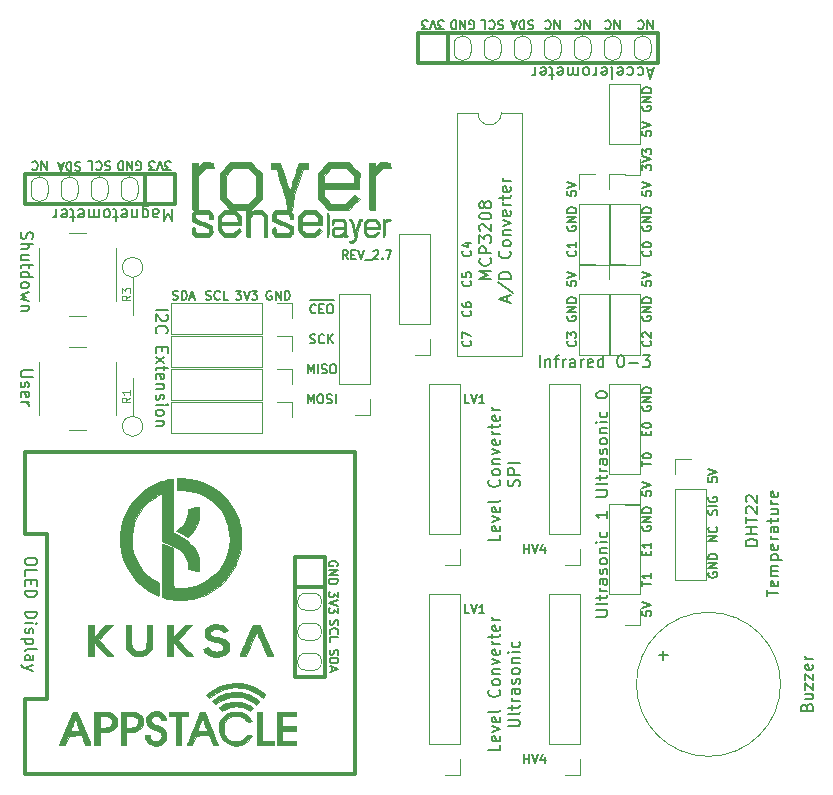
<source format=gto>
G04 #@! TF.FileFunction,Legend,Top*
%FSLAX46Y46*%
G04 Gerber Fmt 4.6, Leading zero omitted, Abs format (unit mm)*
G04 Created by KiCad (PCBNEW 4.0.5) date 11/29/17 14:00:22*
%MOMM*%
%LPD*%
G01*
G04 APERTURE LIST*
%ADD10C,0.100000*%
%ADD11C,0.150000*%
%ADD12C,0.187500*%
%ADD13C,0.200000*%
%ADD14C,0.010000*%
%ADD15C,0.120000*%
%ADD16C,0.300000*%
%ADD17C,0.304800*%
G04 APERTURE END LIST*
D10*
D11*
X165282571Y-120038571D02*
X165330190Y-119895714D01*
X165377810Y-119848095D01*
X165473048Y-119800476D01*
X165615905Y-119800476D01*
X165711143Y-119848095D01*
X165758762Y-119895714D01*
X165806381Y-119990952D01*
X165806381Y-120371905D01*
X164806381Y-120371905D01*
X164806381Y-120038571D01*
X164854000Y-119943333D01*
X164901619Y-119895714D01*
X164996857Y-119848095D01*
X165092095Y-119848095D01*
X165187333Y-119895714D01*
X165234952Y-119943333D01*
X165282571Y-120038571D01*
X165282571Y-120371905D01*
X165139714Y-118943333D02*
X165806381Y-118943333D01*
X165139714Y-119371905D02*
X165663524Y-119371905D01*
X165758762Y-119324286D01*
X165806381Y-119229048D01*
X165806381Y-119086190D01*
X165758762Y-118990952D01*
X165711143Y-118943333D01*
X165139714Y-118562381D02*
X165139714Y-118038571D01*
X165806381Y-118562381D01*
X165806381Y-118038571D01*
X165139714Y-117752857D02*
X165139714Y-117229047D01*
X165806381Y-117752857D01*
X165806381Y-117229047D01*
X165758762Y-116467142D02*
X165806381Y-116562380D01*
X165806381Y-116752857D01*
X165758762Y-116848095D01*
X165663524Y-116895714D01*
X165282571Y-116895714D01*
X165187333Y-116848095D01*
X165139714Y-116752857D01*
X165139714Y-116562380D01*
X165187333Y-116467142D01*
X165282571Y-116419523D01*
X165377810Y-116419523D01*
X165473048Y-116895714D01*
X165806381Y-115990952D02*
X165139714Y-115990952D01*
X165330190Y-115990952D02*
X165234952Y-115943333D01*
X165187333Y-115895714D01*
X165139714Y-115800476D01*
X165139714Y-115705237D01*
D12*
X146893286Y-61890714D02*
X146893286Y-62640714D01*
X146464714Y-61890714D01*
X146464714Y-62640714D01*
X145679000Y-61962143D02*
X145714714Y-61926429D01*
X145821857Y-61890714D01*
X145893286Y-61890714D01*
X146000429Y-61926429D01*
X146071857Y-61997857D01*
X146107572Y-62069286D01*
X146143286Y-62212143D01*
X146143286Y-62319286D01*
X146107572Y-62462143D01*
X146071857Y-62533571D01*
X146000429Y-62605000D01*
X145893286Y-62640714D01*
X145821857Y-62640714D01*
X145714714Y-62605000D01*
X145679000Y-62569286D01*
X152227286Y-61890714D02*
X152227286Y-62640714D01*
X151798714Y-61890714D01*
X151798714Y-62640714D01*
X151013000Y-61962143D02*
X151048714Y-61926429D01*
X151155857Y-61890714D01*
X151227286Y-61890714D01*
X151334429Y-61926429D01*
X151405857Y-61997857D01*
X151441572Y-62069286D01*
X151477286Y-62212143D01*
X151477286Y-62319286D01*
X151441572Y-62462143D01*
X151405857Y-62533571D01*
X151334429Y-62605000D01*
X151227286Y-62640714D01*
X151155857Y-62640714D01*
X151048714Y-62605000D01*
X151013000Y-62569286D01*
X149433286Y-61890714D02*
X149433286Y-62640714D01*
X149004714Y-61890714D01*
X149004714Y-62640714D01*
X148219000Y-61962143D02*
X148254714Y-61926429D01*
X148361857Y-61890714D01*
X148433286Y-61890714D01*
X148540429Y-61926429D01*
X148611857Y-61997857D01*
X148647572Y-62069286D01*
X148683286Y-62212143D01*
X148683286Y-62319286D01*
X148647572Y-62462143D01*
X148611857Y-62533571D01*
X148540429Y-62605000D01*
X148433286Y-62640714D01*
X148361857Y-62640714D01*
X148254714Y-62605000D01*
X148219000Y-62569286D01*
X144353286Y-61890714D02*
X144353286Y-62640714D01*
X143924714Y-61890714D01*
X143924714Y-62640714D01*
X143139000Y-61962143D02*
X143174714Y-61926429D01*
X143281857Y-61890714D01*
X143353286Y-61890714D01*
X143460429Y-61926429D01*
X143531857Y-61997857D01*
X143567572Y-62069286D01*
X143603286Y-62212143D01*
X143603286Y-62319286D01*
X143567572Y-62462143D01*
X143531857Y-62533571D01*
X143460429Y-62605000D01*
X143353286Y-62640714D01*
X143281857Y-62640714D01*
X143174714Y-62605000D01*
X143139000Y-62569286D01*
X100919286Y-73828714D02*
X100919286Y-74578714D01*
X100490714Y-73828714D01*
X100490714Y-74578714D01*
X99705000Y-73900143D02*
X99740714Y-73864429D01*
X99847857Y-73828714D01*
X99919286Y-73828714D01*
X100026429Y-73864429D01*
X100097857Y-73935857D01*
X100133572Y-74007286D01*
X100169286Y-74150143D01*
X100169286Y-74257286D01*
X100133572Y-74400143D01*
X100097857Y-74471571D01*
X100026429Y-74543000D01*
X99919286Y-74578714D01*
X99847857Y-74578714D01*
X99740714Y-74543000D01*
X99705000Y-74507286D01*
X106302857Y-73864429D02*
X106195714Y-73828714D01*
X106017143Y-73828714D01*
X105945714Y-73864429D01*
X105910000Y-73900143D01*
X105874285Y-73971571D01*
X105874285Y-74043000D01*
X105910000Y-74114429D01*
X105945714Y-74150143D01*
X106017143Y-74185857D01*
X106160000Y-74221571D01*
X106231428Y-74257286D01*
X106267143Y-74293000D01*
X106302857Y-74364429D01*
X106302857Y-74435857D01*
X106267143Y-74507286D01*
X106231428Y-74543000D01*
X106160000Y-74578714D01*
X105981428Y-74578714D01*
X105874285Y-74543000D01*
X105124285Y-73900143D02*
X105159999Y-73864429D01*
X105267142Y-73828714D01*
X105338571Y-73828714D01*
X105445714Y-73864429D01*
X105517142Y-73935857D01*
X105552857Y-74007286D01*
X105588571Y-74150143D01*
X105588571Y-74257286D01*
X105552857Y-74400143D01*
X105517142Y-74471571D01*
X105445714Y-74543000D01*
X105338571Y-74578714D01*
X105267142Y-74578714D01*
X105159999Y-74543000D01*
X105124285Y-74507286D01*
X104445714Y-73828714D02*
X104802857Y-73828714D01*
X104802857Y-74578714D01*
X103780714Y-73927929D02*
X103673571Y-73892214D01*
X103495000Y-73892214D01*
X103423571Y-73927929D01*
X103387857Y-73963643D01*
X103352142Y-74035071D01*
X103352142Y-74106500D01*
X103387857Y-74177929D01*
X103423571Y-74213643D01*
X103495000Y-74249357D01*
X103637857Y-74285071D01*
X103709285Y-74320786D01*
X103745000Y-74356500D01*
X103780714Y-74427929D01*
X103780714Y-74499357D01*
X103745000Y-74570786D01*
X103709285Y-74606500D01*
X103637857Y-74642214D01*
X103459285Y-74642214D01*
X103352142Y-74606500D01*
X103030714Y-73892214D02*
X103030714Y-74642214D01*
X102852142Y-74642214D01*
X102744999Y-74606500D01*
X102673571Y-74535071D01*
X102637856Y-74463643D01*
X102602142Y-74320786D01*
X102602142Y-74213643D01*
X102637856Y-74070786D01*
X102673571Y-73999357D01*
X102744999Y-73927929D01*
X102852142Y-73892214D01*
X103030714Y-73892214D01*
X102316428Y-74106500D02*
X101959285Y-74106500D01*
X102387856Y-73892214D02*
X102137856Y-74642214D01*
X101887856Y-73892214D01*
X111418571Y-74578714D02*
X110954285Y-74578714D01*
X111204285Y-74293000D01*
X111097143Y-74293000D01*
X111025714Y-74257286D01*
X110990000Y-74221571D01*
X110954285Y-74150143D01*
X110954285Y-73971571D01*
X110990000Y-73900143D01*
X111025714Y-73864429D01*
X111097143Y-73828714D01*
X111311428Y-73828714D01*
X111382857Y-73864429D01*
X111418571Y-73900143D01*
X110739999Y-74578714D02*
X110489999Y-73828714D01*
X110239999Y-74578714D01*
X110061428Y-74578714D02*
X109597142Y-74578714D01*
X109847142Y-74293000D01*
X109740000Y-74293000D01*
X109668571Y-74257286D01*
X109632857Y-74221571D01*
X109597142Y-74150143D01*
X109597142Y-73971571D01*
X109632857Y-73900143D01*
X109668571Y-73864429D01*
X109740000Y-73828714D01*
X109954285Y-73828714D01*
X110025714Y-73864429D01*
X110061428Y-73900143D01*
X108521428Y-74543000D02*
X108592857Y-74578714D01*
X108700000Y-74578714D01*
X108807143Y-74543000D01*
X108878571Y-74471571D01*
X108914286Y-74400143D01*
X108950000Y-74257286D01*
X108950000Y-74150143D01*
X108914286Y-74007286D01*
X108878571Y-73935857D01*
X108807143Y-73864429D01*
X108700000Y-73828714D01*
X108628571Y-73828714D01*
X108521428Y-73864429D01*
X108485714Y-73900143D01*
X108485714Y-74150143D01*
X108628571Y-74150143D01*
X108164286Y-73828714D02*
X108164286Y-74578714D01*
X107735714Y-73828714D01*
X107735714Y-74578714D01*
X107378572Y-73828714D02*
X107378572Y-74578714D01*
X107200000Y-74578714D01*
X107092857Y-74543000D01*
X107021429Y-74471571D01*
X106985714Y-74400143D01*
X106950000Y-74257286D01*
X106950000Y-74150143D01*
X106985714Y-74007286D01*
X107021429Y-73935857D01*
X107092857Y-73864429D01*
X107200000Y-73828714D01*
X107378572Y-73828714D01*
X114423143Y-85520571D02*
X114530286Y-85556286D01*
X114708857Y-85556286D01*
X114780286Y-85520571D01*
X114816000Y-85484857D01*
X114851715Y-85413429D01*
X114851715Y-85342000D01*
X114816000Y-85270571D01*
X114780286Y-85234857D01*
X114708857Y-85199143D01*
X114566000Y-85163429D01*
X114494572Y-85127714D01*
X114458857Y-85092000D01*
X114423143Y-85020571D01*
X114423143Y-84949143D01*
X114458857Y-84877714D01*
X114494572Y-84842000D01*
X114566000Y-84806286D01*
X114744572Y-84806286D01*
X114851715Y-84842000D01*
X115601715Y-85484857D02*
X115566001Y-85520571D01*
X115458858Y-85556286D01*
X115387429Y-85556286D01*
X115280286Y-85520571D01*
X115208858Y-85449143D01*
X115173143Y-85377714D01*
X115137429Y-85234857D01*
X115137429Y-85127714D01*
X115173143Y-84984857D01*
X115208858Y-84913429D01*
X115280286Y-84842000D01*
X115387429Y-84806286D01*
X115458858Y-84806286D01*
X115566001Y-84842000D01*
X115601715Y-84877714D01*
X116280286Y-85556286D02*
X115923143Y-85556286D01*
X115923143Y-84806286D01*
X111611286Y-85520571D02*
X111718429Y-85556286D01*
X111897000Y-85556286D01*
X111968429Y-85520571D01*
X112004143Y-85484857D01*
X112039858Y-85413429D01*
X112039858Y-85342000D01*
X112004143Y-85270571D01*
X111968429Y-85234857D01*
X111897000Y-85199143D01*
X111754143Y-85163429D01*
X111682715Y-85127714D01*
X111647000Y-85092000D01*
X111611286Y-85020571D01*
X111611286Y-84949143D01*
X111647000Y-84877714D01*
X111682715Y-84842000D01*
X111754143Y-84806286D01*
X111932715Y-84806286D01*
X112039858Y-84842000D01*
X112361286Y-85556286D02*
X112361286Y-84806286D01*
X112539858Y-84806286D01*
X112647001Y-84842000D01*
X112718429Y-84913429D01*
X112754144Y-84984857D01*
X112789858Y-85127714D01*
X112789858Y-85234857D01*
X112754144Y-85377714D01*
X112718429Y-85449143D01*
X112647001Y-85520571D01*
X112539858Y-85556286D01*
X112361286Y-85556286D01*
X113075572Y-85342000D02*
X113432715Y-85342000D01*
X113004144Y-85556286D02*
X113254144Y-84806286D01*
X113504144Y-85556286D01*
X116927429Y-84806286D02*
X117391715Y-84806286D01*
X117141715Y-85092000D01*
X117248857Y-85092000D01*
X117320286Y-85127714D01*
X117356000Y-85163429D01*
X117391715Y-85234857D01*
X117391715Y-85413429D01*
X117356000Y-85484857D01*
X117320286Y-85520571D01*
X117248857Y-85556286D01*
X117034572Y-85556286D01*
X116963143Y-85520571D01*
X116927429Y-85484857D01*
X117606001Y-84806286D02*
X117856001Y-85556286D01*
X118106001Y-84806286D01*
X118284572Y-84806286D02*
X118748858Y-84806286D01*
X118498858Y-85092000D01*
X118606000Y-85092000D01*
X118677429Y-85127714D01*
X118713143Y-85163429D01*
X118748858Y-85234857D01*
X118748858Y-85413429D01*
X118713143Y-85484857D01*
X118677429Y-85520571D01*
X118606000Y-85556286D01*
X118391715Y-85556286D01*
X118320286Y-85520571D01*
X118284572Y-85484857D01*
X119951572Y-84842000D02*
X119880143Y-84806286D01*
X119773000Y-84806286D01*
X119665857Y-84842000D01*
X119594429Y-84913429D01*
X119558714Y-84984857D01*
X119523000Y-85127714D01*
X119523000Y-85234857D01*
X119558714Y-85377714D01*
X119594429Y-85449143D01*
X119665857Y-85520571D01*
X119773000Y-85556286D01*
X119844429Y-85556286D01*
X119951572Y-85520571D01*
X119987286Y-85484857D01*
X119987286Y-85234857D01*
X119844429Y-85234857D01*
X120308714Y-85556286D02*
X120308714Y-84806286D01*
X120737286Y-85556286D01*
X120737286Y-84806286D01*
X121094428Y-85556286D02*
X121094428Y-84806286D01*
X121273000Y-84806286D01*
X121380143Y-84842000D01*
X121451571Y-84913429D01*
X121487286Y-84984857D01*
X121523000Y-85127714D01*
X121523000Y-85234857D01*
X121487286Y-85377714D01*
X121451571Y-85449143D01*
X121380143Y-85520571D01*
X121273000Y-85556286D01*
X121094428Y-85556286D01*
D11*
X161885381Y-110672001D02*
X161885381Y-110100572D01*
X162885381Y-110386287D02*
X161885381Y-110386287D01*
X162837762Y-109386286D02*
X162885381Y-109481524D01*
X162885381Y-109672001D01*
X162837762Y-109767239D01*
X162742524Y-109814858D01*
X162361571Y-109814858D01*
X162266333Y-109767239D01*
X162218714Y-109672001D01*
X162218714Y-109481524D01*
X162266333Y-109386286D01*
X162361571Y-109338667D01*
X162456810Y-109338667D01*
X162552048Y-109814858D01*
X162885381Y-108910096D02*
X162218714Y-108910096D01*
X162313952Y-108910096D02*
X162266333Y-108862477D01*
X162218714Y-108767239D01*
X162218714Y-108624381D01*
X162266333Y-108529143D01*
X162361571Y-108481524D01*
X162885381Y-108481524D01*
X162361571Y-108481524D02*
X162266333Y-108433905D01*
X162218714Y-108338667D01*
X162218714Y-108195810D01*
X162266333Y-108100572D01*
X162361571Y-108052953D01*
X162885381Y-108052953D01*
X162218714Y-107576763D02*
X163218714Y-107576763D01*
X162266333Y-107576763D02*
X162218714Y-107481525D01*
X162218714Y-107291048D01*
X162266333Y-107195810D01*
X162313952Y-107148191D01*
X162409190Y-107100572D01*
X162694905Y-107100572D01*
X162790143Y-107148191D01*
X162837762Y-107195810D01*
X162885381Y-107291048D01*
X162885381Y-107481525D01*
X162837762Y-107576763D01*
X162837762Y-106291048D02*
X162885381Y-106386286D01*
X162885381Y-106576763D01*
X162837762Y-106672001D01*
X162742524Y-106719620D01*
X162361571Y-106719620D01*
X162266333Y-106672001D01*
X162218714Y-106576763D01*
X162218714Y-106386286D01*
X162266333Y-106291048D01*
X162361571Y-106243429D01*
X162456810Y-106243429D01*
X162552048Y-106719620D01*
X162885381Y-105814858D02*
X162218714Y-105814858D01*
X162409190Y-105814858D02*
X162313952Y-105767239D01*
X162266333Y-105719620D01*
X162218714Y-105624382D01*
X162218714Y-105529143D01*
X162885381Y-104767238D02*
X162361571Y-104767238D01*
X162266333Y-104814857D01*
X162218714Y-104910095D01*
X162218714Y-105100572D01*
X162266333Y-105195810D01*
X162837762Y-104767238D02*
X162885381Y-104862476D01*
X162885381Y-105100572D01*
X162837762Y-105195810D01*
X162742524Y-105243429D01*
X162647286Y-105243429D01*
X162552048Y-105195810D01*
X162504429Y-105100572D01*
X162504429Y-104862476D01*
X162456810Y-104767238D01*
X162218714Y-104433905D02*
X162218714Y-104052953D01*
X161885381Y-104291048D02*
X162742524Y-104291048D01*
X162837762Y-104243429D01*
X162885381Y-104148191D01*
X162885381Y-104052953D01*
X162218714Y-103291047D02*
X162885381Y-103291047D01*
X162218714Y-103719619D02*
X162742524Y-103719619D01*
X162837762Y-103672000D01*
X162885381Y-103576762D01*
X162885381Y-103433904D01*
X162837762Y-103338666D01*
X162790143Y-103291047D01*
X162885381Y-102814857D02*
X162218714Y-102814857D01*
X162409190Y-102814857D02*
X162313952Y-102767238D01*
X162266333Y-102719619D01*
X162218714Y-102624381D01*
X162218714Y-102529142D01*
X162837762Y-101814856D02*
X162885381Y-101910094D01*
X162885381Y-102100571D01*
X162837762Y-102195809D01*
X162742524Y-102243428D01*
X162361571Y-102243428D01*
X162266333Y-102195809D01*
X162218714Y-102100571D01*
X162218714Y-101910094D01*
X162266333Y-101814856D01*
X162361571Y-101767237D01*
X162456810Y-101767237D01*
X162552048Y-102243428D01*
D12*
X124918429Y-115167286D02*
X124882714Y-115274429D01*
X124882714Y-115453000D01*
X124918429Y-115524429D01*
X124954143Y-115560143D01*
X125025571Y-115595858D01*
X125097000Y-115595858D01*
X125168429Y-115560143D01*
X125204143Y-115524429D01*
X125239857Y-115453000D01*
X125275571Y-115310143D01*
X125311286Y-115238715D01*
X125347000Y-115203000D01*
X125418429Y-115167286D01*
X125489857Y-115167286D01*
X125561286Y-115203000D01*
X125597000Y-115238715D01*
X125632714Y-115310143D01*
X125632714Y-115488715D01*
X125597000Y-115595858D01*
X124882714Y-115917286D02*
X125632714Y-115917286D01*
X125632714Y-116095858D01*
X125597000Y-116203001D01*
X125525571Y-116274429D01*
X125454143Y-116310144D01*
X125311286Y-116345858D01*
X125204143Y-116345858D01*
X125061286Y-116310144D01*
X124989857Y-116274429D01*
X124918429Y-116203001D01*
X124882714Y-116095858D01*
X124882714Y-115917286D01*
X125097000Y-116631572D02*
X125097000Y-116988715D01*
X124882714Y-116560144D02*
X125632714Y-116810144D01*
X124882714Y-117060144D01*
X124918429Y-112645143D02*
X124882714Y-112752286D01*
X124882714Y-112930857D01*
X124918429Y-113002286D01*
X124954143Y-113038000D01*
X125025571Y-113073715D01*
X125097000Y-113073715D01*
X125168429Y-113038000D01*
X125204143Y-113002286D01*
X125239857Y-112930857D01*
X125275571Y-112788000D01*
X125311286Y-112716572D01*
X125347000Y-112680857D01*
X125418429Y-112645143D01*
X125489857Y-112645143D01*
X125561286Y-112680857D01*
X125597000Y-112716572D01*
X125632714Y-112788000D01*
X125632714Y-112966572D01*
X125597000Y-113073715D01*
X124954143Y-113823715D02*
X124918429Y-113788001D01*
X124882714Y-113680858D01*
X124882714Y-113609429D01*
X124918429Y-113502286D01*
X124989857Y-113430858D01*
X125061286Y-113395143D01*
X125204143Y-113359429D01*
X125311286Y-113359429D01*
X125454143Y-113395143D01*
X125525571Y-113430858D01*
X125597000Y-113502286D01*
X125632714Y-113609429D01*
X125632714Y-113680858D01*
X125597000Y-113788001D01*
X125561286Y-113823715D01*
X124882714Y-114502286D02*
X124882714Y-114145143D01*
X125632714Y-114145143D01*
X125569214Y-110259929D02*
X125569214Y-110724215D01*
X125283500Y-110474215D01*
X125283500Y-110581357D01*
X125247786Y-110652786D01*
X125212071Y-110688500D01*
X125140643Y-110724215D01*
X124962071Y-110724215D01*
X124890643Y-110688500D01*
X124854929Y-110652786D01*
X124819214Y-110581357D01*
X124819214Y-110367072D01*
X124854929Y-110295643D01*
X124890643Y-110259929D01*
X125569214Y-110938501D02*
X124819214Y-111188501D01*
X125569214Y-111438501D01*
X125569214Y-111617072D02*
X125569214Y-112081358D01*
X125283500Y-111831358D01*
X125283500Y-111938500D01*
X125247786Y-112009929D01*
X125212071Y-112045643D01*
X125140643Y-112081358D01*
X124962071Y-112081358D01*
X124890643Y-112045643D01*
X124854929Y-112009929D01*
X124819214Y-111938500D01*
X124819214Y-111724215D01*
X124854929Y-111652786D01*
X124890643Y-111617072D01*
X125533500Y-108077072D02*
X125569214Y-108005643D01*
X125569214Y-107898500D01*
X125533500Y-107791357D01*
X125462071Y-107719929D01*
X125390643Y-107684214D01*
X125247786Y-107648500D01*
X125140643Y-107648500D01*
X124997786Y-107684214D01*
X124926357Y-107719929D01*
X124854929Y-107791357D01*
X124819214Y-107898500D01*
X124819214Y-107969929D01*
X124854929Y-108077072D01*
X124890643Y-108112786D01*
X125140643Y-108112786D01*
X125140643Y-107969929D01*
X124819214Y-108434214D02*
X125569214Y-108434214D01*
X124819214Y-108862786D01*
X125569214Y-108862786D01*
X124819214Y-109219928D02*
X125569214Y-109219928D01*
X125569214Y-109398500D01*
X125533500Y-109505643D01*
X125462071Y-109577071D01*
X125390643Y-109612786D01*
X125247786Y-109648500D01*
X125140643Y-109648500D01*
X124997786Y-109612786D01*
X124926357Y-109577071D01*
X124854929Y-109505643D01*
X124819214Y-109398500D01*
X124819214Y-109219928D01*
X125533500Y-108077072D02*
X125569214Y-108005643D01*
X125569214Y-107898500D01*
X125533500Y-107791357D01*
X125462071Y-107719929D01*
X125390643Y-107684214D01*
X125247786Y-107648500D01*
X125140643Y-107648500D01*
X124997786Y-107684214D01*
X124926357Y-107719929D01*
X124854929Y-107791357D01*
X124819214Y-107898500D01*
X124819214Y-107969929D01*
X124854929Y-108077072D01*
X124890643Y-108112786D01*
X125140643Y-108112786D01*
X125140643Y-107969929D01*
X124819214Y-108434214D02*
X125569214Y-108434214D01*
X124819214Y-108862786D01*
X125569214Y-108862786D01*
X124819214Y-109219928D02*
X125569214Y-109219928D01*
X125569214Y-109398500D01*
X125533500Y-109505643D01*
X125462071Y-109577071D01*
X125390643Y-109612786D01*
X125247786Y-109648500D01*
X125140643Y-109648500D01*
X124997786Y-109612786D01*
X124926357Y-109577071D01*
X124854929Y-109505643D01*
X124819214Y-109398500D01*
X124819214Y-109219928D01*
X125569214Y-110259929D02*
X125569214Y-110724215D01*
X125283500Y-110474215D01*
X125283500Y-110581357D01*
X125247786Y-110652786D01*
X125212071Y-110688500D01*
X125140643Y-110724215D01*
X124962071Y-110724215D01*
X124890643Y-110688500D01*
X124854929Y-110652786D01*
X124819214Y-110581357D01*
X124819214Y-110367072D01*
X124854929Y-110295643D01*
X124890643Y-110259929D01*
X125569214Y-110938501D02*
X124819214Y-111188501D01*
X125569214Y-111438501D01*
X125569214Y-111617072D02*
X125569214Y-112081358D01*
X125283500Y-111831358D01*
X125283500Y-111938500D01*
X125247786Y-112009929D01*
X125212071Y-112045643D01*
X125140643Y-112081358D01*
X124962071Y-112081358D01*
X124890643Y-112045643D01*
X124854929Y-112009929D01*
X124819214Y-111938500D01*
X124819214Y-111724215D01*
X124854929Y-111652786D01*
X124890643Y-111617072D01*
X125569214Y-110259929D02*
X125569214Y-110724215D01*
X125283500Y-110474215D01*
X125283500Y-110581357D01*
X125247786Y-110652786D01*
X125212071Y-110688500D01*
X125140643Y-110724215D01*
X124962071Y-110724215D01*
X124890643Y-110688500D01*
X124854929Y-110652786D01*
X124819214Y-110581357D01*
X124819214Y-110367072D01*
X124854929Y-110295643D01*
X124890643Y-110259929D01*
X125569214Y-110938501D02*
X124819214Y-111188501D01*
X125569214Y-111438501D01*
X125569214Y-111617072D02*
X125569214Y-112081358D01*
X125283500Y-111831358D01*
X125283500Y-111938500D01*
X125247786Y-112009929D01*
X125212071Y-112045643D01*
X125140643Y-112081358D01*
X124962071Y-112081358D01*
X124890643Y-112045643D01*
X124854929Y-112009929D01*
X124819214Y-111938500D01*
X124819214Y-111724215D01*
X124854929Y-111652786D01*
X124890643Y-111617072D01*
X125533500Y-108077072D02*
X125569214Y-108005643D01*
X125569214Y-107898500D01*
X125533500Y-107791357D01*
X125462071Y-107719929D01*
X125390643Y-107684214D01*
X125247786Y-107648500D01*
X125140643Y-107648500D01*
X124997786Y-107684214D01*
X124926357Y-107719929D01*
X124854929Y-107791357D01*
X124819214Y-107898500D01*
X124819214Y-107969929D01*
X124854929Y-108077072D01*
X124890643Y-108112786D01*
X125140643Y-108112786D01*
X125140643Y-107969929D01*
X124819214Y-108434214D02*
X125569214Y-108434214D01*
X124819214Y-108862786D01*
X125569214Y-108862786D01*
X124819214Y-109219928D02*
X125569214Y-109219928D01*
X125569214Y-109398500D01*
X125533500Y-109505643D01*
X125462071Y-109577071D01*
X125390643Y-109612786D01*
X125247786Y-109648500D01*
X125140643Y-109648500D01*
X124997786Y-109612786D01*
X124926357Y-109577071D01*
X124854929Y-109505643D01*
X124819214Y-109398500D01*
X124819214Y-109219928D01*
X125533500Y-108077072D02*
X125569214Y-108005643D01*
X125569214Y-107898500D01*
X125533500Y-107791357D01*
X125462071Y-107719929D01*
X125390643Y-107684214D01*
X125247786Y-107648500D01*
X125140643Y-107648500D01*
X124997786Y-107684214D01*
X124926357Y-107719929D01*
X124854929Y-107791357D01*
X124819214Y-107898500D01*
X124819214Y-107969929D01*
X124854929Y-108077072D01*
X124890643Y-108112786D01*
X125140643Y-108112786D01*
X125140643Y-107969929D01*
X124819214Y-108434214D02*
X125569214Y-108434214D01*
X124819214Y-108862786D01*
X125569214Y-108862786D01*
X124819214Y-109219928D02*
X125569214Y-109219928D01*
X125569214Y-109398500D01*
X125533500Y-109505643D01*
X125462071Y-109577071D01*
X125390643Y-109612786D01*
X125247786Y-109648500D01*
X125140643Y-109648500D01*
X124997786Y-109612786D01*
X124926357Y-109577071D01*
X124854929Y-109505643D01*
X124819214Y-109398500D01*
X124819214Y-109219928D01*
X125569214Y-110259929D02*
X125569214Y-110724215D01*
X125283500Y-110474215D01*
X125283500Y-110581357D01*
X125247786Y-110652786D01*
X125212071Y-110688500D01*
X125140643Y-110724215D01*
X124962071Y-110724215D01*
X124890643Y-110688500D01*
X124854929Y-110652786D01*
X124819214Y-110581357D01*
X124819214Y-110367072D01*
X124854929Y-110295643D01*
X124890643Y-110259929D01*
X125569214Y-110938501D02*
X124819214Y-111188501D01*
X125569214Y-111438501D01*
X125569214Y-111617072D02*
X125569214Y-112081358D01*
X125283500Y-111831358D01*
X125283500Y-111938500D01*
X125247786Y-112009929D01*
X125212071Y-112045643D01*
X125140643Y-112081358D01*
X124962071Y-112081358D01*
X124890643Y-112045643D01*
X124854929Y-112009929D01*
X124819214Y-111938500D01*
X124819214Y-111724215D01*
X124854929Y-111652786D01*
X124890643Y-111617072D01*
D11*
X100115619Y-107617190D02*
X100115619Y-107807667D01*
X100068000Y-107902905D01*
X99972762Y-107998143D01*
X99782286Y-108045762D01*
X99448952Y-108045762D01*
X99258476Y-107998143D01*
X99163238Y-107902905D01*
X99115619Y-107807667D01*
X99115619Y-107617190D01*
X99163238Y-107521952D01*
X99258476Y-107426714D01*
X99448952Y-107379095D01*
X99782286Y-107379095D01*
X99972762Y-107426714D01*
X100068000Y-107521952D01*
X100115619Y-107617190D01*
X99115619Y-108950524D02*
X99115619Y-108474333D01*
X100115619Y-108474333D01*
X99639429Y-109283857D02*
X99639429Y-109617191D01*
X99115619Y-109760048D02*
X99115619Y-109283857D01*
X100115619Y-109283857D01*
X100115619Y-109760048D01*
X99115619Y-110188619D02*
X100115619Y-110188619D01*
X100115619Y-110426714D01*
X100068000Y-110569572D01*
X99972762Y-110664810D01*
X99877524Y-110712429D01*
X99687048Y-110760048D01*
X99544190Y-110760048D01*
X99353714Y-110712429D01*
X99258476Y-110664810D01*
X99163238Y-110569572D01*
X99115619Y-110426714D01*
X99115619Y-110188619D01*
X99115619Y-111950524D02*
X100115619Y-111950524D01*
X100115619Y-112188619D01*
X100068000Y-112331477D01*
X99972762Y-112426715D01*
X99877524Y-112474334D01*
X99687048Y-112521953D01*
X99544190Y-112521953D01*
X99353714Y-112474334D01*
X99258476Y-112426715D01*
X99163238Y-112331477D01*
X99115619Y-112188619D01*
X99115619Y-111950524D01*
X99115619Y-112950524D02*
X99782286Y-112950524D01*
X100115619Y-112950524D02*
X100068000Y-112902905D01*
X100020381Y-112950524D01*
X100068000Y-112998143D01*
X100115619Y-112950524D01*
X100020381Y-112950524D01*
X99163238Y-113379095D02*
X99115619Y-113474333D01*
X99115619Y-113664809D01*
X99163238Y-113760048D01*
X99258476Y-113807667D01*
X99306095Y-113807667D01*
X99401333Y-113760048D01*
X99448952Y-113664809D01*
X99448952Y-113521952D01*
X99496571Y-113426714D01*
X99591810Y-113379095D01*
X99639429Y-113379095D01*
X99734667Y-113426714D01*
X99782286Y-113521952D01*
X99782286Y-113664809D01*
X99734667Y-113760048D01*
X99782286Y-114236238D02*
X98782286Y-114236238D01*
X99734667Y-114236238D02*
X99782286Y-114331476D01*
X99782286Y-114521953D01*
X99734667Y-114617191D01*
X99687048Y-114664810D01*
X99591810Y-114712429D01*
X99306095Y-114712429D01*
X99210857Y-114664810D01*
X99163238Y-114617191D01*
X99115619Y-114521953D01*
X99115619Y-114331476D01*
X99163238Y-114236238D01*
X99115619Y-115283857D02*
X99163238Y-115188619D01*
X99258476Y-115141000D01*
X100115619Y-115141000D01*
X99115619Y-116093382D02*
X99639429Y-116093382D01*
X99734667Y-116045763D01*
X99782286Y-115950525D01*
X99782286Y-115760048D01*
X99734667Y-115664810D01*
X99163238Y-116093382D02*
X99115619Y-115998144D01*
X99115619Y-115760048D01*
X99163238Y-115664810D01*
X99258476Y-115617191D01*
X99353714Y-115617191D01*
X99448952Y-115664810D01*
X99496571Y-115760048D01*
X99496571Y-115998144D01*
X99544190Y-116093382D01*
X99782286Y-116474334D02*
X99115619Y-116712429D01*
X99782286Y-116950525D02*
X99115619Y-116712429D01*
X98877524Y-116617191D01*
X98829905Y-116569572D01*
X98782286Y-116474334D01*
X110164619Y-86384428D02*
X111164619Y-86384428D01*
X111069381Y-86812999D02*
X111117000Y-86860618D01*
X111164619Y-86955856D01*
X111164619Y-87193952D01*
X111117000Y-87289190D01*
X111069381Y-87336809D01*
X110974143Y-87384428D01*
X110878905Y-87384428D01*
X110736048Y-87336809D01*
X110164619Y-86765380D01*
X110164619Y-87384428D01*
X110259857Y-88384428D02*
X110212238Y-88336809D01*
X110164619Y-88193952D01*
X110164619Y-88098714D01*
X110212238Y-87955856D01*
X110307476Y-87860618D01*
X110402714Y-87812999D01*
X110593190Y-87765380D01*
X110736048Y-87765380D01*
X110926524Y-87812999D01*
X111021762Y-87860618D01*
X111117000Y-87955856D01*
X111164619Y-88098714D01*
X111164619Y-88193952D01*
X111117000Y-88336809D01*
X111069381Y-88384428D01*
X110688429Y-89574904D02*
X110688429Y-89908238D01*
X110164619Y-90051095D02*
X110164619Y-89574904D01*
X111164619Y-89574904D01*
X111164619Y-90051095D01*
X110164619Y-90384428D02*
X110831286Y-90908238D01*
X110831286Y-90384428D02*
X110164619Y-90908238D01*
X110831286Y-91146333D02*
X110831286Y-91527285D01*
X111164619Y-91289190D02*
X110307476Y-91289190D01*
X110212238Y-91336809D01*
X110164619Y-91432047D01*
X110164619Y-91527285D01*
X110212238Y-92241572D02*
X110164619Y-92146334D01*
X110164619Y-91955857D01*
X110212238Y-91860619D01*
X110307476Y-91813000D01*
X110688429Y-91813000D01*
X110783667Y-91860619D01*
X110831286Y-91955857D01*
X110831286Y-92146334D01*
X110783667Y-92241572D01*
X110688429Y-92289191D01*
X110593190Y-92289191D01*
X110497952Y-91813000D01*
X110831286Y-92717762D02*
X110164619Y-92717762D01*
X110736048Y-92717762D02*
X110783667Y-92765381D01*
X110831286Y-92860619D01*
X110831286Y-93003477D01*
X110783667Y-93098715D01*
X110688429Y-93146334D01*
X110164619Y-93146334D01*
X110212238Y-93574905D02*
X110164619Y-93670143D01*
X110164619Y-93860619D01*
X110212238Y-93955858D01*
X110307476Y-94003477D01*
X110355095Y-94003477D01*
X110450333Y-93955858D01*
X110497952Y-93860619D01*
X110497952Y-93717762D01*
X110545571Y-93622524D01*
X110640810Y-93574905D01*
X110688429Y-93574905D01*
X110783667Y-93622524D01*
X110831286Y-93717762D01*
X110831286Y-93860619D01*
X110783667Y-93955858D01*
X110164619Y-94432048D02*
X110831286Y-94432048D01*
X111164619Y-94432048D02*
X111117000Y-94384429D01*
X111069381Y-94432048D01*
X111117000Y-94479667D01*
X111164619Y-94432048D01*
X111069381Y-94432048D01*
X110164619Y-95051095D02*
X110212238Y-94955857D01*
X110259857Y-94908238D01*
X110355095Y-94860619D01*
X110640810Y-94860619D01*
X110736048Y-94908238D01*
X110783667Y-94955857D01*
X110831286Y-95051095D01*
X110831286Y-95193953D01*
X110783667Y-95289191D01*
X110736048Y-95336810D01*
X110640810Y-95384429D01*
X110355095Y-95384429D01*
X110259857Y-95336810D01*
X110212238Y-95289191D01*
X110164619Y-95193953D01*
X110164619Y-95051095D01*
X110831286Y-95813000D02*
X110164619Y-95813000D01*
X110736048Y-95813000D02*
X110783667Y-95860619D01*
X110831286Y-95955857D01*
X110831286Y-96098715D01*
X110783667Y-96193953D01*
X110688429Y-96241572D01*
X110164619Y-96241572D01*
X161107381Y-106386048D02*
X160107381Y-106386048D01*
X160107381Y-106147953D01*
X160155000Y-106005095D01*
X160250238Y-105909857D01*
X160345476Y-105862238D01*
X160535952Y-105814619D01*
X160678810Y-105814619D01*
X160869286Y-105862238D01*
X160964524Y-105909857D01*
X161059762Y-106005095D01*
X161107381Y-106147953D01*
X161107381Y-106386048D01*
X161107381Y-105386048D02*
X160107381Y-105386048D01*
X160583571Y-105386048D02*
X160583571Y-104814619D01*
X161107381Y-104814619D02*
X160107381Y-104814619D01*
X160107381Y-104481286D02*
X160107381Y-103909857D01*
X161107381Y-104195572D02*
X160107381Y-104195572D01*
X160202619Y-103624143D02*
X160155000Y-103576524D01*
X160107381Y-103481286D01*
X160107381Y-103243190D01*
X160155000Y-103147952D01*
X160202619Y-103100333D01*
X160297857Y-103052714D01*
X160393095Y-103052714D01*
X160535952Y-103100333D01*
X161107381Y-103671762D01*
X161107381Y-103052714D01*
X160202619Y-102671762D02*
X160155000Y-102624143D01*
X160107381Y-102528905D01*
X160107381Y-102290809D01*
X160155000Y-102195571D01*
X160202619Y-102147952D01*
X160297857Y-102100333D01*
X160393095Y-102100333D01*
X160535952Y-102147952D01*
X161107381Y-102719381D01*
X161107381Y-102100333D01*
D12*
X157692286Y-105999286D02*
X156942286Y-105999286D01*
X157692286Y-105570714D01*
X156942286Y-105570714D01*
X157620857Y-104785000D02*
X157656571Y-104820714D01*
X157692286Y-104927857D01*
X157692286Y-104999286D01*
X157656571Y-105106429D01*
X157585143Y-105177857D01*
X157513714Y-105213572D01*
X157370857Y-105249286D01*
X157263714Y-105249286D01*
X157120857Y-105213572D01*
X157049429Y-105177857D01*
X156978000Y-105106429D01*
X156942286Y-104999286D01*
X156942286Y-104927857D01*
X156978000Y-104820714D01*
X157013714Y-104785000D01*
X157656571Y-103764857D02*
X157692286Y-103657714D01*
X157692286Y-103479143D01*
X157656571Y-103407714D01*
X157620857Y-103372000D01*
X157549429Y-103336285D01*
X157478000Y-103336285D01*
X157406571Y-103372000D01*
X157370857Y-103407714D01*
X157335143Y-103479143D01*
X157299429Y-103622000D01*
X157263714Y-103693428D01*
X157228000Y-103729143D01*
X157156571Y-103764857D01*
X157085143Y-103764857D01*
X157013714Y-103729143D01*
X156978000Y-103693428D01*
X156942286Y-103622000D01*
X156942286Y-103443428D01*
X156978000Y-103336285D01*
X157692286Y-103014857D02*
X156942286Y-103014857D01*
X156978000Y-102264856D02*
X156942286Y-102336285D01*
X156942286Y-102443428D01*
X156978000Y-102550571D01*
X157049429Y-102621999D01*
X157120857Y-102657714D01*
X157263714Y-102693428D01*
X157370857Y-102693428D01*
X157513714Y-102657714D01*
X157585143Y-102621999D01*
X157656571Y-102550571D01*
X157692286Y-102443428D01*
X157692286Y-102371999D01*
X157656571Y-102264856D01*
X157620857Y-102229142D01*
X157370857Y-102229142D01*
X157370857Y-102371999D01*
X156942286Y-100599857D02*
X156942286Y-100957000D01*
X157299429Y-100992714D01*
X157263714Y-100957000D01*
X157228000Y-100885571D01*
X157228000Y-100707000D01*
X157263714Y-100635571D01*
X157299429Y-100599857D01*
X157370857Y-100564142D01*
X157549429Y-100564142D01*
X157620857Y-100599857D01*
X157656571Y-100635571D01*
X157692286Y-100707000D01*
X157692286Y-100885571D01*
X157656571Y-100957000D01*
X157620857Y-100992714D01*
X156942286Y-100349856D02*
X157692286Y-100099856D01*
X156942286Y-99849856D01*
X156978000Y-108648428D02*
X156942286Y-108719857D01*
X156942286Y-108827000D01*
X156978000Y-108934143D01*
X157049429Y-109005571D01*
X157120857Y-109041286D01*
X157263714Y-109077000D01*
X157370857Y-109077000D01*
X157513714Y-109041286D01*
X157585143Y-109005571D01*
X157656571Y-108934143D01*
X157692286Y-108827000D01*
X157692286Y-108755571D01*
X157656571Y-108648428D01*
X157620857Y-108612714D01*
X157370857Y-108612714D01*
X157370857Y-108755571D01*
X157692286Y-108291286D02*
X156942286Y-108291286D01*
X157692286Y-107862714D01*
X156942286Y-107862714D01*
X157692286Y-107505572D02*
X156942286Y-107505572D01*
X156942286Y-107327000D01*
X156978000Y-107219857D01*
X157049429Y-107148429D01*
X157120857Y-107112714D01*
X157263714Y-107077000D01*
X157370857Y-107077000D01*
X157513714Y-107112714D01*
X157585143Y-107148429D01*
X157656571Y-107219857D01*
X157692286Y-107327000D01*
X157692286Y-107505572D01*
X119951572Y-84842000D02*
X119880143Y-84806286D01*
X119773000Y-84806286D01*
X119665857Y-84842000D01*
X119594429Y-84913429D01*
X119558714Y-84984857D01*
X119523000Y-85127714D01*
X119523000Y-85234857D01*
X119558714Y-85377714D01*
X119594429Y-85449143D01*
X119665857Y-85520571D01*
X119773000Y-85556286D01*
X119844429Y-85556286D01*
X119951572Y-85520571D01*
X119987286Y-85484857D01*
X119987286Y-85234857D01*
X119844429Y-85234857D01*
X120308714Y-85556286D02*
X120308714Y-84806286D01*
X120737286Y-85556286D01*
X120737286Y-84806286D01*
X121094428Y-85556286D02*
X121094428Y-84806286D01*
X121273000Y-84806286D01*
X121380143Y-84842000D01*
X121451571Y-84913429D01*
X121487286Y-84984857D01*
X121523000Y-85127714D01*
X121523000Y-85234857D01*
X121487286Y-85377714D01*
X121451571Y-85449143D01*
X121380143Y-85520571D01*
X121273000Y-85556286D01*
X121094428Y-85556286D01*
X116927429Y-84806286D02*
X117391715Y-84806286D01*
X117141715Y-85092000D01*
X117248857Y-85092000D01*
X117320286Y-85127714D01*
X117356000Y-85163429D01*
X117391715Y-85234857D01*
X117391715Y-85413429D01*
X117356000Y-85484857D01*
X117320286Y-85520571D01*
X117248857Y-85556286D01*
X117034572Y-85556286D01*
X116963143Y-85520571D01*
X116927429Y-85484857D01*
X117606001Y-84806286D02*
X117856001Y-85556286D01*
X118106001Y-84806286D01*
X118284572Y-84806286D02*
X118748858Y-84806286D01*
X118498858Y-85092000D01*
X118606000Y-85092000D01*
X118677429Y-85127714D01*
X118713143Y-85163429D01*
X118748858Y-85234857D01*
X118748858Y-85413429D01*
X118713143Y-85484857D01*
X118677429Y-85520571D01*
X118606000Y-85556286D01*
X118391715Y-85556286D01*
X118320286Y-85520571D01*
X118284572Y-85484857D01*
X126408857Y-82127286D02*
X126158857Y-81770143D01*
X125980285Y-82127286D02*
X125980285Y-81377286D01*
X126266000Y-81377286D01*
X126337428Y-81413000D01*
X126373143Y-81448714D01*
X126408857Y-81520143D01*
X126408857Y-81627286D01*
X126373143Y-81698714D01*
X126337428Y-81734429D01*
X126266000Y-81770143D01*
X125980285Y-81770143D01*
X126730285Y-81734429D02*
X126980285Y-81734429D01*
X127087428Y-82127286D02*
X126730285Y-82127286D01*
X126730285Y-81377286D01*
X127087428Y-81377286D01*
X127301714Y-81377286D02*
X127551714Y-82127286D01*
X127801714Y-81377286D01*
X127873142Y-82198714D02*
X128444571Y-82198714D01*
X128587428Y-81448714D02*
X128623142Y-81413000D01*
X128694571Y-81377286D01*
X128873142Y-81377286D01*
X128944571Y-81413000D01*
X128980285Y-81448714D01*
X129016000Y-81520143D01*
X129016000Y-81591571D01*
X128980285Y-81698714D01*
X128551714Y-82127286D01*
X129016000Y-82127286D01*
X129337428Y-82055857D02*
X129373143Y-82091571D01*
X129337428Y-82127286D01*
X129301714Y-82091571D01*
X129337428Y-82055857D01*
X129337428Y-82127286D01*
X129623143Y-81377286D02*
X130123143Y-81377286D01*
X129801714Y-82127286D01*
X139576857Y-61926429D02*
X139469714Y-61890714D01*
X139291143Y-61890714D01*
X139219714Y-61926429D01*
X139184000Y-61962143D01*
X139148285Y-62033571D01*
X139148285Y-62105000D01*
X139184000Y-62176429D01*
X139219714Y-62212143D01*
X139291143Y-62247857D01*
X139434000Y-62283571D01*
X139505428Y-62319286D01*
X139541143Y-62355000D01*
X139576857Y-62426429D01*
X139576857Y-62497857D01*
X139541143Y-62569286D01*
X139505428Y-62605000D01*
X139434000Y-62640714D01*
X139255428Y-62640714D01*
X139148285Y-62605000D01*
X138398285Y-61962143D02*
X138433999Y-61926429D01*
X138541142Y-61890714D01*
X138612571Y-61890714D01*
X138719714Y-61926429D01*
X138791142Y-61997857D01*
X138826857Y-62069286D01*
X138862571Y-62212143D01*
X138862571Y-62319286D01*
X138826857Y-62462143D01*
X138791142Y-62533571D01*
X138719714Y-62605000D01*
X138612571Y-62640714D01*
X138541142Y-62640714D01*
X138433999Y-62605000D01*
X138398285Y-62569286D01*
X137719714Y-61890714D02*
X138076857Y-61890714D01*
X138076857Y-62640714D01*
X142134714Y-61926429D02*
X142027571Y-61890714D01*
X141849000Y-61890714D01*
X141777571Y-61926429D01*
X141741857Y-61962143D01*
X141706142Y-62033571D01*
X141706142Y-62105000D01*
X141741857Y-62176429D01*
X141777571Y-62212143D01*
X141849000Y-62247857D01*
X141991857Y-62283571D01*
X142063285Y-62319286D01*
X142099000Y-62355000D01*
X142134714Y-62426429D01*
X142134714Y-62497857D01*
X142099000Y-62569286D01*
X142063285Y-62605000D01*
X141991857Y-62640714D01*
X141813285Y-62640714D01*
X141706142Y-62605000D01*
X141384714Y-61890714D02*
X141384714Y-62640714D01*
X141206142Y-62640714D01*
X141098999Y-62605000D01*
X141027571Y-62533571D01*
X140991856Y-62462143D01*
X140956142Y-62319286D01*
X140956142Y-62212143D01*
X140991856Y-62069286D01*
X141027571Y-61997857D01*
X141098999Y-61926429D01*
X141206142Y-61890714D01*
X141384714Y-61890714D01*
X140670428Y-62105000D02*
X140313285Y-62105000D01*
X140741856Y-61890714D02*
X140491856Y-62640714D01*
X140241856Y-61890714D01*
X136715428Y-62605000D02*
X136786857Y-62640714D01*
X136894000Y-62640714D01*
X137001143Y-62605000D01*
X137072571Y-62533571D01*
X137108286Y-62462143D01*
X137144000Y-62319286D01*
X137144000Y-62212143D01*
X137108286Y-62069286D01*
X137072571Y-61997857D01*
X137001143Y-61926429D01*
X136894000Y-61890714D01*
X136822571Y-61890714D01*
X136715428Y-61926429D01*
X136679714Y-61962143D01*
X136679714Y-62212143D01*
X136822571Y-62212143D01*
X136358286Y-61890714D02*
X136358286Y-62640714D01*
X135929714Y-61890714D01*
X135929714Y-62640714D01*
X135572572Y-61890714D02*
X135572572Y-62640714D01*
X135394000Y-62640714D01*
X135286857Y-62605000D01*
X135215429Y-62533571D01*
X135179714Y-62462143D01*
X135144000Y-62319286D01*
X135144000Y-62212143D01*
X135179714Y-62069286D01*
X135215429Y-61997857D01*
X135286857Y-61926429D01*
X135394000Y-61890714D01*
X135572572Y-61890714D01*
X134532571Y-62640714D02*
X134068285Y-62640714D01*
X134318285Y-62355000D01*
X134211143Y-62355000D01*
X134139714Y-62319286D01*
X134104000Y-62283571D01*
X134068285Y-62212143D01*
X134068285Y-62033571D01*
X134104000Y-61962143D01*
X134139714Y-61926429D01*
X134211143Y-61890714D01*
X134425428Y-61890714D01*
X134496857Y-61926429D01*
X134532571Y-61962143D01*
X133853999Y-62640714D02*
X133603999Y-61890714D01*
X133353999Y-62640714D01*
X133175428Y-62640714D02*
X132711142Y-62640714D01*
X132961142Y-62355000D01*
X132854000Y-62355000D01*
X132782571Y-62319286D01*
X132746857Y-62283571D01*
X132711142Y-62212143D01*
X132711142Y-62033571D01*
X132746857Y-61962143D01*
X132782571Y-61926429D01*
X132854000Y-61890714D01*
X133068285Y-61890714D01*
X133139714Y-61926429D01*
X133175428Y-61962143D01*
D11*
X152288239Y-66127333D02*
X151812048Y-66127333D01*
X152383477Y-65841619D02*
X152050144Y-66841619D01*
X151716810Y-65841619D01*
X150954905Y-65889238D02*
X151050143Y-65841619D01*
X151240620Y-65841619D01*
X151335858Y-65889238D01*
X151383477Y-65936857D01*
X151431096Y-66032095D01*
X151431096Y-66317810D01*
X151383477Y-66413048D01*
X151335858Y-66460667D01*
X151240620Y-66508286D01*
X151050143Y-66508286D01*
X150954905Y-66460667D01*
X150097762Y-65889238D02*
X150193000Y-65841619D01*
X150383477Y-65841619D01*
X150478715Y-65889238D01*
X150526334Y-65936857D01*
X150573953Y-66032095D01*
X150573953Y-66317810D01*
X150526334Y-66413048D01*
X150478715Y-66460667D01*
X150383477Y-66508286D01*
X150193000Y-66508286D01*
X150097762Y-66460667D01*
X149288238Y-65889238D02*
X149383476Y-65841619D01*
X149573953Y-65841619D01*
X149669191Y-65889238D01*
X149716810Y-65984476D01*
X149716810Y-66365429D01*
X149669191Y-66460667D01*
X149573953Y-66508286D01*
X149383476Y-66508286D01*
X149288238Y-66460667D01*
X149240619Y-66365429D01*
X149240619Y-66270190D01*
X149716810Y-66174952D01*
X148669191Y-65841619D02*
X148764429Y-65889238D01*
X148812048Y-65984476D01*
X148812048Y-66841619D01*
X147907285Y-65889238D02*
X148002523Y-65841619D01*
X148193000Y-65841619D01*
X148288238Y-65889238D01*
X148335857Y-65984476D01*
X148335857Y-66365429D01*
X148288238Y-66460667D01*
X148193000Y-66508286D01*
X148002523Y-66508286D01*
X147907285Y-66460667D01*
X147859666Y-66365429D01*
X147859666Y-66270190D01*
X148335857Y-66174952D01*
X147431095Y-65841619D02*
X147431095Y-66508286D01*
X147431095Y-66317810D02*
X147383476Y-66413048D01*
X147335857Y-66460667D01*
X147240619Y-66508286D01*
X147145380Y-66508286D01*
X146669190Y-65841619D02*
X146764428Y-65889238D01*
X146812047Y-65936857D01*
X146859666Y-66032095D01*
X146859666Y-66317810D01*
X146812047Y-66413048D01*
X146764428Y-66460667D01*
X146669190Y-66508286D01*
X146526332Y-66508286D01*
X146431094Y-66460667D01*
X146383475Y-66413048D01*
X146335856Y-66317810D01*
X146335856Y-66032095D01*
X146383475Y-65936857D01*
X146431094Y-65889238D01*
X146526332Y-65841619D01*
X146669190Y-65841619D01*
X145907285Y-65841619D02*
X145907285Y-66508286D01*
X145907285Y-66413048D02*
X145859666Y-66460667D01*
X145764428Y-66508286D01*
X145621570Y-66508286D01*
X145526332Y-66460667D01*
X145478713Y-66365429D01*
X145478713Y-65841619D01*
X145478713Y-66365429D02*
X145431094Y-66460667D01*
X145335856Y-66508286D01*
X145192999Y-66508286D01*
X145097761Y-66460667D01*
X145050142Y-66365429D01*
X145050142Y-65841619D01*
X144192999Y-65889238D02*
X144288237Y-65841619D01*
X144478714Y-65841619D01*
X144573952Y-65889238D01*
X144621571Y-65984476D01*
X144621571Y-66365429D01*
X144573952Y-66460667D01*
X144478714Y-66508286D01*
X144288237Y-66508286D01*
X144192999Y-66460667D01*
X144145380Y-66365429D01*
X144145380Y-66270190D01*
X144621571Y-66174952D01*
X143859666Y-66508286D02*
X143478714Y-66508286D01*
X143716809Y-66841619D02*
X143716809Y-65984476D01*
X143669190Y-65889238D01*
X143573952Y-65841619D01*
X143478714Y-65841619D01*
X142764427Y-65889238D02*
X142859665Y-65841619D01*
X143050142Y-65841619D01*
X143145380Y-65889238D01*
X143192999Y-65984476D01*
X143192999Y-66365429D01*
X143145380Y-66460667D01*
X143050142Y-66508286D01*
X142859665Y-66508286D01*
X142764427Y-66460667D01*
X142716808Y-66365429D01*
X142716808Y-66270190D01*
X143192999Y-66174952D01*
X142288237Y-65841619D02*
X142288237Y-66508286D01*
X142288237Y-66317810D02*
X142240618Y-66413048D01*
X142192999Y-66460667D01*
X142097761Y-66508286D01*
X142002522Y-66508286D01*
X98782238Y-79827857D02*
X98734619Y-79970714D01*
X98734619Y-80208810D01*
X98782238Y-80304048D01*
X98829857Y-80351667D01*
X98925095Y-80399286D01*
X99020333Y-80399286D01*
X99115571Y-80351667D01*
X99163190Y-80304048D01*
X99210810Y-80208810D01*
X99258429Y-80018333D01*
X99306048Y-79923095D01*
X99353667Y-79875476D01*
X99448905Y-79827857D01*
X99544143Y-79827857D01*
X99639381Y-79875476D01*
X99687000Y-79923095D01*
X99734619Y-80018333D01*
X99734619Y-80256429D01*
X99687000Y-80399286D01*
X98734619Y-80827857D02*
X99734619Y-80827857D01*
X98734619Y-81256429D02*
X99258429Y-81256429D01*
X99353667Y-81208810D01*
X99401286Y-81113572D01*
X99401286Y-80970714D01*
X99353667Y-80875476D01*
X99306048Y-80827857D01*
X99401286Y-82161191D02*
X98734619Y-82161191D01*
X99401286Y-81732619D02*
X98877476Y-81732619D01*
X98782238Y-81780238D01*
X98734619Y-81875476D01*
X98734619Y-82018334D01*
X98782238Y-82113572D01*
X98829857Y-82161191D01*
X99401286Y-82494524D02*
X99401286Y-82875476D01*
X99734619Y-82637381D02*
X98877476Y-82637381D01*
X98782238Y-82685000D01*
X98734619Y-82780238D01*
X98734619Y-82875476D01*
X98734619Y-83637382D02*
X99734619Y-83637382D01*
X98782238Y-83637382D02*
X98734619Y-83542144D01*
X98734619Y-83351667D01*
X98782238Y-83256429D01*
X98829857Y-83208810D01*
X98925095Y-83161191D01*
X99210810Y-83161191D01*
X99306048Y-83208810D01*
X99353667Y-83256429D01*
X99401286Y-83351667D01*
X99401286Y-83542144D01*
X99353667Y-83637382D01*
X98734619Y-84256429D02*
X98782238Y-84161191D01*
X98829857Y-84113572D01*
X98925095Y-84065953D01*
X99210810Y-84065953D01*
X99306048Y-84113572D01*
X99353667Y-84161191D01*
X99401286Y-84256429D01*
X99401286Y-84399287D01*
X99353667Y-84494525D01*
X99306048Y-84542144D01*
X99210810Y-84589763D01*
X98925095Y-84589763D01*
X98829857Y-84542144D01*
X98782238Y-84494525D01*
X98734619Y-84399287D01*
X98734619Y-84256429D01*
X99401286Y-84923096D02*
X98734619Y-85113572D01*
X99210810Y-85304049D01*
X98734619Y-85494525D01*
X99401286Y-85685001D01*
X99401286Y-86065953D02*
X98734619Y-86065953D01*
X99306048Y-86065953D02*
X99353667Y-86113572D01*
X99401286Y-86208810D01*
X99401286Y-86351668D01*
X99353667Y-86446906D01*
X99258429Y-86494525D01*
X98734619Y-86494525D01*
X99734619Y-91535428D02*
X98925095Y-91535428D01*
X98829857Y-91583047D01*
X98782238Y-91630666D01*
X98734619Y-91725904D01*
X98734619Y-91916381D01*
X98782238Y-92011619D01*
X98829857Y-92059238D01*
X98925095Y-92106857D01*
X99734619Y-92106857D01*
X98782238Y-92535428D02*
X98734619Y-92630666D01*
X98734619Y-92821142D01*
X98782238Y-92916381D01*
X98877476Y-92964000D01*
X98925095Y-92964000D01*
X99020333Y-92916381D01*
X99067952Y-92821142D01*
X99067952Y-92678285D01*
X99115571Y-92583047D01*
X99210810Y-92535428D01*
X99258429Y-92535428D01*
X99353667Y-92583047D01*
X99401286Y-92678285D01*
X99401286Y-92821142D01*
X99353667Y-92916381D01*
X98782238Y-93773524D02*
X98734619Y-93678286D01*
X98734619Y-93487809D01*
X98782238Y-93392571D01*
X98877476Y-93344952D01*
X99258429Y-93344952D01*
X99353667Y-93392571D01*
X99401286Y-93487809D01*
X99401286Y-93678286D01*
X99353667Y-93773524D01*
X99258429Y-93821143D01*
X99163190Y-93821143D01*
X99067952Y-93344952D01*
X98734619Y-94249714D02*
X99401286Y-94249714D01*
X99210810Y-94249714D02*
X99306048Y-94297333D01*
X99353667Y-94344952D01*
X99401286Y-94440190D01*
X99401286Y-94535429D01*
D13*
X123190000Y-85598000D02*
X125222000Y-85598000D01*
D12*
X141347143Y-124799286D02*
X141347143Y-124049286D01*
X141347143Y-124406429D02*
X141775715Y-124406429D01*
X141775715Y-124799286D02*
X141775715Y-124049286D01*
X142025715Y-124049286D02*
X142275715Y-124799286D01*
X142525715Y-124049286D01*
X143097143Y-124299286D02*
X143097143Y-124799286D01*
X142918572Y-124013571D02*
X142740000Y-124549286D01*
X143204286Y-124549286D01*
X136713571Y-112099286D02*
X136356428Y-112099286D01*
X136356428Y-111349286D01*
X136856429Y-111349286D02*
X137106429Y-112099286D01*
X137356429Y-111349286D01*
X137999286Y-112099286D02*
X137570714Y-112099286D01*
X137785000Y-112099286D02*
X137785000Y-111349286D01*
X137713571Y-111456429D01*
X137642143Y-111527857D01*
X137570714Y-111563571D01*
X141347143Y-107019286D02*
X141347143Y-106269286D01*
X141347143Y-106626429D02*
X141775715Y-106626429D01*
X141775715Y-107019286D02*
X141775715Y-106269286D01*
X142025715Y-106269286D02*
X142275715Y-107019286D01*
X142525715Y-106269286D01*
X143097143Y-106519286D02*
X143097143Y-107019286D01*
X142918572Y-106233571D02*
X142740000Y-106769286D01*
X143204286Y-106769286D01*
X136713571Y-94319286D02*
X136356428Y-94319286D01*
X136356428Y-93569286D01*
X136856429Y-93569286D02*
X137106429Y-94319286D01*
X137356429Y-93569286D01*
X137999286Y-94319286D02*
X137570714Y-94319286D01*
X137785000Y-94319286D02*
X137785000Y-93569286D01*
X137713571Y-93676429D01*
X137642143Y-93747857D01*
X137570714Y-93783571D01*
D11*
X142677142Y-91257381D02*
X142677142Y-90257381D01*
X143153332Y-90590714D02*
X143153332Y-91257381D01*
X143153332Y-90685952D02*
X143200951Y-90638333D01*
X143296189Y-90590714D01*
X143439047Y-90590714D01*
X143534285Y-90638333D01*
X143581904Y-90733571D01*
X143581904Y-91257381D01*
X143915237Y-90590714D02*
X144296189Y-90590714D01*
X144058094Y-91257381D02*
X144058094Y-90400238D01*
X144105713Y-90305000D01*
X144200951Y-90257381D01*
X144296189Y-90257381D01*
X144629523Y-91257381D02*
X144629523Y-90590714D01*
X144629523Y-90781190D02*
X144677142Y-90685952D01*
X144724761Y-90638333D01*
X144819999Y-90590714D01*
X144915238Y-90590714D01*
X145677143Y-91257381D02*
X145677143Y-90733571D01*
X145629524Y-90638333D01*
X145534286Y-90590714D01*
X145343809Y-90590714D01*
X145248571Y-90638333D01*
X145677143Y-91209762D02*
X145581905Y-91257381D01*
X145343809Y-91257381D01*
X145248571Y-91209762D01*
X145200952Y-91114524D01*
X145200952Y-91019286D01*
X145248571Y-90924048D01*
X145343809Y-90876429D01*
X145581905Y-90876429D01*
X145677143Y-90828810D01*
X146153333Y-91257381D02*
X146153333Y-90590714D01*
X146153333Y-90781190D02*
X146200952Y-90685952D01*
X146248571Y-90638333D01*
X146343809Y-90590714D01*
X146439048Y-90590714D01*
X147153334Y-91209762D02*
X147058096Y-91257381D01*
X146867619Y-91257381D01*
X146772381Y-91209762D01*
X146724762Y-91114524D01*
X146724762Y-90733571D01*
X146772381Y-90638333D01*
X146867619Y-90590714D01*
X147058096Y-90590714D01*
X147153334Y-90638333D01*
X147200953Y-90733571D01*
X147200953Y-90828810D01*
X146724762Y-90924048D01*
X148058096Y-91257381D02*
X148058096Y-90257381D01*
X148058096Y-91209762D02*
X147962858Y-91257381D01*
X147772381Y-91257381D01*
X147677143Y-91209762D01*
X147629524Y-91162143D01*
X147581905Y-91066905D01*
X147581905Y-90781190D01*
X147629524Y-90685952D01*
X147677143Y-90638333D01*
X147772381Y-90590714D01*
X147962858Y-90590714D01*
X148058096Y-90638333D01*
X149486667Y-90257381D02*
X149581906Y-90257381D01*
X149677144Y-90305000D01*
X149724763Y-90352619D01*
X149772382Y-90447857D01*
X149820001Y-90638333D01*
X149820001Y-90876429D01*
X149772382Y-91066905D01*
X149724763Y-91162143D01*
X149677144Y-91209762D01*
X149581906Y-91257381D01*
X149486667Y-91257381D01*
X149391429Y-91209762D01*
X149343810Y-91162143D01*
X149296191Y-91066905D01*
X149248572Y-90876429D01*
X149248572Y-90638333D01*
X149296191Y-90447857D01*
X149343810Y-90352619D01*
X149391429Y-90305000D01*
X149486667Y-90257381D01*
X150248572Y-90876429D02*
X151010477Y-90876429D01*
X151391429Y-90257381D02*
X152010477Y-90257381D01*
X151677143Y-90638333D01*
X151820001Y-90638333D01*
X151915239Y-90685952D01*
X151962858Y-90733571D01*
X152010477Y-90828810D01*
X152010477Y-91066905D01*
X151962858Y-91162143D01*
X151915239Y-91209762D01*
X151820001Y-91257381D01*
X151534286Y-91257381D01*
X151439048Y-91209762D01*
X151391429Y-91162143D01*
X147407381Y-102218572D02*
X148216905Y-102218572D01*
X148312143Y-102170953D01*
X148359762Y-102123334D01*
X148407381Y-102028096D01*
X148407381Y-101837619D01*
X148359762Y-101742381D01*
X148312143Y-101694762D01*
X148216905Y-101647143D01*
X147407381Y-101647143D01*
X148407381Y-101028096D02*
X148359762Y-101123334D01*
X148264524Y-101170953D01*
X147407381Y-101170953D01*
X147740714Y-100790000D02*
X147740714Y-100409048D01*
X147407381Y-100647143D02*
X148264524Y-100647143D01*
X148359762Y-100599524D01*
X148407381Y-100504286D01*
X148407381Y-100409048D01*
X148407381Y-100075714D02*
X147740714Y-100075714D01*
X147931190Y-100075714D02*
X147835952Y-100028095D01*
X147788333Y-99980476D01*
X147740714Y-99885238D01*
X147740714Y-99789999D01*
X148407381Y-99028094D02*
X147883571Y-99028094D01*
X147788333Y-99075713D01*
X147740714Y-99170951D01*
X147740714Y-99361428D01*
X147788333Y-99456666D01*
X148359762Y-99028094D02*
X148407381Y-99123332D01*
X148407381Y-99361428D01*
X148359762Y-99456666D01*
X148264524Y-99504285D01*
X148169286Y-99504285D01*
X148074048Y-99456666D01*
X148026429Y-99361428D01*
X148026429Y-99123332D01*
X147978810Y-99028094D01*
X148359762Y-98599523D02*
X148407381Y-98504285D01*
X148407381Y-98313809D01*
X148359762Y-98218570D01*
X148264524Y-98170951D01*
X148216905Y-98170951D01*
X148121667Y-98218570D01*
X148074048Y-98313809D01*
X148074048Y-98456666D01*
X148026429Y-98551904D01*
X147931190Y-98599523D01*
X147883571Y-98599523D01*
X147788333Y-98551904D01*
X147740714Y-98456666D01*
X147740714Y-98313809D01*
X147788333Y-98218570D01*
X148407381Y-97599523D02*
X148359762Y-97694761D01*
X148312143Y-97742380D01*
X148216905Y-97789999D01*
X147931190Y-97789999D01*
X147835952Y-97742380D01*
X147788333Y-97694761D01*
X147740714Y-97599523D01*
X147740714Y-97456665D01*
X147788333Y-97361427D01*
X147835952Y-97313808D01*
X147931190Y-97266189D01*
X148216905Y-97266189D01*
X148312143Y-97313808D01*
X148359762Y-97361427D01*
X148407381Y-97456665D01*
X148407381Y-97599523D01*
X147740714Y-96837618D02*
X148407381Y-96837618D01*
X147835952Y-96837618D02*
X147788333Y-96789999D01*
X147740714Y-96694761D01*
X147740714Y-96551903D01*
X147788333Y-96456665D01*
X147883571Y-96409046D01*
X148407381Y-96409046D01*
X148407381Y-95932856D02*
X147740714Y-95932856D01*
X147407381Y-95932856D02*
X147455000Y-95980475D01*
X147502619Y-95932856D01*
X147455000Y-95885237D01*
X147407381Y-95932856D01*
X147502619Y-95932856D01*
X148359762Y-95028094D02*
X148407381Y-95123332D01*
X148407381Y-95313809D01*
X148359762Y-95409047D01*
X148312143Y-95456666D01*
X148216905Y-95504285D01*
X147931190Y-95504285D01*
X147835952Y-95456666D01*
X147788333Y-95409047D01*
X147740714Y-95313809D01*
X147740714Y-95123332D01*
X147788333Y-95028094D01*
X147407381Y-93647142D02*
X147407381Y-93551903D01*
X147455000Y-93456665D01*
X147502619Y-93409046D01*
X147597857Y-93361427D01*
X147788333Y-93313808D01*
X148026429Y-93313808D01*
X148216905Y-93361427D01*
X148312143Y-93409046D01*
X148359762Y-93456665D01*
X148407381Y-93551903D01*
X148407381Y-93647142D01*
X148359762Y-93742380D01*
X148312143Y-93789999D01*
X148216905Y-93837618D01*
X148026429Y-93885237D01*
X147788333Y-93885237D01*
X147597857Y-93837618D01*
X147502619Y-93789999D01*
X147455000Y-93742380D01*
X147407381Y-93647142D01*
X147407381Y-112378572D02*
X148216905Y-112378572D01*
X148312143Y-112330953D01*
X148359762Y-112283334D01*
X148407381Y-112188096D01*
X148407381Y-111997619D01*
X148359762Y-111902381D01*
X148312143Y-111854762D01*
X148216905Y-111807143D01*
X147407381Y-111807143D01*
X148407381Y-111188096D02*
X148359762Y-111283334D01*
X148264524Y-111330953D01*
X147407381Y-111330953D01*
X147740714Y-110950000D02*
X147740714Y-110569048D01*
X147407381Y-110807143D02*
X148264524Y-110807143D01*
X148359762Y-110759524D01*
X148407381Y-110664286D01*
X148407381Y-110569048D01*
X148407381Y-110235714D02*
X147740714Y-110235714D01*
X147931190Y-110235714D02*
X147835952Y-110188095D01*
X147788333Y-110140476D01*
X147740714Y-110045238D01*
X147740714Y-109949999D01*
X148407381Y-109188094D02*
X147883571Y-109188094D01*
X147788333Y-109235713D01*
X147740714Y-109330951D01*
X147740714Y-109521428D01*
X147788333Y-109616666D01*
X148359762Y-109188094D02*
X148407381Y-109283332D01*
X148407381Y-109521428D01*
X148359762Y-109616666D01*
X148264524Y-109664285D01*
X148169286Y-109664285D01*
X148074048Y-109616666D01*
X148026429Y-109521428D01*
X148026429Y-109283332D01*
X147978810Y-109188094D01*
X148359762Y-108759523D02*
X148407381Y-108664285D01*
X148407381Y-108473809D01*
X148359762Y-108378570D01*
X148264524Y-108330951D01*
X148216905Y-108330951D01*
X148121667Y-108378570D01*
X148074048Y-108473809D01*
X148074048Y-108616666D01*
X148026429Y-108711904D01*
X147931190Y-108759523D01*
X147883571Y-108759523D01*
X147788333Y-108711904D01*
X147740714Y-108616666D01*
X147740714Y-108473809D01*
X147788333Y-108378570D01*
X148407381Y-107759523D02*
X148359762Y-107854761D01*
X148312143Y-107902380D01*
X148216905Y-107949999D01*
X147931190Y-107949999D01*
X147835952Y-107902380D01*
X147788333Y-107854761D01*
X147740714Y-107759523D01*
X147740714Y-107616665D01*
X147788333Y-107521427D01*
X147835952Y-107473808D01*
X147931190Y-107426189D01*
X148216905Y-107426189D01*
X148312143Y-107473808D01*
X148359762Y-107521427D01*
X148407381Y-107616665D01*
X148407381Y-107759523D01*
X147740714Y-106997618D02*
X148407381Y-106997618D01*
X147835952Y-106997618D02*
X147788333Y-106949999D01*
X147740714Y-106854761D01*
X147740714Y-106711903D01*
X147788333Y-106616665D01*
X147883571Y-106569046D01*
X148407381Y-106569046D01*
X148407381Y-106092856D02*
X147740714Y-106092856D01*
X147407381Y-106092856D02*
X147455000Y-106140475D01*
X147502619Y-106092856D01*
X147455000Y-106045237D01*
X147407381Y-106092856D01*
X147502619Y-106092856D01*
X148359762Y-105188094D02*
X148407381Y-105283332D01*
X148407381Y-105473809D01*
X148359762Y-105569047D01*
X148312143Y-105616666D01*
X148216905Y-105664285D01*
X147931190Y-105664285D01*
X147835952Y-105616666D01*
X147788333Y-105569047D01*
X147740714Y-105473809D01*
X147740714Y-105283332D01*
X147788333Y-105188094D01*
X148407381Y-103473808D02*
X148407381Y-104045237D01*
X148407381Y-103759523D02*
X147407381Y-103759523D01*
X147550238Y-103854761D01*
X147645476Y-103949999D01*
X147693095Y-104045237D01*
X111529191Y-77906619D02*
X111529191Y-78906619D01*
X111195857Y-78192333D01*
X110862524Y-78906619D01*
X110862524Y-77906619D01*
X109957762Y-77906619D02*
X109957762Y-78430429D01*
X110005381Y-78525667D01*
X110100619Y-78573286D01*
X110291096Y-78573286D01*
X110386334Y-78525667D01*
X109957762Y-77954238D02*
X110053000Y-77906619D01*
X110291096Y-77906619D01*
X110386334Y-77954238D01*
X110433953Y-78049476D01*
X110433953Y-78144714D01*
X110386334Y-78239952D01*
X110291096Y-78287571D01*
X110053000Y-78287571D01*
X109957762Y-78335190D01*
X109053000Y-78573286D02*
X109053000Y-77763762D01*
X109100619Y-77668524D01*
X109148238Y-77620905D01*
X109243477Y-77573286D01*
X109386334Y-77573286D01*
X109481572Y-77620905D01*
X109053000Y-77954238D02*
X109148238Y-77906619D01*
X109338715Y-77906619D01*
X109433953Y-77954238D01*
X109481572Y-78001857D01*
X109529191Y-78097095D01*
X109529191Y-78382810D01*
X109481572Y-78478048D01*
X109433953Y-78525667D01*
X109338715Y-78573286D01*
X109148238Y-78573286D01*
X109053000Y-78525667D01*
X108576810Y-78573286D02*
X108576810Y-77906619D01*
X108576810Y-78478048D02*
X108529191Y-78525667D01*
X108433953Y-78573286D01*
X108291095Y-78573286D01*
X108195857Y-78525667D01*
X108148238Y-78430429D01*
X108148238Y-77906619D01*
X107291095Y-77954238D02*
X107386333Y-77906619D01*
X107576810Y-77906619D01*
X107672048Y-77954238D01*
X107719667Y-78049476D01*
X107719667Y-78430429D01*
X107672048Y-78525667D01*
X107576810Y-78573286D01*
X107386333Y-78573286D01*
X107291095Y-78525667D01*
X107243476Y-78430429D01*
X107243476Y-78335190D01*
X107719667Y-78239952D01*
X106957762Y-78573286D02*
X106576810Y-78573286D01*
X106814905Y-78906619D02*
X106814905Y-78049476D01*
X106767286Y-77954238D01*
X106672048Y-77906619D01*
X106576810Y-77906619D01*
X106100619Y-77906619D02*
X106195857Y-77954238D01*
X106243476Y-78001857D01*
X106291095Y-78097095D01*
X106291095Y-78382810D01*
X106243476Y-78478048D01*
X106195857Y-78525667D01*
X106100619Y-78573286D01*
X105957761Y-78573286D01*
X105862523Y-78525667D01*
X105814904Y-78478048D01*
X105767285Y-78382810D01*
X105767285Y-78097095D01*
X105814904Y-78001857D01*
X105862523Y-77954238D01*
X105957761Y-77906619D01*
X106100619Y-77906619D01*
X105338714Y-77906619D02*
X105338714Y-78573286D01*
X105338714Y-78478048D02*
X105291095Y-78525667D01*
X105195857Y-78573286D01*
X105052999Y-78573286D01*
X104957761Y-78525667D01*
X104910142Y-78430429D01*
X104910142Y-77906619D01*
X104910142Y-78430429D02*
X104862523Y-78525667D01*
X104767285Y-78573286D01*
X104624428Y-78573286D01*
X104529190Y-78525667D01*
X104481571Y-78430429D01*
X104481571Y-77906619D01*
X103624428Y-77954238D02*
X103719666Y-77906619D01*
X103910143Y-77906619D01*
X104005381Y-77954238D01*
X104053000Y-78049476D01*
X104053000Y-78430429D01*
X104005381Y-78525667D01*
X103910143Y-78573286D01*
X103719666Y-78573286D01*
X103624428Y-78525667D01*
X103576809Y-78430429D01*
X103576809Y-78335190D01*
X104053000Y-78239952D01*
X103291095Y-78573286D02*
X102910143Y-78573286D01*
X103148238Y-78906619D02*
X103148238Y-78049476D01*
X103100619Y-77954238D01*
X103005381Y-77906619D01*
X102910143Y-77906619D01*
X102195856Y-77954238D02*
X102291094Y-77906619D01*
X102481571Y-77906619D01*
X102576809Y-77954238D01*
X102624428Y-78049476D01*
X102624428Y-78430429D01*
X102576809Y-78525667D01*
X102481571Y-78573286D01*
X102291094Y-78573286D01*
X102195856Y-78525667D01*
X102148237Y-78430429D01*
X102148237Y-78335190D01*
X102624428Y-78239952D01*
X101719666Y-77906619D02*
X101719666Y-78573286D01*
X101719666Y-78382810D02*
X101672047Y-78478048D01*
X101624428Y-78525667D01*
X101529190Y-78573286D01*
X101433951Y-78573286D01*
D12*
X136792857Y-89025000D02*
X136828571Y-89060714D01*
X136864286Y-89167857D01*
X136864286Y-89239286D01*
X136828571Y-89346429D01*
X136757143Y-89417857D01*
X136685714Y-89453572D01*
X136542857Y-89489286D01*
X136435714Y-89489286D01*
X136292857Y-89453572D01*
X136221429Y-89417857D01*
X136150000Y-89346429D01*
X136114286Y-89239286D01*
X136114286Y-89167857D01*
X136150000Y-89060714D01*
X136185714Y-89025000D01*
X136114286Y-88775000D02*
X136114286Y-88275000D01*
X136864286Y-88596429D01*
X136792857Y-86485000D02*
X136828571Y-86520714D01*
X136864286Y-86627857D01*
X136864286Y-86699286D01*
X136828571Y-86806429D01*
X136757143Y-86877857D01*
X136685714Y-86913572D01*
X136542857Y-86949286D01*
X136435714Y-86949286D01*
X136292857Y-86913572D01*
X136221429Y-86877857D01*
X136150000Y-86806429D01*
X136114286Y-86699286D01*
X136114286Y-86627857D01*
X136150000Y-86520714D01*
X136185714Y-86485000D01*
X136114286Y-85842143D02*
X136114286Y-85985000D01*
X136150000Y-86056429D01*
X136185714Y-86092143D01*
X136292857Y-86163572D01*
X136435714Y-86199286D01*
X136721429Y-86199286D01*
X136792857Y-86163572D01*
X136828571Y-86127857D01*
X136864286Y-86056429D01*
X136864286Y-85913572D01*
X136828571Y-85842143D01*
X136792857Y-85806429D01*
X136721429Y-85770714D01*
X136542857Y-85770714D01*
X136471429Y-85806429D01*
X136435714Y-85842143D01*
X136400000Y-85913572D01*
X136400000Y-86056429D01*
X136435714Y-86127857D01*
X136471429Y-86163572D01*
X136542857Y-86199286D01*
X136792857Y-83945000D02*
X136828571Y-83980714D01*
X136864286Y-84087857D01*
X136864286Y-84159286D01*
X136828571Y-84266429D01*
X136757143Y-84337857D01*
X136685714Y-84373572D01*
X136542857Y-84409286D01*
X136435714Y-84409286D01*
X136292857Y-84373572D01*
X136221429Y-84337857D01*
X136150000Y-84266429D01*
X136114286Y-84159286D01*
X136114286Y-84087857D01*
X136150000Y-83980714D01*
X136185714Y-83945000D01*
X136114286Y-83266429D02*
X136114286Y-83623572D01*
X136471429Y-83659286D01*
X136435714Y-83623572D01*
X136400000Y-83552143D01*
X136400000Y-83373572D01*
X136435714Y-83302143D01*
X136471429Y-83266429D01*
X136542857Y-83230714D01*
X136721429Y-83230714D01*
X136792857Y-83266429D01*
X136828571Y-83302143D01*
X136864286Y-83373572D01*
X136864286Y-83552143D01*
X136828571Y-83623572D01*
X136792857Y-83659286D01*
X136792857Y-81405000D02*
X136828571Y-81440714D01*
X136864286Y-81547857D01*
X136864286Y-81619286D01*
X136828571Y-81726429D01*
X136757143Y-81797857D01*
X136685714Y-81833572D01*
X136542857Y-81869286D01*
X136435714Y-81869286D01*
X136292857Y-81833572D01*
X136221429Y-81797857D01*
X136150000Y-81726429D01*
X136114286Y-81619286D01*
X136114286Y-81547857D01*
X136150000Y-81440714D01*
X136185714Y-81405000D01*
X136364286Y-80762143D02*
X136864286Y-80762143D01*
X136078571Y-80940714D02*
X136614286Y-81119286D01*
X136614286Y-80655000D01*
D11*
X139327381Y-123229049D02*
X139327381Y-123705240D01*
X138327381Y-123705240D01*
X139279762Y-122514763D02*
X139327381Y-122610001D01*
X139327381Y-122800478D01*
X139279762Y-122895716D01*
X139184524Y-122943335D01*
X138803571Y-122943335D01*
X138708333Y-122895716D01*
X138660714Y-122800478D01*
X138660714Y-122610001D01*
X138708333Y-122514763D01*
X138803571Y-122467144D01*
X138898810Y-122467144D01*
X138994048Y-122943335D01*
X138660714Y-122133811D02*
X139327381Y-121895716D01*
X138660714Y-121657620D01*
X139279762Y-120895715D02*
X139327381Y-120990953D01*
X139327381Y-121181430D01*
X139279762Y-121276668D01*
X139184524Y-121324287D01*
X138803571Y-121324287D01*
X138708333Y-121276668D01*
X138660714Y-121181430D01*
X138660714Y-120990953D01*
X138708333Y-120895715D01*
X138803571Y-120848096D01*
X138898810Y-120848096D01*
X138994048Y-121324287D01*
X139327381Y-120276668D02*
X139279762Y-120371906D01*
X139184524Y-120419525D01*
X138327381Y-120419525D01*
X139232143Y-118562381D02*
X139279762Y-118610000D01*
X139327381Y-118752857D01*
X139327381Y-118848095D01*
X139279762Y-118990953D01*
X139184524Y-119086191D01*
X139089286Y-119133810D01*
X138898810Y-119181429D01*
X138755952Y-119181429D01*
X138565476Y-119133810D01*
X138470238Y-119086191D01*
X138375000Y-118990953D01*
X138327381Y-118848095D01*
X138327381Y-118752857D01*
X138375000Y-118610000D01*
X138422619Y-118562381D01*
X139327381Y-117990953D02*
X139279762Y-118086191D01*
X139232143Y-118133810D01*
X139136905Y-118181429D01*
X138851190Y-118181429D01*
X138755952Y-118133810D01*
X138708333Y-118086191D01*
X138660714Y-117990953D01*
X138660714Y-117848095D01*
X138708333Y-117752857D01*
X138755952Y-117705238D01*
X138851190Y-117657619D01*
X139136905Y-117657619D01*
X139232143Y-117705238D01*
X139279762Y-117752857D01*
X139327381Y-117848095D01*
X139327381Y-117990953D01*
X138660714Y-117229048D02*
X139327381Y-117229048D01*
X138755952Y-117229048D02*
X138708333Y-117181429D01*
X138660714Y-117086191D01*
X138660714Y-116943333D01*
X138708333Y-116848095D01*
X138803571Y-116800476D01*
X139327381Y-116800476D01*
X138660714Y-116419524D02*
X139327381Y-116181429D01*
X138660714Y-115943333D01*
X139279762Y-115181428D02*
X139327381Y-115276666D01*
X139327381Y-115467143D01*
X139279762Y-115562381D01*
X139184524Y-115610000D01*
X138803571Y-115610000D01*
X138708333Y-115562381D01*
X138660714Y-115467143D01*
X138660714Y-115276666D01*
X138708333Y-115181428D01*
X138803571Y-115133809D01*
X138898810Y-115133809D01*
X138994048Y-115610000D01*
X139327381Y-114705238D02*
X138660714Y-114705238D01*
X138851190Y-114705238D02*
X138755952Y-114657619D01*
X138708333Y-114610000D01*
X138660714Y-114514762D01*
X138660714Y-114419523D01*
X138660714Y-114229047D02*
X138660714Y-113848095D01*
X138327381Y-114086190D02*
X139184524Y-114086190D01*
X139279762Y-114038571D01*
X139327381Y-113943333D01*
X139327381Y-113848095D01*
X139279762Y-113133808D02*
X139327381Y-113229046D01*
X139327381Y-113419523D01*
X139279762Y-113514761D01*
X139184524Y-113562380D01*
X138803571Y-113562380D01*
X138708333Y-113514761D01*
X138660714Y-113419523D01*
X138660714Y-113229046D01*
X138708333Y-113133808D01*
X138803571Y-113086189D01*
X138898810Y-113086189D01*
X138994048Y-113562380D01*
X139327381Y-112657618D02*
X138660714Y-112657618D01*
X138851190Y-112657618D02*
X138755952Y-112609999D01*
X138708333Y-112562380D01*
X138660714Y-112467142D01*
X138660714Y-112371903D01*
X139977381Y-121681429D02*
X140786905Y-121681429D01*
X140882143Y-121633810D01*
X140929762Y-121586191D01*
X140977381Y-121490953D01*
X140977381Y-121300476D01*
X140929762Y-121205238D01*
X140882143Y-121157619D01*
X140786905Y-121110000D01*
X139977381Y-121110000D01*
X140977381Y-120490953D02*
X140929762Y-120586191D01*
X140834524Y-120633810D01*
X139977381Y-120633810D01*
X140310714Y-120252857D02*
X140310714Y-119871905D01*
X139977381Y-120110000D02*
X140834524Y-120110000D01*
X140929762Y-120062381D01*
X140977381Y-119967143D01*
X140977381Y-119871905D01*
X140977381Y-119538571D02*
X140310714Y-119538571D01*
X140501190Y-119538571D02*
X140405952Y-119490952D01*
X140358333Y-119443333D01*
X140310714Y-119348095D01*
X140310714Y-119252856D01*
X140977381Y-118490951D02*
X140453571Y-118490951D01*
X140358333Y-118538570D01*
X140310714Y-118633808D01*
X140310714Y-118824285D01*
X140358333Y-118919523D01*
X140929762Y-118490951D02*
X140977381Y-118586189D01*
X140977381Y-118824285D01*
X140929762Y-118919523D01*
X140834524Y-118967142D01*
X140739286Y-118967142D01*
X140644048Y-118919523D01*
X140596429Y-118824285D01*
X140596429Y-118586189D01*
X140548810Y-118490951D01*
X140929762Y-118062380D02*
X140977381Y-117967142D01*
X140977381Y-117776666D01*
X140929762Y-117681427D01*
X140834524Y-117633808D01*
X140786905Y-117633808D01*
X140691667Y-117681427D01*
X140644048Y-117776666D01*
X140644048Y-117919523D01*
X140596429Y-118014761D01*
X140501190Y-118062380D01*
X140453571Y-118062380D01*
X140358333Y-118014761D01*
X140310714Y-117919523D01*
X140310714Y-117776666D01*
X140358333Y-117681427D01*
X140977381Y-117062380D02*
X140929762Y-117157618D01*
X140882143Y-117205237D01*
X140786905Y-117252856D01*
X140501190Y-117252856D01*
X140405952Y-117205237D01*
X140358333Y-117157618D01*
X140310714Y-117062380D01*
X140310714Y-116919522D01*
X140358333Y-116824284D01*
X140405952Y-116776665D01*
X140501190Y-116729046D01*
X140786905Y-116729046D01*
X140882143Y-116776665D01*
X140929762Y-116824284D01*
X140977381Y-116919522D01*
X140977381Y-117062380D01*
X140310714Y-116300475D02*
X140977381Y-116300475D01*
X140405952Y-116300475D02*
X140358333Y-116252856D01*
X140310714Y-116157618D01*
X140310714Y-116014760D01*
X140358333Y-115919522D01*
X140453571Y-115871903D01*
X140977381Y-115871903D01*
X140977381Y-115395713D02*
X140310714Y-115395713D01*
X139977381Y-115395713D02*
X140025000Y-115443332D01*
X140072619Y-115395713D01*
X140025000Y-115348094D01*
X139977381Y-115395713D01*
X140072619Y-115395713D01*
X140929762Y-114490951D02*
X140977381Y-114586189D01*
X140977381Y-114776666D01*
X140929762Y-114871904D01*
X140882143Y-114919523D01*
X140786905Y-114967142D01*
X140501190Y-114967142D01*
X140405952Y-114919523D01*
X140358333Y-114871904D01*
X140310714Y-114776666D01*
X140310714Y-114586189D01*
X140358333Y-114490951D01*
X139327381Y-105449049D02*
X139327381Y-105925240D01*
X138327381Y-105925240D01*
X139279762Y-104734763D02*
X139327381Y-104830001D01*
X139327381Y-105020478D01*
X139279762Y-105115716D01*
X139184524Y-105163335D01*
X138803571Y-105163335D01*
X138708333Y-105115716D01*
X138660714Y-105020478D01*
X138660714Y-104830001D01*
X138708333Y-104734763D01*
X138803571Y-104687144D01*
X138898810Y-104687144D01*
X138994048Y-105163335D01*
X138660714Y-104353811D02*
X139327381Y-104115716D01*
X138660714Y-103877620D01*
X139279762Y-103115715D02*
X139327381Y-103210953D01*
X139327381Y-103401430D01*
X139279762Y-103496668D01*
X139184524Y-103544287D01*
X138803571Y-103544287D01*
X138708333Y-103496668D01*
X138660714Y-103401430D01*
X138660714Y-103210953D01*
X138708333Y-103115715D01*
X138803571Y-103068096D01*
X138898810Y-103068096D01*
X138994048Y-103544287D01*
X139327381Y-102496668D02*
X139279762Y-102591906D01*
X139184524Y-102639525D01*
X138327381Y-102639525D01*
X139232143Y-100782381D02*
X139279762Y-100830000D01*
X139327381Y-100972857D01*
X139327381Y-101068095D01*
X139279762Y-101210953D01*
X139184524Y-101306191D01*
X139089286Y-101353810D01*
X138898810Y-101401429D01*
X138755952Y-101401429D01*
X138565476Y-101353810D01*
X138470238Y-101306191D01*
X138375000Y-101210953D01*
X138327381Y-101068095D01*
X138327381Y-100972857D01*
X138375000Y-100830000D01*
X138422619Y-100782381D01*
X139327381Y-100210953D02*
X139279762Y-100306191D01*
X139232143Y-100353810D01*
X139136905Y-100401429D01*
X138851190Y-100401429D01*
X138755952Y-100353810D01*
X138708333Y-100306191D01*
X138660714Y-100210953D01*
X138660714Y-100068095D01*
X138708333Y-99972857D01*
X138755952Y-99925238D01*
X138851190Y-99877619D01*
X139136905Y-99877619D01*
X139232143Y-99925238D01*
X139279762Y-99972857D01*
X139327381Y-100068095D01*
X139327381Y-100210953D01*
X138660714Y-99449048D02*
X139327381Y-99449048D01*
X138755952Y-99449048D02*
X138708333Y-99401429D01*
X138660714Y-99306191D01*
X138660714Y-99163333D01*
X138708333Y-99068095D01*
X138803571Y-99020476D01*
X139327381Y-99020476D01*
X138660714Y-98639524D02*
X139327381Y-98401429D01*
X138660714Y-98163333D01*
X139279762Y-97401428D02*
X139327381Y-97496666D01*
X139327381Y-97687143D01*
X139279762Y-97782381D01*
X139184524Y-97830000D01*
X138803571Y-97830000D01*
X138708333Y-97782381D01*
X138660714Y-97687143D01*
X138660714Y-97496666D01*
X138708333Y-97401428D01*
X138803571Y-97353809D01*
X138898810Y-97353809D01*
X138994048Y-97830000D01*
X139327381Y-96925238D02*
X138660714Y-96925238D01*
X138851190Y-96925238D02*
X138755952Y-96877619D01*
X138708333Y-96830000D01*
X138660714Y-96734762D01*
X138660714Y-96639523D01*
X138660714Y-96449047D02*
X138660714Y-96068095D01*
X138327381Y-96306190D02*
X139184524Y-96306190D01*
X139279762Y-96258571D01*
X139327381Y-96163333D01*
X139327381Y-96068095D01*
X139279762Y-95353808D02*
X139327381Y-95449046D01*
X139327381Y-95639523D01*
X139279762Y-95734761D01*
X139184524Y-95782380D01*
X138803571Y-95782380D01*
X138708333Y-95734761D01*
X138660714Y-95639523D01*
X138660714Y-95449046D01*
X138708333Y-95353808D01*
X138803571Y-95306189D01*
X138898810Y-95306189D01*
X138994048Y-95782380D01*
X139327381Y-94877618D02*
X138660714Y-94877618D01*
X138851190Y-94877618D02*
X138755952Y-94829999D01*
X138708333Y-94782380D01*
X138660714Y-94687142D01*
X138660714Y-94591903D01*
X140929762Y-101353809D02*
X140977381Y-101210952D01*
X140977381Y-100972856D01*
X140929762Y-100877618D01*
X140882143Y-100829999D01*
X140786905Y-100782380D01*
X140691667Y-100782380D01*
X140596429Y-100829999D01*
X140548810Y-100877618D01*
X140501190Y-100972856D01*
X140453571Y-101163333D01*
X140405952Y-101258571D01*
X140358333Y-101306190D01*
X140263095Y-101353809D01*
X140167857Y-101353809D01*
X140072619Y-101306190D01*
X140025000Y-101258571D01*
X139977381Y-101163333D01*
X139977381Y-100925237D01*
X140025000Y-100782380D01*
X140977381Y-100353809D02*
X139977381Y-100353809D01*
X139977381Y-99972856D01*
X140025000Y-99877618D01*
X140072619Y-99829999D01*
X140167857Y-99782380D01*
X140310714Y-99782380D01*
X140405952Y-99829999D01*
X140453571Y-99877618D01*
X140501190Y-99972856D01*
X140501190Y-100353809D01*
X140977381Y-99353809D02*
X139977381Y-99353809D01*
X138565381Y-83756095D02*
X137565381Y-83756095D01*
X138279667Y-83422761D01*
X137565381Y-83089428D01*
X138565381Y-83089428D01*
X138470143Y-82041809D02*
X138517762Y-82089428D01*
X138565381Y-82232285D01*
X138565381Y-82327523D01*
X138517762Y-82470381D01*
X138422524Y-82565619D01*
X138327286Y-82613238D01*
X138136810Y-82660857D01*
X137993952Y-82660857D01*
X137803476Y-82613238D01*
X137708238Y-82565619D01*
X137613000Y-82470381D01*
X137565381Y-82327523D01*
X137565381Y-82232285D01*
X137613000Y-82089428D01*
X137660619Y-82041809D01*
X138565381Y-81613238D02*
X137565381Y-81613238D01*
X137565381Y-81232285D01*
X137613000Y-81137047D01*
X137660619Y-81089428D01*
X137755857Y-81041809D01*
X137898714Y-81041809D01*
X137993952Y-81089428D01*
X138041571Y-81137047D01*
X138089190Y-81232285D01*
X138089190Y-81613238D01*
X137565381Y-80708476D02*
X137565381Y-80089428D01*
X137946333Y-80422762D01*
X137946333Y-80279904D01*
X137993952Y-80184666D01*
X138041571Y-80137047D01*
X138136810Y-80089428D01*
X138374905Y-80089428D01*
X138470143Y-80137047D01*
X138517762Y-80184666D01*
X138565381Y-80279904D01*
X138565381Y-80565619D01*
X138517762Y-80660857D01*
X138470143Y-80708476D01*
X137660619Y-79708476D02*
X137613000Y-79660857D01*
X137565381Y-79565619D01*
X137565381Y-79327523D01*
X137613000Y-79232285D01*
X137660619Y-79184666D01*
X137755857Y-79137047D01*
X137851095Y-79137047D01*
X137993952Y-79184666D01*
X138565381Y-79756095D01*
X138565381Y-79137047D01*
X137565381Y-78518000D02*
X137565381Y-78422761D01*
X137613000Y-78327523D01*
X137660619Y-78279904D01*
X137755857Y-78232285D01*
X137946333Y-78184666D01*
X138184429Y-78184666D01*
X138374905Y-78232285D01*
X138470143Y-78279904D01*
X138517762Y-78327523D01*
X138565381Y-78422761D01*
X138565381Y-78518000D01*
X138517762Y-78613238D01*
X138470143Y-78660857D01*
X138374905Y-78708476D01*
X138184429Y-78756095D01*
X137946333Y-78756095D01*
X137755857Y-78708476D01*
X137660619Y-78660857D01*
X137613000Y-78613238D01*
X137565381Y-78518000D01*
X137993952Y-77613238D02*
X137946333Y-77708476D01*
X137898714Y-77756095D01*
X137803476Y-77803714D01*
X137755857Y-77803714D01*
X137660619Y-77756095D01*
X137613000Y-77708476D01*
X137565381Y-77613238D01*
X137565381Y-77422761D01*
X137613000Y-77327523D01*
X137660619Y-77279904D01*
X137755857Y-77232285D01*
X137803476Y-77232285D01*
X137898714Y-77279904D01*
X137946333Y-77327523D01*
X137993952Y-77422761D01*
X137993952Y-77613238D01*
X138041571Y-77708476D01*
X138089190Y-77756095D01*
X138184429Y-77803714D01*
X138374905Y-77803714D01*
X138470143Y-77756095D01*
X138517762Y-77708476D01*
X138565381Y-77613238D01*
X138565381Y-77422761D01*
X138517762Y-77327523D01*
X138470143Y-77279904D01*
X138374905Y-77232285D01*
X138184429Y-77232285D01*
X138089190Y-77279904D01*
X138041571Y-77327523D01*
X137993952Y-77422761D01*
X139929667Y-85708477D02*
X139929667Y-85232286D01*
X140215381Y-85803715D02*
X139215381Y-85470382D01*
X140215381Y-85137048D01*
X139167762Y-84089429D02*
X140453476Y-84946572D01*
X140215381Y-83756096D02*
X139215381Y-83756096D01*
X139215381Y-83518001D01*
X139263000Y-83375143D01*
X139358238Y-83279905D01*
X139453476Y-83232286D01*
X139643952Y-83184667D01*
X139786810Y-83184667D01*
X139977286Y-83232286D01*
X140072524Y-83279905D01*
X140167762Y-83375143D01*
X140215381Y-83518001D01*
X140215381Y-83756096D01*
X140120143Y-81422762D02*
X140167762Y-81470381D01*
X140215381Y-81613238D01*
X140215381Y-81708476D01*
X140167762Y-81851334D01*
X140072524Y-81946572D01*
X139977286Y-81994191D01*
X139786810Y-82041810D01*
X139643952Y-82041810D01*
X139453476Y-81994191D01*
X139358238Y-81946572D01*
X139263000Y-81851334D01*
X139215381Y-81708476D01*
X139215381Y-81613238D01*
X139263000Y-81470381D01*
X139310619Y-81422762D01*
X140215381Y-80851334D02*
X140167762Y-80946572D01*
X140120143Y-80994191D01*
X140024905Y-81041810D01*
X139739190Y-81041810D01*
X139643952Y-80994191D01*
X139596333Y-80946572D01*
X139548714Y-80851334D01*
X139548714Y-80708476D01*
X139596333Y-80613238D01*
X139643952Y-80565619D01*
X139739190Y-80518000D01*
X140024905Y-80518000D01*
X140120143Y-80565619D01*
X140167762Y-80613238D01*
X140215381Y-80708476D01*
X140215381Y-80851334D01*
X139548714Y-80089429D02*
X140215381Y-80089429D01*
X139643952Y-80089429D02*
X139596333Y-80041810D01*
X139548714Y-79946572D01*
X139548714Y-79803714D01*
X139596333Y-79708476D01*
X139691571Y-79660857D01*
X140215381Y-79660857D01*
X139548714Y-79279905D02*
X140215381Y-79041810D01*
X139548714Y-78803714D01*
X140167762Y-78041809D02*
X140215381Y-78137047D01*
X140215381Y-78327524D01*
X140167762Y-78422762D01*
X140072524Y-78470381D01*
X139691571Y-78470381D01*
X139596333Y-78422762D01*
X139548714Y-78327524D01*
X139548714Y-78137047D01*
X139596333Y-78041809D01*
X139691571Y-77994190D01*
X139786810Y-77994190D01*
X139882048Y-78470381D01*
X140215381Y-77565619D02*
X139548714Y-77565619D01*
X139739190Y-77565619D02*
X139643952Y-77518000D01*
X139596333Y-77470381D01*
X139548714Y-77375143D01*
X139548714Y-77279904D01*
X139548714Y-77089428D02*
X139548714Y-76708476D01*
X139215381Y-76946571D02*
X140072524Y-76946571D01*
X140167762Y-76898952D01*
X140215381Y-76803714D01*
X140215381Y-76708476D01*
X140167762Y-75994189D02*
X140215381Y-76089427D01*
X140215381Y-76279904D01*
X140167762Y-76375142D01*
X140072524Y-76422761D01*
X139691571Y-76422761D01*
X139596333Y-76375142D01*
X139548714Y-76279904D01*
X139548714Y-76089427D01*
X139596333Y-75994189D01*
X139691571Y-75946570D01*
X139786810Y-75946570D01*
X139882048Y-76422761D01*
X140215381Y-75517999D02*
X139548714Y-75517999D01*
X139739190Y-75517999D02*
X139643952Y-75470380D01*
X139596333Y-75422761D01*
X139548714Y-75327523D01*
X139548714Y-75232284D01*
D12*
X151390000Y-69151428D02*
X151354286Y-69222857D01*
X151354286Y-69330000D01*
X151390000Y-69437143D01*
X151461429Y-69508571D01*
X151532857Y-69544286D01*
X151675714Y-69580000D01*
X151782857Y-69580000D01*
X151925714Y-69544286D01*
X151997143Y-69508571D01*
X152068571Y-69437143D01*
X152104286Y-69330000D01*
X152104286Y-69258571D01*
X152068571Y-69151428D01*
X152032857Y-69115714D01*
X151782857Y-69115714D01*
X151782857Y-69258571D01*
X152104286Y-68794286D02*
X151354286Y-68794286D01*
X152104286Y-68365714D01*
X151354286Y-68365714D01*
X152104286Y-68008572D02*
X151354286Y-68008572D01*
X151354286Y-67830000D01*
X151390000Y-67722857D01*
X151461429Y-67651429D01*
X151532857Y-67615714D01*
X151675714Y-67580000D01*
X151782857Y-67580000D01*
X151925714Y-67615714D01*
X151997143Y-67651429D01*
X152068571Y-67722857D01*
X152104286Y-67830000D01*
X152104286Y-68008572D01*
X151354286Y-74588571D02*
X151354286Y-74124285D01*
X151640000Y-74374285D01*
X151640000Y-74267143D01*
X151675714Y-74195714D01*
X151711429Y-74160000D01*
X151782857Y-74124285D01*
X151961429Y-74124285D01*
X152032857Y-74160000D01*
X152068571Y-74195714D01*
X152104286Y-74267143D01*
X152104286Y-74481428D01*
X152068571Y-74552857D01*
X152032857Y-74588571D01*
X151354286Y-73909999D02*
X152104286Y-73659999D01*
X151354286Y-73409999D01*
X151354286Y-73231428D02*
X151354286Y-72767142D01*
X151640000Y-73017142D01*
X151640000Y-72910000D01*
X151675714Y-72838571D01*
X151711429Y-72802857D01*
X151782857Y-72767142D01*
X151961429Y-72767142D01*
X152032857Y-72802857D01*
X152068571Y-72838571D01*
X152104286Y-72910000D01*
X152104286Y-73124285D01*
X152068571Y-73195714D01*
X152032857Y-73231428D01*
X151354286Y-71262857D02*
X151354286Y-71620000D01*
X151711429Y-71655714D01*
X151675714Y-71620000D01*
X151640000Y-71548571D01*
X151640000Y-71370000D01*
X151675714Y-71298571D01*
X151711429Y-71262857D01*
X151782857Y-71227142D01*
X151961429Y-71227142D01*
X152032857Y-71262857D01*
X152068571Y-71298571D01*
X152104286Y-71370000D01*
X152104286Y-71548571D01*
X152068571Y-71620000D01*
X152032857Y-71655714D01*
X151354286Y-71012856D02*
X152104286Y-70762856D01*
X151354286Y-70512856D01*
X145040000Y-86931428D02*
X145004286Y-87002857D01*
X145004286Y-87110000D01*
X145040000Y-87217143D01*
X145111429Y-87288571D01*
X145182857Y-87324286D01*
X145325714Y-87360000D01*
X145432857Y-87360000D01*
X145575714Y-87324286D01*
X145647143Y-87288571D01*
X145718571Y-87217143D01*
X145754286Y-87110000D01*
X145754286Y-87038571D01*
X145718571Y-86931428D01*
X145682857Y-86895714D01*
X145432857Y-86895714D01*
X145432857Y-87038571D01*
X145754286Y-86574286D02*
X145004286Y-86574286D01*
X145754286Y-86145714D01*
X145004286Y-86145714D01*
X145754286Y-85788572D02*
X145004286Y-85788572D01*
X145004286Y-85610000D01*
X145040000Y-85502857D01*
X145111429Y-85431429D01*
X145182857Y-85395714D01*
X145325714Y-85360000D01*
X145432857Y-85360000D01*
X145575714Y-85395714D01*
X145647143Y-85431429D01*
X145718571Y-85502857D01*
X145754286Y-85610000D01*
X145754286Y-85788572D01*
X145004286Y-83962857D02*
X145004286Y-84320000D01*
X145361429Y-84355714D01*
X145325714Y-84320000D01*
X145290000Y-84248571D01*
X145290000Y-84070000D01*
X145325714Y-83998571D01*
X145361429Y-83962857D01*
X145432857Y-83927142D01*
X145611429Y-83927142D01*
X145682857Y-83962857D01*
X145718571Y-83998571D01*
X145754286Y-84070000D01*
X145754286Y-84248571D01*
X145718571Y-84320000D01*
X145682857Y-84355714D01*
X145004286Y-83712856D02*
X145754286Y-83462856D01*
X145004286Y-83212856D01*
X145040000Y-79311428D02*
X145004286Y-79382857D01*
X145004286Y-79490000D01*
X145040000Y-79597143D01*
X145111429Y-79668571D01*
X145182857Y-79704286D01*
X145325714Y-79740000D01*
X145432857Y-79740000D01*
X145575714Y-79704286D01*
X145647143Y-79668571D01*
X145718571Y-79597143D01*
X145754286Y-79490000D01*
X145754286Y-79418571D01*
X145718571Y-79311428D01*
X145682857Y-79275714D01*
X145432857Y-79275714D01*
X145432857Y-79418571D01*
X145754286Y-78954286D02*
X145004286Y-78954286D01*
X145754286Y-78525714D01*
X145004286Y-78525714D01*
X145754286Y-78168572D02*
X145004286Y-78168572D01*
X145004286Y-77990000D01*
X145040000Y-77882857D01*
X145111429Y-77811429D01*
X145182857Y-77775714D01*
X145325714Y-77740000D01*
X145432857Y-77740000D01*
X145575714Y-77775714D01*
X145647143Y-77811429D01*
X145718571Y-77882857D01*
X145754286Y-77990000D01*
X145754286Y-78168572D01*
X145004286Y-76342857D02*
X145004286Y-76700000D01*
X145361429Y-76735714D01*
X145325714Y-76700000D01*
X145290000Y-76628571D01*
X145290000Y-76450000D01*
X145325714Y-76378571D01*
X145361429Y-76342857D01*
X145432857Y-76307142D01*
X145611429Y-76307142D01*
X145682857Y-76342857D01*
X145718571Y-76378571D01*
X145754286Y-76450000D01*
X145754286Y-76628571D01*
X145718571Y-76700000D01*
X145682857Y-76735714D01*
X145004286Y-76092856D02*
X145754286Y-75842856D01*
X145004286Y-75592856D01*
X151390000Y-79311428D02*
X151354286Y-79382857D01*
X151354286Y-79490000D01*
X151390000Y-79597143D01*
X151461429Y-79668571D01*
X151532857Y-79704286D01*
X151675714Y-79740000D01*
X151782857Y-79740000D01*
X151925714Y-79704286D01*
X151997143Y-79668571D01*
X152068571Y-79597143D01*
X152104286Y-79490000D01*
X152104286Y-79418571D01*
X152068571Y-79311428D01*
X152032857Y-79275714D01*
X151782857Y-79275714D01*
X151782857Y-79418571D01*
X152104286Y-78954286D02*
X151354286Y-78954286D01*
X152104286Y-78525714D01*
X151354286Y-78525714D01*
X152104286Y-78168572D02*
X151354286Y-78168572D01*
X151354286Y-77990000D01*
X151390000Y-77882857D01*
X151461429Y-77811429D01*
X151532857Y-77775714D01*
X151675714Y-77740000D01*
X151782857Y-77740000D01*
X151925714Y-77775714D01*
X151997143Y-77811429D01*
X152068571Y-77882857D01*
X152104286Y-77990000D01*
X152104286Y-78168572D01*
X151354286Y-76342857D02*
X151354286Y-76700000D01*
X151711429Y-76735714D01*
X151675714Y-76700000D01*
X151640000Y-76628571D01*
X151640000Y-76450000D01*
X151675714Y-76378571D01*
X151711429Y-76342857D01*
X151782857Y-76307142D01*
X151961429Y-76307142D01*
X152032857Y-76342857D01*
X152068571Y-76378571D01*
X152104286Y-76450000D01*
X152104286Y-76628571D01*
X152068571Y-76700000D01*
X152032857Y-76735714D01*
X151354286Y-76092856D02*
X152104286Y-75842856D01*
X151354286Y-75592856D01*
X151354286Y-83962857D02*
X151354286Y-84320000D01*
X151711429Y-84355714D01*
X151675714Y-84320000D01*
X151640000Y-84248571D01*
X151640000Y-84070000D01*
X151675714Y-83998571D01*
X151711429Y-83962857D01*
X151782857Y-83927142D01*
X151961429Y-83927142D01*
X152032857Y-83962857D01*
X152068571Y-83998571D01*
X152104286Y-84070000D01*
X152104286Y-84248571D01*
X152068571Y-84320000D01*
X152032857Y-84355714D01*
X151354286Y-83712856D02*
X152104286Y-83462856D01*
X151354286Y-83212856D01*
X151390000Y-86931428D02*
X151354286Y-87002857D01*
X151354286Y-87110000D01*
X151390000Y-87217143D01*
X151461429Y-87288571D01*
X151532857Y-87324286D01*
X151675714Y-87360000D01*
X151782857Y-87360000D01*
X151925714Y-87324286D01*
X151997143Y-87288571D01*
X152068571Y-87217143D01*
X152104286Y-87110000D01*
X152104286Y-87038571D01*
X152068571Y-86931428D01*
X152032857Y-86895714D01*
X151782857Y-86895714D01*
X151782857Y-87038571D01*
X152104286Y-86574286D02*
X151354286Y-86574286D01*
X152104286Y-86145714D01*
X151354286Y-86145714D01*
X152104286Y-85788572D02*
X151354286Y-85788572D01*
X151354286Y-85610000D01*
X151390000Y-85502857D01*
X151461429Y-85431429D01*
X151532857Y-85395714D01*
X151675714Y-85360000D01*
X151782857Y-85360000D01*
X151925714Y-85395714D01*
X151997143Y-85431429D01*
X152068571Y-85502857D01*
X152104286Y-85610000D01*
X152104286Y-85788572D01*
X151711429Y-97037857D02*
X151711429Y-96787857D01*
X152104286Y-96680714D02*
X152104286Y-97037857D01*
X151354286Y-97037857D01*
X151354286Y-96680714D01*
X151354286Y-96216428D02*
X151354286Y-96145000D01*
X151390000Y-96073571D01*
X151425714Y-96037857D01*
X151497143Y-96002143D01*
X151640000Y-95966428D01*
X151818571Y-95966428D01*
X151961429Y-96002143D01*
X152032857Y-96037857D01*
X152068571Y-96073571D01*
X152104286Y-96145000D01*
X152104286Y-96216428D01*
X152068571Y-96287857D01*
X152032857Y-96323571D01*
X151961429Y-96359286D01*
X151818571Y-96395000D01*
X151640000Y-96395000D01*
X151497143Y-96359286D01*
X151425714Y-96323571D01*
X151390000Y-96287857D01*
X151354286Y-96216428D01*
X151354286Y-99631428D02*
X151354286Y-99202857D01*
X152104286Y-99417143D02*
X151354286Y-99417143D01*
X151354286Y-98809999D02*
X151354286Y-98738571D01*
X151390000Y-98667142D01*
X151425714Y-98631428D01*
X151497143Y-98595714D01*
X151640000Y-98559999D01*
X151818571Y-98559999D01*
X151961429Y-98595714D01*
X152032857Y-98631428D01*
X152068571Y-98667142D01*
X152104286Y-98738571D01*
X152104286Y-98809999D01*
X152068571Y-98881428D01*
X152032857Y-98917142D01*
X151961429Y-98952857D01*
X151818571Y-98988571D01*
X151640000Y-98988571D01*
X151497143Y-98952857D01*
X151425714Y-98917142D01*
X151390000Y-98881428D01*
X151354286Y-98809999D01*
X151354286Y-109791428D02*
X151354286Y-109362857D01*
X152104286Y-109577143D02*
X151354286Y-109577143D01*
X152104286Y-108719999D02*
X152104286Y-109148571D01*
X152104286Y-108934285D02*
X151354286Y-108934285D01*
X151461429Y-109005714D01*
X151532857Y-109077142D01*
X151568571Y-109148571D01*
X151711429Y-107197857D02*
X151711429Y-106947857D01*
X152104286Y-106840714D02*
X152104286Y-107197857D01*
X151354286Y-107197857D01*
X151354286Y-106840714D01*
X152104286Y-106126428D02*
X152104286Y-106555000D01*
X152104286Y-106340714D02*
X151354286Y-106340714D01*
X151461429Y-106412143D01*
X151532857Y-106483571D01*
X151568571Y-106555000D01*
X151354286Y-101742857D02*
X151354286Y-102100000D01*
X151711429Y-102135714D01*
X151675714Y-102100000D01*
X151640000Y-102028571D01*
X151640000Y-101850000D01*
X151675714Y-101778571D01*
X151711429Y-101742857D01*
X151782857Y-101707142D01*
X151961429Y-101707142D01*
X152032857Y-101742857D01*
X152068571Y-101778571D01*
X152104286Y-101850000D01*
X152104286Y-102028571D01*
X152068571Y-102100000D01*
X152032857Y-102135714D01*
X151354286Y-101492856D02*
X152104286Y-101242856D01*
X151354286Y-100992856D01*
X151390000Y-94551428D02*
X151354286Y-94622857D01*
X151354286Y-94730000D01*
X151390000Y-94837143D01*
X151461429Y-94908571D01*
X151532857Y-94944286D01*
X151675714Y-94980000D01*
X151782857Y-94980000D01*
X151925714Y-94944286D01*
X151997143Y-94908571D01*
X152068571Y-94837143D01*
X152104286Y-94730000D01*
X152104286Y-94658571D01*
X152068571Y-94551428D01*
X152032857Y-94515714D01*
X151782857Y-94515714D01*
X151782857Y-94658571D01*
X152104286Y-94194286D02*
X151354286Y-94194286D01*
X152104286Y-93765714D01*
X151354286Y-93765714D01*
X152104286Y-93408572D02*
X151354286Y-93408572D01*
X151354286Y-93230000D01*
X151390000Y-93122857D01*
X151461429Y-93051429D01*
X151532857Y-93015714D01*
X151675714Y-92980000D01*
X151782857Y-92980000D01*
X151925714Y-93015714D01*
X151997143Y-93051429D01*
X152068571Y-93122857D01*
X152104286Y-93230000D01*
X152104286Y-93408572D01*
X151390000Y-104711428D02*
X151354286Y-104782857D01*
X151354286Y-104890000D01*
X151390000Y-104997143D01*
X151461429Y-105068571D01*
X151532857Y-105104286D01*
X151675714Y-105140000D01*
X151782857Y-105140000D01*
X151925714Y-105104286D01*
X151997143Y-105068571D01*
X152068571Y-104997143D01*
X152104286Y-104890000D01*
X152104286Y-104818571D01*
X152068571Y-104711428D01*
X152032857Y-104675714D01*
X151782857Y-104675714D01*
X151782857Y-104818571D01*
X152104286Y-104354286D02*
X151354286Y-104354286D01*
X152104286Y-103925714D01*
X151354286Y-103925714D01*
X152104286Y-103568572D02*
X151354286Y-103568572D01*
X151354286Y-103390000D01*
X151390000Y-103282857D01*
X151461429Y-103211429D01*
X151532857Y-103175714D01*
X151675714Y-103140000D01*
X151782857Y-103140000D01*
X151925714Y-103175714D01*
X151997143Y-103211429D01*
X152068571Y-103282857D01*
X152104286Y-103390000D01*
X152104286Y-103568572D01*
X145682857Y-89025000D02*
X145718571Y-89060714D01*
X145754286Y-89167857D01*
X145754286Y-89239286D01*
X145718571Y-89346429D01*
X145647143Y-89417857D01*
X145575714Y-89453572D01*
X145432857Y-89489286D01*
X145325714Y-89489286D01*
X145182857Y-89453572D01*
X145111429Y-89417857D01*
X145040000Y-89346429D01*
X145004286Y-89239286D01*
X145004286Y-89167857D01*
X145040000Y-89060714D01*
X145075714Y-89025000D01*
X145004286Y-88775000D02*
X145004286Y-88310714D01*
X145290000Y-88560714D01*
X145290000Y-88453572D01*
X145325714Y-88382143D01*
X145361429Y-88346429D01*
X145432857Y-88310714D01*
X145611429Y-88310714D01*
X145682857Y-88346429D01*
X145718571Y-88382143D01*
X145754286Y-88453572D01*
X145754286Y-88667857D01*
X145718571Y-88739286D01*
X145682857Y-88775000D01*
X152032857Y-89025000D02*
X152068571Y-89060714D01*
X152104286Y-89167857D01*
X152104286Y-89239286D01*
X152068571Y-89346429D01*
X151997143Y-89417857D01*
X151925714Y-89453572D01*
X151782857Y-89489286D01*
X151675714Y-89489286D01*
X151532857Y-89453572D01*
X151461429Y-89417857D01*
X151390000Y-89346429D01*
X151354286Y-89239286D01*
X151354286Y-89167857D01*
X151390000Y-89060714D01*
X151425714Y-89025000D01*
X151425714Y-88739286D02*
X151390000Y-88703572D01*
X151354286Y-88632143D01*
X151354286Y-88453572D01*
X151390000Y-88382143D01*
X151425714Y-88346429D01*
X151497143Y-88310714D01*
X151568571Y-88310714D01*
X151675714Y-88346429D01*
X152104286Y-88775000D01*
X152104286Y-88310714D01*
X152032857Y-81405000D02*
X152068571Y-81440714D01*
X152104286Y-81547857D01*
X152104286Y-81619286D01*
X152068571Y-81726429D01*
X151997143Y-81797857D01*
X151925714Y-81833572D01*
X151782857Y-81869286D01*
X151675714Y-81869286D01*
X151532857Y-81833572D01*
X151461429Y-81797857D01*
X151390000Y-81726429D01*
X151354286Y-81619286D01*
X151354286Y-81547857D01*
X151390000Y-81440714D01*
X151425714Y-81405000D01*
X151354286Y-80940714D02*
X151354286Y-80869286D01*
X151390000Y-80797857D01*
X151425714Y-80762143D01*
X151497143Y-80726429D01*
X151640000Y-80690714D01*
X151818571Y-80690714D01*
X151961429Y-80726429D01*
X152032857Y-80762143D01*
X152068571Y-80797857D01*
X152104286Y-80869286D01*
X152104286Y-80940714D01*
X152068571Y-81012143D01*
X152032857Y-81047857D01*
X151961429Y-81083572D01*
X151818571Y-81119286D01*
X151640000Y-81119286D01*
X151497143Y-81083572D01*
X151425714Y-81047857D01*
X151390000Y-81012143D01*
X151354286Y-80940714D01*
X145682857Y-81405000D02*
X145718571Y-81440714D01*
X145754286Y-81547857D01*
X145754286Y-81619286D01*
X145718571Y-81726429D01*
X145647143Y-81797857D01*
X145575714Y-81833572D01*
X145432857Y-81869286D01*
X145325714Y-81869286D01*
X145182857Y-81833572D01*
X145111429Y-81797857D01*
X145040000Y-81726429D01*
X145004286Y-81619286D01*
X145004286Y-81547857D01*
X145040000Y-81440714D01*
X145075714Y-81405000D01*
X145754286Y-80690714D02*
X145754286Y-81119286D01*
X145754286Y-80905000D02*
X145004286Y-80905000D01*
X145111429Y-80976429D01*
X145182857Y-81047857D01*
X145218571Y-81119286D01*
X151354286Y-111902857D02*
X151354286Y-112260000D01*
X151711429Y-112295714D01*
X151675714Y-112260000D01*
X151640000Y-112188571D01*
X151640000Y-112010000D01*
X151675714Y-111938571D01*
X151711429Y-111902857D01*
X151782857Y-111867142D01*
X151961429Y-111867142D01*
X152032857Y-111902857D01*
X152068571Y-111938571D01*
X152104286Y-112010000D01*
X152104286Y-112188571D01*
X152068571Y-112260000D01*
X152032857Y-112295714D01*
X151354286Y-111652856D02*
X152104286Y-111402856D01*
X151354286Y-111152856D01*
X111611286Y-85520571D02*
X111718429Y-85556286D01*
X111897000Y-85556286D01*
X111968429Y-85520571D01*
X112004143Y-85484857D01*
X112039858Y-85413429D01*
X112039858Y-85342000D01*
X112004143Y-85270571D01*
X111968429Y-85234857D01*
X111897000Y-85199143D01*
X111754143Y-85163429D01*
X111682715Y-85127714D01*
X111647000Y-85092000D01*
X111611286Y-85020571D01*
X111611286Y-84949143D01*
X111647000Y-84877714D01*
X111682715Y-84842000D01*
X111754143Y-84806286D01*
X111932715Y-84806286D01*
X112039858Y-84842000D01*
X112361286Y-85556286D02*
X112361286Y-84806286D01*
X112539858Y-84806286D01*
X112647001Y-84842000D01*
X112718429Y-84913429D01*
X112754144Y-84984857D01*
X112789858Y-85127714D01*
X112789858Y-85234857D01*
X112754144Y-85377714D01*
X112718429Y-85449143D01*
X112647001Y-85520571D01*
X112539858Y-85556286D01*
X112361286Y-85556286D01*
X113075572Y-85342000D02*
X113432715Y-85342000D01*
X113004144Y-85556286D02*
X113254144Y-84806286D01*
X113504144Y-85556286D01*
X114423143Y-85520571D02*
X114530286Y-85556286D01*
X114708857Y-85556286D01*
X114780286Y-85520571D01*
X114816000Y-85484857D01*
X114851715Y-85413429D01*
X114851715Y-85342000D01*
X114816000Y-85270571D01*
X114780286Y-85234857D01*
X114708857Y-85199143D01*
X114566000Y-85163429D01*
X114494572Y-85127714D01*
X114458857Y-85092000D01*
X114423143Y-85020571D01*
X114423143Y-84949143D01*
X114458857Y-84877714D01*
X114494572Y-84842000D01*
X114566000Y-84806286D01*
X114744572Y-84806286D01*
X114851715Y-84842000D01*
X115601715Y-85484857D02*
X115566001Y-85520571D01*
X115458858Y-85556286D01*
X115387429Y-85556286D01*
X115280286Y-85520571D01*
X115208858Y-85449143D01*
X115173143Y-85377714D01*
X115137429Y-85234857D01*
X115137429Y-85127714D01*
X115173143Y-84984857D01*
X115208858Y-84913429D01*
X115280286Y-84842000D01*
X115387429Y-84806286D01*
X115458858Y-84806286D01*
X115566001Y-84842000D01*
X115601715Y-84877714D01*
X116280286Y-85556286D02*
X115923143Y-85556286D01*
X115923143Y-84806286D01*
X123027428Y-94319286D02*
X123027428Y-93569286D01*
X123277428Y-94105000D01*
X123527428Y-93569286D01*
X123527428Y-94319286D01*
X124027429Y-93569286D02*
X124170286Y-93569286D01*
X124241714Y-93605000D01*
X124313143Y-93676429D01*
X124348857Y-93819286D01*
X124348857Y-94069286D01*
X124313143Y-94212143D01*
X124241714Y-94283571D01*
X124170286Y-94319286D01*
X124027429Y-94319286D01*
X123956000Y-94283571D01*
X123884571Y-94212143D01*
X123848857Y-94069286D01*
X123848857Y-93819286D01*
X123884571Y-93676429D01*
X123956000Y-93605000D01*
X124027429Y-93569286D01*
X124634571Y-94283571D02*
X124741714Y-94319286D01*
X124920285Y-94319286D01*
X124991714Y-94283571D01*
X125027428Y-94247857D01*
X125063143Y-94176429D01*
X125063143Y-94105000D01*
X125027428Y-94033571D01*
X124991714Y-93997857D01*
X124920285Y-93962143D01*
X124777428Y-93926429D01*
X124706000Y-93890714D01*
X124670285Y-93855000D01*
X124634571Y-93783571D01*
X124634571Y-93712143D01*
X124670285Y-93640714D01*
X124706000Y-93605000D01*
X124777428Y-93569286D01*
X124956000Y-93569286D01*
X125063143Y-93605000D01*
X125384571Y-94319286D02*
X125384571Y-93569286D01*
X123027428Y-91779286D02*
X123027428Y-91029286D01*
X123277428Y-91565000D01*
X123527428Y-91029286D01*
X123527428Y-91779286D01*
X123884571Y-91779286D02*
X123884571Y-91029286D01*
X124206000Y-91743571D02*
X124313143Y-91779286D01*
X124491714Y-91779286D01*
X124563143Y-91743571D01*
X124598857Y-91707857D01*
X124634572Y-91636429D01*
X124634572Y-91565000D01*
X124598857Y-91493571D01*
X124563143Y-91457857D01*
X124491714Y-91422143D01*
X124348857Y-91386429D01*
X124277429Y-91350714D01*
X124241714Y-91315000D01*
X124206000Y-91243571D01*
X124206000Y-91172143D01*
X124241714Y-91100714D01*
X124277429Y-91065000D01*
X124348857Y-91029286D01*
X124527429Y-91029286D01*
X124634572Y-91065000D01*
X125098858Y-91029286D02*
X125241715Y-91029286D01*
X125313143Y-91065000D01*
X125384572Y-91136429D01*
X125420286Y-91279286D01*
X125420286Y-91529286D01*
X125384572Y-91672143D01*
X125313143Y-91743571D01*
X125241715Y-91779286D01*
X125098858Y-91779286D01*
X125027429Y-91743571D01*
X124956000Y-91672143D01*
X124920286Y-91529286D01*
X124920286Y-91279286D01*
X124956000Y-91136429D01*
X125027429Y-91065000D01*
X125098858Y-91029286D01*
X123241714Y-89203571D02*
X123348857Y-89239286D01*
X123527428Y-89239286D01*
X123598857Y-89203571D01*
X123634571Y-89167857D01*
X123670286Y-89096429D01*
X123670286Y-89025000D01*
X123634571Y-88953571D01*
X123598857Y-88917857D01*
X123527428Y-88882143D01*
X123384571Y-88846429D01*
X123313143Y-88810714D01*
X123277428Y-88775000D01*
X123241714Y-88703571D01*
X123241714Y-88632143D01*
X123277428Y-88560714D01*
X123313143Y-88525000D01*
X123384571Y-88489286D01*
X123563143Y-88489286D01*
X123670286Y-88525000D01*
X124420286Y-89167857D02*
X124384572Y-89203571D01*
X124277429Y-89239286D01*
X124206000Y-89239286D01*
X124098857Y-89203571D01*
X124027429Y-89132143D01*
X123991714Y-89060714D01*
X123956000Y-88917857D01*
X123956000Y-88810714D01*
X123991714Y-88667857D01*
X124027429Y-88596429D01*
X124098857Y-88525000D01*
X124206000Y-88489286D01*
X124277429Y-88489286D01*
X124384572Y-88525000D01*
X124420286Y-88560714D01*
X124741714Y-89239286D02*
X124741714Y-88489286D01*
X125170286Y-89239286D02*
X124848857Y-88810714D01*
X125170286Y-88489286D02*
X124741714Y-88917857D01*
X123706001Y-86627857D02*
X123670287Y-86663571D01*
X123563144Y-86699286D01*
X123491715Y-86699286D01*
X123384572Y-86663571D01*
X123313144Y-86592143D01*
X123277429Y-86520714D01*
X123241715Y-86377857D01*
X123241715Y-86270714D01*
X123277429Y-86127857D01*
X123313144Y-86056429D01*
X123384572Y-85985000D01*
X123491715Y-85949286D01*
X123563144Y-85949286D01*
X123670287Y-85985000D01*
X123706001Y-86020714D01*
X124027429Y-86306429D02*
X124277429Y-86306429D01*
X124384572Y-86699286D02*
X124027429Y-86699286D01*
X124027429Y-85949286D01*
X124384572Y-85949286D01*
X124848858Y-85949286D02*
X124991715Y-85949286D01*
X125063143Y-85985000D01*
X125134572Y-86056429D01*
X125170286Y-86199286D01*
X125170286Y-86449286D01*
X125134572Y-86592143D01*
X125063143Y-86663571D01*
X124991715Y-86699286D01*
X124848858Y-86699286D01*
X124777429Y-86663571D01*
X124706000Y-86592143D01*
X124670286Y-86449286D01*
X124670286Y-86199286D01*
X124706000Y-86056429D01*
X124777429Y-85985000D01*
X124848858Y-85949286D01*
D14*
G36*
X110340730Y-120404163D02*
X110523350Y-120441817D01*
X110679771Y-120520687D01*
X110784821Y-120603985D01*
X110879581Y-120718214D01*
X110962153Y-120867206D01*
X111018193Y-121020814D01*
X111034286Y-121128300D01*
X111001320Y-121143965D01*
X110915634Y-121154726D01*
X110816571Y-121158000D01*
X110695292Y-121155530D01*
X110629770Y-121144210D01*
X110603250Y-121118178D01*
X110598857Y-121081800D01*
X110574276Y-121011711D01*
X110512105Y-120922296D01*
X110475486Y-120882229D01*
X110384063Y-120802951D01*
X110297321Y-120767075D01*
X110182409Y-120758857D01*
X110059675Y-120768862D01*
X109971667Y-120808053D01*
X109908495Y-120863065D01*
X109805091Y-121004580D01*
X109773953Y-121149796D01*
X109800130Y-121265793D01*
X109841556Y-121342316D01*
X109903356Y-121404981D01*
X109999244Y-121462781D01*
X110142933Y-121524709D01*
X110263426Y-121569621D01*
X110534729Y-121677956D01*
X110741271Y-121787646D01*
X110890522Y-121907049D01*
X110989954Y-122044524D01*
X111047039Y-122208428D01*
X111069247Y-122407120D01*
X111070231Y-122472192D01*
X111037107Y-122712548D01*
X110943614Y-122923224D01*
X110797443Y-123094948D01*
X110606281Y-123218449D01*
X110399286Y-123281180D01*
X110292584Y-123299433D01*
X110211271Y-123314372D01*
X110199714Y-123316719D01*
X110135136Y-123315156D01*
X110029142Y-123298592D01*
X109955642Y-123282653D01*
X109714193Y-123191998D01*
X109517039Y-123050440D01*
X109371210Y-122865180D01*
X109283736Y-122643415D01*
X109271665Y-122582214D01*
X109247010Y-122428000D01*
X109469362Y-122428000D01*
X109591748Y-122430005D01*
X109658396Y-122440321D01*
X109686114Y-122465400D01*
X109691712Y-122511694D01*
X109691714Y-122513348D01*
X109718459Y-122617687D01*
X109786098Y-122735290D01*
X109875735Y-122838288D01*
X109946803Y-122889579D01*
X110112542Y-122939168D01*
X110275361Y-122929042D01*
X110423200Y-122868577D01*
X110544003Y-122767145D01*
X110625710Y-122634122D01*
X110656264Y-122478879D01*
X110637990Y-122352264D01*
X110602230Y-122259253D01*
X110549070Y-122185287D01*
X110465945Y-122121080D01*
X110340291Y-122057345D01*
X110159542Y-121984797D01*
X110121585Y-121970605D01*
X109958347Y-121905971D01*
X109805293Y-121838369D01*
X109685932Y-121778467D01*
X109647074Y-121755294D01*
X109500127Y-121617300D01*
X109401631Y-121438756D01*
X109354836Y-121235888D01*
X109362994Y-121024921D01*
X109429354Y-120822083D01*
X109451815Y-120780623D01*
X109585051Y-120603635D01*
X109747849Y-120485432D01*
X109951474Y-120419544D01*
X110111771Y-120401671D01*
X110340730Y-120404163D01*
X110340730Y-120404163D01*
G37*
X110340730Y-120404163D02*
X110523350Y-120441817D01*
X110679771Y-120520687D01*
X110784821Y-120603985D01*
X110879581Y-120718214D01*
X110962153Y-120867206D01*
X111018193Y-121020814D01*
X111034286Y-121128300D01*
X111001320Y-121143965D01*
X110915634Y-121154726D01*
X110816571Y-121158000D01*
X110695292Y-121155530D01*
X110629770Y-121144210D01*
X110603250Y-121118178D01*
X110598857Y-121081800D01*
X110574276Y-121011711D01*
X110512105Y-120922296D01*
X110475486Y-120882229D01*
X110384063Y-120802951D01*
X110297321Y-120767075D01*
X110182409Y-120758857D01*
X110059675Y-120768862D01*
X109971667Y-120808053D01*
X109908495Y-120863065D01*
X109805091Y-121004580D01*
X109773953Y-121149796D01*
X109800130Y-121265793D01*
X109841556Y-121342316D01*
X109903356Y-121404981D01*
X109999244Y-121462781D01*
X110142933Y-121524709D01*
X110263426Y-121569621D01*
X110534729Y-121677956D01*
X110741271Y-121787646D01*
X110890522Y-121907049D01*
X110989954Y-122044524D01*
X111047039Y-122208428D01*
X111069247Y-122407120D01*
X111070231Y-122472192D01*
X111037107Y-122712548D01*
X110943614Y-122923224D01*
X110797443Y-123094948D01*
X110606281Y-123218449D01*
X110399286Y-123281180D01*
X110292584Y-123299433D01*
X110211271Y-123314372D01*
X110199714Y-123316719D01*
X110135136Y-123315156D01*
X110029142Y-123298592D01*
X109955642Y-123282653D01*
X109714193Y-123191998D01*
X109517039Y-123050440D01*
X109371210Y-122865180D01*
X109283736Y-122643415D01*
X109271665Y-122582214D01*
X109247010Y-122428000D01*
X109469362Y-122428000D01*
X109591748Y-122430005D01*
X109658396Y-122440321D01*
X109686114Y-122465400D01*
X109691712Y-122511694D01*
X109691714Y-122513348D01*
X109718459Y-122617687D01*
X109786098Y-122735290D01*
X109875735Y-122838288D01*
X109946803Y-122889579D01*
X110112542Y-122939168D01*
X110275361Y-122929042D01*
X110423200Y-122868577D01*
X110544003Y-122767145D01*
X110625710Y-122634122D01*
X110656264Y-122478879D01*
X110637990Y-122352264D01*
X110602230Y-122259253D01*
X110549070Y-122185287D01*
X110465945Y-122121080D01*
X110340291Y-122057345D01*
X110159542Y-121984797D01*
X110121585Y-121970605D01*
X109958347Y-121905971D01*
X109805293Y-121838369D01*
X109685932Y-121778467D01*
X109647074Y-121755294D01*
X109500127Y-121617300D01*
X109401631Y-121438756D01*
X109354836Y-121235888D01*
X109362994Y-121024921D01*
X109429354Y-120822083D01*
X109451815Y-120780623D01*
X109585051Y-120603635D01*
X109747849Y-120485432D01*
X109951474Y-120419544D01*
X110111771Y-120401671D01*
X110340730Y-120404163D01*
G36*
X117135593Y-120415621D02*
X117269262Y-120422130D01*
X117369342Y-120436781D01*
X117455311Y-120462688D01*
X117546649Y-120502961D01*
X117567066Y-120512912D01*
X117849527Y-120687704D01*
X118078292Y-120906460D01*
X118178204Y-121042338D01*
X118239494Y-121141701D01*
X118280609Y-121215735D01*
X118291428Y-121242820D01*
X118258592Y-121255941D01*
X118173832Y-121264672D01*
X118090273Y-121266857D01*
X117984351Y-121264152D01*
X117909036Y-121248545D01*
X117841644Y-121208803D01*
X117759493Y-121133688D01*
X117700201Y-121073636D01*
X117500075Y-120906462D01*
X117284178Y-120804611D01*
X117036545Y-120761395D01*
X116948857Y-120758857D01*
X116670087Y-120791204D01*
X116425404Y-120887458D01*
X116216793Y-121046443D01*
X116046242Y-121266980D01*
X116022415Y-121308266D01*
X115970998Y-121407671D01*
X115939113Y-121494743D01*
X115922176Y-121592429D01*
X115915603Y-121723674D01*
X115914714Y-121847429D01*
X115916768Y-122015705D01*
X115925987Y-122134402D01*
X115946953Y-122226466D01*
X115984251Y-122314843D01*
X116022415Y-122386591D01*
X116186581Y-122616972D01*
X116389040Y-122785865D01*
X116628069Y-122892249D01*
X116901943Y-122935105D01*
X116950759Y-122936000D01*
X117217520Y-122905194D01*
X117457456Y-122816559D01*
X117659173Y-122675771D01*
X117794254Y-122515979D01*
X117844940Y-122445852D01*
X117896636Y-122408955D01*
X117974223Y-122394610D01*
X118082786Y-122392163D01*
X118203766Y-122396474D01*
X118269928Y-122416606D01*
X118283462Y-122462394D01*
X118246558Y-122543674D01*
X118161405Y-122670279D01*
X118148681Y-122688102D01*
X117943676Y-122923129D01*
X117703122Y-123100823D01*
X117418268Y-123226717D01*
X117208081Y-123282784D01*
X117073914Y-123310945D01*
X116983102Y-123325382D01*
X116907861Y-123326016D01*
X116820410Y-123312766D01*
X116692964Y-123285552D01*
X116673151Y-123281232D01*
X116354365Y-123177876D01*
X116073834Y-123016549D01*
X115893643Y-122860422D01*
X115698039Y-122611841D01*
X115565604Y-122339828D01*
X115494649Y-122053514D01*
X115483484Y-121762027D01*
X115530421Y-121474498D01*
X115633772Y-121200056D01*
X115791847Y-120947830D01*
X116002958Y-120726949D01*
X116265416Y-120546545D01*
X116327604Y-120514310D01*
X116423363Y-120470255D01*
X116509095Y-120441369D01*
X116604353Y-120424498D01*
X116728690Y-120416491D01*
X116901659Y-120414195D01*
X116948857Y-120414143D01*
X117135593Y-120415621D01*
X117135593Y-120415621D01*
G37*
X117135593Y-120415621D02*
X117269262Y-120422130D01*
X117369342Y-120436781D01*
X117455311Y-120462688D01*
X117546649Y-120502961D01*
X117567066Y-120512912D01*
X117849527Y-120687704D01*
X118078292Y-120906460D01*
X118178204Y-121042338D01*
X118239494Y-121141701D01*
X118280609Y-121215735D01*
X118291428Y-121242820D01*
X118258592Y-121255941D01*
X118173832Y-121264672D01*
X118090273Y-121266857D01*
X117984351Y-121264152D01*
X117909036Y-121248545D01*
X117841644Y-121208803D01*
X117759493Y-121133688D01*
X117700201Y-121073636D01*
X117500075Y-120906462D01*
X117284178Y-120804611D01*
X117036545Y-120761395D01*
X116948857Y-120758857D01*
X116670087Y-120791204D01*
X116425404Y-120887458D01*
X116216793Y-121046443D01*
X116046242Y-121266980D01*
X116022415Y-121308266D01*
X115970998Y-121407671D01*
X115939113Y-121494743D01*
X115922176Y-121592429D01*
X115915603Y-121723674D01*
X115914714Y-121847429D01*
X115916768Y-122015705D01*
X115925987Y-122134402D01*
X115946953Y-122226466D01*
X115984251Y-122314843D01*
X116022415Y-122386591D01*
X116186581Y-122616972D01*
X116389040Y-122785865D01*
X116628069Y-122892249D01*
X116901943Y-122935105D01*
X116950759Y-122936000D01*
X117217520Y-122905194D01*
X117457456Y-122816559D01*
X117659173Y-122675771D01*
X117794254Y-122515979D01*
X117844940Y-122445852D01*
X117896636Y-122408955D01*
X117974223Y-122394610D01*
X118082786Y-122392163D01*
X118203766Y-122396474D01*
X118269928Y-122416606D01*
X118283462Y-122462394D01*
X118246558Y-122543674D01*
X118161405Y-122670279D01*
X118148681Y-122688102D01*
X117943676Y-122923129D01*
X117703122Y-123100823D01*
X117418268Y-123226717D01*
X117208081Y-123282784D01*
X117073914Y-123310945D01*
X116983102Y-123325382D01*
X116907861Y-123326016D01*
X116820410Y-123312766D01*
X116692964Y-123285552D01*
X116673151Y-123281232D01*
X116354365Y-123177876D01*
X116073834Y-123016549D01*
X115893643Y-122860422D01*
X115698039Y-122611841D01*
X115565604Y-122339828D01*
X115494649Y-122053514D01*
X115483484Y-121762027D01*
X115530421Y-121474498D01*
X115633772Y-121200056D01*
X115791847Y-120947830D01*
X116002958Y-120726949D01*
X116265416Y-120546545D01*
X116327604Y-120514310D01*
X116423363Y-120470255D01*
X116509095Y-120441369D01*
X116604353Y-120424498D01*
X116728690Y-120416491D01*
X116901659Y-120414195D01*
X116948857Y-120414143D01*
X117135593Y-120415621D01*
G36*
X103339869Y-120440583D02*
X103537596Y-120450428D01*
X104075007Y-121793000D01*
X104193532Y-122089429D01*
X104304038Y-122366427D01*
X104403508Y-122616384D01*
X104488922Y-122831689D01*
X104557264Y-123004731D01*
X104605516Y-123127897D01*
X104630659Y-123193577D01*
X104633228Y-123200881D01*
X104637526Y-123236188D01*
X104611923Y-123254349D01*
X104541846Y-123259211D01*
X104426961Y-123255310D01*
X104199882Y-123244428D01*
X104039701Y-122835287D01*
X103879520Y-122426145D01*
X102789914Y-122446143D01*
X102463316Y-123262571D01*
X102012294Y-123262571D01*
X102502689Y-122033455D01*
X102972329Y-122033455D01*
X102972340Y-122046530D01*
X103015760Y-122056315D01*
X103110143Y-122062389D01*
X103236814Y-122064971D01*
X103377094Y-122064280D01*
X103512309Y-122060535D01*
X103623781Y-122053956D01*
X103692835Y-122044760D01*
X103706151Y-122037929D01*
X103695904Y-121992307D01*
X103666695Y-121895240D01*
X103623459Y-121761091D01*
X103571128Y-121604223D01*
X103514635Y-121438999D01*
X103458913Y-121279783D01*
X103408894Y-121140938D01*
X103369512Y-121036828D01*
X103345699Y-120981816D01*
X103341714Y-120976771D01*
X103322664Y-121008922D01*
X103286553Y-121095874D01*
X103238337Y-121223275D01*
X103182971Y-121376774D01*
X103125411Y-121542021D01*
X103070611Y-121704663D01*
X103023528Y-121850350D01*
X102989115Y-121964731D01*
X102972329Y-122033455D01*
X102502689Y-122033455D01*
X102577219Y-121846655D01*
X103142143Y-120430738D01*
X103339869Y-120440583D01*
X103339869Y-120440583D01*
G37*
X103339869Y-120440583D02*
X103537596Y-120450428D01*
X104075007Y-121793000D01*
X104193532Y-122089429D01*
X104304038Y-122366427D01*
X104403508Y-122616384D01*
X104488922Y-122831689D01*
X104557264Y-123004731D01*
X104605516Y-123127897D01*
X104630659Y-123193577D01*
X104633228Y-123200881D01*
X104637526Y-123236188D01*
X104611923Y-123254349D01*
X104541846Y-123259211D01*
X104426961Y-123255310D01*
X104199882Y-123244428D01*
X104039701Y-122835287D01*
X103879520Y-122426145D01*
X102789914Y-122446143D01*
X102463316Y-123262571D01*
X102012294Y-123262571D01*
X102502689Y-122033455D01*
X102972329Y-122033455D01*
X102972340Y-122046530D01*
X103015760Y-122056315D01*
X103110143Y-122062389D01*
X103236814Y-122064971D01*
X103377094Y-122064280D01*
X103512309Y-122060535D01*
X103623781Y-122053956D01*
X103692835Y-122044760D01*
X103706151Y-122037929D01*
X103695904Y-121992307D01*
X103666695Y-121895240D01*
X103623459Y-121761091D01*
X103571128Y-121604223D01*
X103514635Y-121438999D01*
X103458913Y-121279783D01*
X103408894Y-121140938D01*
X103369512Y-121036828D01*
X103345699Y-120981816D01*
X103341714Y-120976771D01*
X103322664Y-121008922D01*
X103286553Y-121095874D01*
X103238337Y-121223275D01*
X103182971Y-121376774D01*
X103125411Y-121542021D01*
X103070611Y-121704663D01*
X103023528Y-121850350D01*
X102989115Y-121964731D01*
X102972329Y-122033455D01*
X102502689Y-122033455D01*
X102577219Y-121846655D01*
X103142143Y-120430738D01*
X103339869Y-120440583D01*
G36*
X105704215Y-120434995D02*
X105899639Y-120442417D01*
X106065884Y-120453496D01*
X106183632Y-120467175D01*
X106202929Y-120470812D01*
X106448226Y-120553941D01*
X106639719Y-120685498D01*
X106775837Y-120863531D01*
X106855013Y-121086090D01*
X106876370Y-121308252D01*
X106849151Y-121546435D01*
X106764944Y-121741494D01*
X106619924Y-121899705D01*
X106449909Y-122007904D01*
X106349020Y-122055959D01*
X106256743Y-122088298D01*
X106152883Y-122108896D01*
X106017246Y-122121732D01*
X105829638Y-122130783D01*
X105825189Y-122130954D01*
X105410000Y-122146846D01*
X105410000Y-123262571D01*
X104974571Y-123262571D01*
X104974571Y-120795143D01*
X105410000Y-120795143D01*
X105410000Y-121774857D01*
X105691214Y-121774655D01*
X105847134Y-121769841D01*
X105992280Y-121757369D01*
X106096756Y-121739866D01*
X106101491Y-121738599D01*
X106212513Y-121687568D01*
X106320510Y-121607808D01*
X106337348Y-121591276D01*
X106402804Y-121511058D01*
X106434630Y-121428581D01*
X106443984Y-121311841D01*
X106444143Y-121285000D01*
X106437475Y-121158164D01*
X106410290Y-121071685D01*
X106351818Y-120994006D01*
X106340849Y-120982378D01*
X106214218Y-120888985D01*
X106040963Y-120828641D01*
X105812951Y-120799091D01*
X105666075Y-120795143D01*
X105410000Y-120795143D01*
X104974571Y-120795143D01*
X104974571Y-120432286D01*
X105498928Y-120432286D01*
X105704215Y-120434995D01*
X105704215Y-120434995D01*
G37*
X105704215Y-120434995D02*
X105899639Y-120442417D01*
X106065884Y-120453496D01*
X106183632Y-120467175D01*
X106202929Y-120470812D01*
X106448226Y-120553941D01*
X106639719Y-120685498D01*
X106775837Y-120863531D01*
X106855013Y-121086090D01*
X106876370Y-121308252D01*
X106849151Y-121546435D01*
X106764944Y-121741494D01*
X106619924Y-121899705D01*
X106449909Y-122007904D01*
X106349020Y-122055959D01*
X106256743Y-122088298D01*
X106152883Y-122108896D01*
X106017246Y-122121732D01*
X105829638Y-122130783D01*
X105825189Y-122130954D01*
X105410000Y-122146846D01*
X105410000Y-123262571D01*
X104974571Y-123262571D01*
X104974571Y-120795143D01*
X105410000Y-120795143D01*
X105410000Y-121774857D01*
X105691214Y-121774655D01*
X105847134Y-121769841D01*
X105992280Y-121757369D01*
X106096756Y-121739866D01*
X106101491Y-121738599D01*
X106212513Y-121687568D01*
X106320510Y-121607808D01*
X106337348Y-121591276D01*
X106402804Y-121511058D01*
X106434630Y-121428581D01*
X106443984Y-121311841D01*
X106444143Y-121285000D01*
X106437475Y-121158164D01*
X106410290Y-121071685D01*
X106351818Y-120994006D01*
X106340849Y-120982378D01*
X106214218Y-120888985D01*
X106040963Y-120828641D01*
X105812951Y-120799091D01*
X105666075Y-120795143D01*
X105410000Y-120795143D01*
X104974571Y-120795143D01*
X104974571Y-120432286D01*
X105498928Y-120432286D01*
X105704215Y-120434995D01*
G36*
X107813928Y-120437767D02*
X108043059Y-120442919D01*
X108213344Y-120448997D01*
X108338501Y-120457895D01*
X108432249Y-120471512D01*
X108508307Y-120491743D01*
X108580393Y-120520485D01*
X108649257Y-120553253D01*
X108839998Y-120675236D01*
X108973617Y-120831239D01*
X109060308Y-121034408D01*
X109078872Y-121107337D01*
X109099380Y-121349463D01*
X109053633Y-121575206D01*
X108946463Y-121774250D01*
X108782707Y-121936277D01*
X108653926Y-122014087D01*
X108550848Y-122060343D01*
X108453238Y-122091458D01*
X108340529Y-122111320D01*
X108192153Y-122123820D01*
X108035219Y-122131084D01*
X107623428Y-122146846D01*
X107623428Y-123262571D01*
X107188000Y-123262571D01*
X107188000Y-120795143D01*
X107623428Y-120795143D01*
X107623428Y-121774857D01*
X107904643Y-121774655D01*
X108060563Y-121769841D01*
X108205709Y-121757369D01*
X108310184Y-121739866D01*
X108314920Y-121738599D01*
X108425942Y-121687568D01*
X108533939Y-121607808D01*
X108550777Y-121591276D01*
X108616233Y-121511058D01*
X108648058Y-121428581D01*
X108657413Y-121311841D01*
X108657571Y-121285000D01*
X108650903Y-121158164D01*
X108623719Y-121071685D01*
X108565247Y-120994006D01*
X108554277Y-120982378D01*
X108427647Y-120888985D01*
X108254392Y-120828641D01*
X108026380Y-120799091D01*
X107879503Y-120795143D01*
X107623428Y-120795143D01*
X107188000Y-120795143D01*
X107188000Y-120425105D01*
X107813928Y-120437767D01*
X107813928Y-120437767D01*
G37*
X107813928Y-120437767D02*
X108043059Y-120442919D01*
X108213344Y-120448997D01*
X108338501Y-120457895D01*
X108432249Y-120471512D01*
X108508307Y-120491743D01*
X108580393Y-120520485D01*
X108649257Y-120553253D01*
X108839998Y-120675236D01*
X108973617Y-120831239D01*
X109060308Y-121034408D01*
X109078872Y-121107337D01*
X109099380Y-121349463D01*
X109053633Y-121575206D01*
X108946463Y-121774250D01*
X108782707Y-121936277D01*
X108653926Y-122014087D01*
X108550848Y-122060343D01*
X108453238Y-122091458D01*
X108340529Y-122111320D01*
X108192153Y-122123820D01*
X108035219Y-122131084D01*
X107623428Y-122146846D01*
X107623428Y-123262571D01*
X107188000Y-123262571D01*
X107188000Y-120795143D01*
X107623428Y-120795143D01*
X107623428Y-121774857D01*
X107904643Y-121774655D01*
X108060563Y-121769841D01*
X108205709Y-121757369D01*
X108310184Y-121739866D01*
X108314920Y-121738599D01*
X108425942Y-121687568D01*
X108533939Y-121607808D01*
X108550777Y-121591276D01*
X108616233Y-121511058D01*
X108648058Y-121428581D01*
X108657413Y-121311841D01*
X108657571Y-121285000D01*
X108650903Y-121158164D01*
X108623719Y-121071685D01*
X108565247Y-120994006D01*
X108554277Y-120982378D01*
X108427647Y-120888985D01*
X108254392Y-120828641D01*
X108026380Y-120799091D01*
X107879503Y-120795143D01*
X107623428Y-120795143D01*
X107188000Y-120795143D01*
X107188000Y-120425105D01*
X107813928Y-120437767D01*
G36*
X112921143Y-120795143D02*
X112340571Y-120795143D01*
X112340571Y-123262571D01*
X111905143Y-123262571D01*
X111905143Y-120795143D01*
X111324571Y-120795143D01*
X111324571Y-120432286D01*
X112921143Y-120432286D01*
X112921143Y-120795143D01*
X112921143Y-120795143D01*
G37*
X112921143Y-120795143D02*
X112340571Y-120795143D01*
X112340571Y-123262571D01*
X111905143Y-123262571D01*
X111905143Y-120795143D01*
X111324571Y-120795143D01*
X111324571Y-120432286D01*
X112921143Y-120432286D01*
X112921143Y-120795143D01*
G36*
X114111768Y-120439773D02*
X114307490Y-120450428D01*
X114866173Y-121846966D01*
X114986028Y-122146829D01*
X115097074Y-122425160D01*
X115196503Y-122674883D01*
X115281505Y-122888919D01*
X115349272Y-123060189D01*
X115396994Y-123181614D01*
X115421862Y-123246117D01*
X115424857Y-123254769D01*
X115391864Y-123259031D01*
X115305806Y-123259002D01*
X115198071Y-123255231D01*
X114971285Y-123244428D01*
X114810836Y-122835303D01*
X114650386Y-122426177D01*
X114104817Y-122436160D01*
X113559249Y-122446143D01*
X113235013Y-123262571D01*
X113019417Y-123262571D01*
X112900061Y-123260481D01*
X112837978Y-123250393D01*
X112817904Y-123226585D01*
X112823076Y-123188943D01*
X112840447Y-123139890D01*
X112881843Y-123031159D01*
X112944253Y-122870418D01*
X113024666Y-122665338D01*
X113120071Y-122423589D01*
X113227459Y-122152839D01*
X113280970Y-122018516D01*
X113718929Y-122018516D01*
X113752400Y-122036251D01*
X113840321Y-122052206D01*
X113964574Y-122065392D01*
X114107041Y-122074818D01*
X114249606Y-122079494D01*
X114374149Y-122078430D01*
X114462555Y-122070636D01*
X114493009Y-122060819D01*
X114492529Y-122020294D01*
X114470575Y-121924757D01*
X114430727Y-121787309D01*
X114376561Y-121621050D01*
X114359073Y-121570423D01*
X114284043Y-121355975D01*
X114229101Y-121200505D01*
X114190208Y-121094546D01*
X114163321Y-121028634D01*
X114144403Y-120993304D01*
X114129411Y-120979089D01*
X114114305Y-120976525D01*
X114105618Y-120976654D01*
X114082453Y-121008730D01*
X114041859Y-121095298D01*
X113989183Y-121221949D01*
X113929775Y-121374271D01*
X113868983Y-121537853D01*
X113812156Y-121698285D01*
X113764642Y-121841155D01*
X113731790Y-121952053D01*
X113718948Y-122016567D01*
X113718929Y-122018516D01*
X113280970Y-122018516D01*
X113343818Y-121860758D01*
X113379188Y-121772216D01*
X113916047Y-120429117D01*
X114111768Y-120439773D01*
X114111768Y-120439773D01*
G37*
X114111768Y-120439773D02*
X114307490Y-120450428D01*
X114866173Y-121846966D01*
X114986028Y-122146829D01*
X115097074Y-122425160D01*
X115196503Y-122674883D01*
X115281505Y-122888919D01*
X115349272Y-123060189D01*
X115396994Y-123181614D01*
X115421862Y-123246117D01*
X115424857Y-123254769D01*
X115391864Y-123259031D01*
X115305806Y-123259002D01*
X115198071Y-123255231D01*
X114971285Y-123244428D01*
X114810836Y-122835303D01*
X114650386Y-122426177D01*
X114104817Y-122436160D01*
X113559249Y-122446143D01*
X113235013Y-123262571D01*
X113019417Y-123262571D01*
X112900061Y-123260481D01*
X112837978Y-123250393D01*
X112817904Y-123226585D01*
X112823076Y-123188943D01*
X112840447Y-123139890D01*
X112881843Y-123031159D01*
X112944253Y-122870418D01*
X113024666Y-122665338D01*
X113120071Y-122423589D01*
X113227459Y-122152839D01*
X113280970Y-122018516D01*
X113718929Y-122018516D01*
X113752400Y-122036251D01*
X113840321Y-122052206D01*
X113964574Y-122065392D01*
X114107041Y-122074818D01*
X114249606Y-122079494D01*
X114374149Y-122078430D01*
X114462555Y-122070636D01*
X114493009Y-122060819D01*
X114492529Y-122020294D01*
X114470575Y-121924757D01*
X114430727Y-121787309D01*
X114376561Y-121621050D01*
X114359073Y-121570423D01*
X114284043Y-121355975D01*
X114229101Y-121200505D01*
X114190208Y-121094546D01*
X114163321Y-121028634D01*
X114144403Y-120993304D01*
X114129411Y-120979089D01*
X114114305Y-120976525D01*
X114105618Y-120976654D01*
X114082453Y-121008730D01*
X114041859Y-121095298D01*
X113989183Y-121221949D01*
X113929775Y-121374271D01*
X113868983Y-121537853D01*
X113812156Y-121698285D01*
X113764642Y-121841155D01*
X113731790Y-121952053D01*
X113718948Y-122016567D01*
X113718929Y-122018516D01*
X113280970Y-122018516D01*
X113343818Y-121860758D01*
X113379188Y-121772216D01*
X113916047Y-120429117D01*
X114111768Y-120439773D01*
G36*
X119134589Y-121656929D02*
X119144143Y-122881571D01*
X119661214Y-122891639D01*
X120178286Y-122901707D01*
X120178286Y-123262571D01*
X118726857Y-123262571D01*
X118726857Y-120432286D01*
X119125034Y-120432286D01*
X119134589Y-121656929D01*
X119134589Y-121656929D01*
G37*
X119134589Y-121656929D02*
X119144143Y-122881571D01*
X119661214Y-122891639D01*
X120178286Y-122901707D01*
X120178286Y-123262571D01*
X118726857Y-123262571D01*
X118726857Y-120432286D01*
X119125034Y-120432286D01*
X119134589Y-121656929D01*
G36*
X122065143Y-120795143D02*
X120867714Y-120795143D01*
X120867714Y-121627917D01*
X122047000Y-121647857D01*
X122057967Y-121838357D01*
X122068935Y-122028857D01*
X120867714Y-122028857D01*
X120867714Y-122899714D01*
X122065143Y-122899714D01*
X122065143Y-123262571D01*
X121265718Y-123262571D01*
X120988339Y-123261542D01*
X120776605Y-123258199D01*
X120623619Y-123252157D01*
X120522478Y-123243032D01*
X120466286Y-123230441D01*
X120448839Y-123217085D01*
X120445144Y-123171595D01*
X120442216Y-123061828D01*
X120440101Y-122896072D01*
X120438847Y-122682620D01*
X120438500Y-122429761D01*
X120439107Y-122145785D01*
X120440714Y-121838983D01*
X120440906Y-121811014D01*
X120450428Y-120450428D01*
X121257786Y-120440663D01*
X122065143Y-120430897D01*
X122065143Y-120795143D01*
X122065143Y-120795143D01*
G37*
X122065143Y-120795143D02*
X120867714Y-120795143D01*
X120867714Y-121627917D01*
X122047000Y-121647857D01*
X122057967Y-121838357D01*
X122068935Y-122028857D01*
X120867714Y-122028857D01*
X120867714Y-122899714D01*
X122065143Y-122899714D01*
X122065143Y-123262571D01*
X121265718Y-123262571D01*
X120988339Y-123261542D01*
X120776605Y-123258199D01*
X120623619Y-123252157D01*
X120522478Y-123243032D01*
X120466286Y-123230441D01*
X120448839Y-123217085D01*
X120445144Y-123171595D01*
X120442216Y-123061828D01*
X120440101Y-122896072D01*
X120438847Y-122682620D01*
X120438500Y-122429761D01*
X120439107Y-122145785D01*
X120440714Y-121838983D01*
X120440906Y-121811014D01*
X120450428Y-120450428D01*
X121257786Y-120440663D01*
X122065143Y-120430897D01*
X122065143Y-120795143D01*
G36*
X117162778Y-119577874D02*
X117396541Y-119613380D01*
X117616609Y-119676811D01*
X117847315Y-119767621D01*
X118063249Y-119874259D01*
X118239003Y-119985177D01*
X118273286Y-120011892D01*
X118382143Y-120101386D01*
X118249932Y-120235156D01*
X118117721Y-120368927D01*
X117905217Y-120238396D01*
X117721619Y-120132026D01*
X117563519Y-120059451D01*
X117407916Y-120014519D01*
X117231809Y-119991077D01*
X117012199Y-119982976D01*
X116948857Y-119982629D01*
X116679195Y-119991574D01*
X116458551Y-120023256D01*
X116265359Y-120083560D01*
X116078047Y-120178371D01*
X115963635Y-120251470D01*
X115871196Y-120311846D01*
X115804952Y-120350920D01*
X115785761Y-120359054D01*
X115750990Y-120335645D01*
X115685069Y-120275343D01*
X115643344Y-120233511D01*
X115571738Y-120155919D01*
X115545477Y-120108007D01*
X115558123Y-120068612D01*
X115583823Y-120037916D01*
X115665388Y-119971614D01*
X115796632Y-119890893D01*
X115958857Y-119805645D01*
X116133364Y-119725763D01*
X116285725Y-119666544D01*
X116553935Y-119600145D01*
X116856150Y-119570116D01*
X117162778Y-119577874D01*
X117162778Y-119577874D01*
G37*
X117162778Y-119577874D02*
X117396541Y-119613380D01*
X117616609Y-119676811D01*
X117847315Y-119767621D01*
X118063249Y-119874259D01*
X118239003Y-119985177D01*
X118273286Y-120011892D01*
X118382143Y-120101386D01*
X118249932Y-120235156D01*
X118117721Y-120368927D01*
X117905217Y-120238396D01*
X117721619Y-120132026D01*
X117563519Y-120059451D01*
X117407916Y-120014519D01*
X117231809Y-119991077D01*
X117012199Y-119982976D01*
X116948857Y-119982629D01*
X116679195Y-119991574D01*
X116458551Y-120023256D01*
X116265359Y-120083560D01*
X116078047Y-120178371D01*
X115963635Y-120251470D01*
X115871196Y-120311846D01*
X115804952Y-120350920D01*
X115785761Y-120359054D01*
X115750990Y-120335645D01*
X115685069Y-120275343D01*
X115643344Y-120233511D01*
X115571738Y-120155919D01*
X115545477Y-120108007D01*
X115558123Y-120068612D01*
X115583823Y-120037916D01*
X115665388Y-119971614D01*
X115796632Y-119890893D01*
X115958857Y-119805645D01*
X116133364Y-119725763D01*
X116285725Y-119666544D01*
X116553935Y-119600145D01*
X116856150Y-119570116D01*
X117162778Y-119577874D01*
G36*
X117290505Y-118799827D02*
X117605120Y-118844869D01*
X117896798Y-118926776D01*
X118187778Y-119050547D01*
X118254645Y-119084272D01*
X118410750Y-119170599D01*
X118565036Y-119265545D01*
X118704648Y-119360043D01*
X118816734Y-119445024D01*
X118888438Y-119511421D01*
X118908091Y-119545239D01*
X118884061Y-119591348D01*
X118822975Y-119664325D01*
X118785532Y-119702455D01*
X118662779Y-119821432D01*
X118486175Y-119685940D01*
X118268568Y-119543241D01*
X118007925Y-119409822D01*
X117733671Y-119298948D01*
X117475230Y-119223888D01*
X117449315Y-119218445D01*
X117034201Y-119166763D01*
X116632206Y-119182400D01*
X116238874Y-119266478D01*
X115849747Y-119420117D01*
X115460367Y-119644437D01*
X115295875Y-119759854D01*
X115248618Y-119787613D01*
X115205889Y-119782983D01*
X115148143Y-119738147D01*
X115085444Y-119675714D01*
X114949566Y-119536563D01*
X115148545Y-119386332D01*
X115543266Y-119131237D01*
X115968193Y-118940800D01*
X116132428Y-118886513D01*
X116285924Y-118843267D01*
X116420667Y-118814546D01*
X116559769Y-118797458D01*
X116726342Y-118789113D01*
X116930714Y-118786650D01*
X117290505Y-118799827D01*
X117290505Y-118799827D01*
G37*
X117290505Y-118799827D02*
X117605120Y-118844869D01*
X117896798Y-118926776D01*
X118187778Y-119050547D01*
X118254645Y-119084272D01*
X118410750Y-119170599D01*
X118565036Y-119265545D01*
X118704648Y-119360043D01*
X118816734Y-119445024D01*
X118888438Y-119511421D01*
X118908091Y-119545239D01*
X118884061Y-119591348D01*
X118822975Y-119664325D01*
X118785532Y-119702455D01*
X118662779Y-119821432D01*
X118486175Y-119685940D01*
X118268568Y-119543241D01*
X118007925Y-119409822D01*
X117733671Y-119298948D01*
X117475230Y-119223888D01*
X117449315Y-119218445D01*
X117034201Y-119166763D01*
X116632206Y-119182400D01*
X116238874Y-119266478D01*
X115849747Y-119420117D01*
X115460367Y-119644437D01*
X115295875Y-119759854D01*
X115248618Y-119787613D01*
X115205889Y-119782983D01*
X115148143Y-119738147D01*
X115085444Y-119675714D01*
X114949566Y-119536563D01*
X115148545Y-119386332D01*
X115543266Y-119131237D01*
X115968193Y-118940800D01*
X116132428Y-118886513D01*
X116285924Y-118843267D01*
X116420667Y-118814546D01*
X116559769Y-118797458D01*
X116726342Y-118789113D01*
X116930714Y-118786650D01*
X117290505Y-118799827D01*
G36*
X117345711Y-118017956D02*
X117831352Y-118100570D01*
X118301135Y-118249465D01*
X118308673Y-118252473D01*
X118480057Y-118328724D01*
X118665614Y-118424051D01*
X118854196Y-118531213D01*
X119034654Y-118642971D01*
X119195837Y-118752085D01*
X119326598Y-118851315D01*
X119415786Y-118933421D01*
X119452253Y-118991164D01*
X119452571Y-118995287D01*
X119428483Y-119044256D01*
X119370896Y-119115060D01*
X119301830Y-119184416D01*
X119243303Y-119229044D01*
X119226005Y-119234857D01*
X119188442Y-119214990D01*
X119106306Y-119161589D01*
X118993605Y-119083959D01*
X118919562Y-119031358D01*
X118516892Y-118776621D01*
X118105353Y-118587717D01*
X117668894Y-118458260D01*
X117326869Y-118397832D01*
X116907988Y-118375858D01*
X116473218Y-118415051D01*
X116037896Y-118511070D01*
X115617361Y-118659573D01*
X115226952Y-118856217D01*
X114894655Y-119086325D01*
X114672882Y-119266326D01*
X114404384Y-118991360D01*
X114588481Y-118837225D01*
X114985661Y-118551009D01*
X115419441Y-118322830D01*
X115881079Y-118154060D01*
X116361832Y-118046075D01*
X116852957Y-118000249D01*
X117345711Y-118017956D01*
X117345711Y-118017956D01*
G37*
X117345711Y-118017956D02*
X117831352Y-118100570D01*
X118301135Y-118249465D01*
X118308673Y-118252473D01*
X118480057Y-118328724D01*
X118665614Y-118424051D01*
X118854196Y-118531213D01*
X119034654Y-118642971D01*
X119195837Y-118752085D01*
X119326598Y-118851315D01*
X119415786Y-118933421D01*
X119452253Y-118991164D01*
X119452571Y-118995287D01*
X119428483Y-119044256D01*
X119370896Y-119115060D01*
X119301830Y-119184416D01*
X119243303Y-119229044D01*
X119226005Y-119234857D01*
X119188442Y-119214990D01*
X119106306Y-119161589D01*
X118993605Y-119083959D01*
X118919562Y-119031358D01*
X118516892Y-118776621D01*
X118105353Y-118587717D01*
X117668894Y-118458260D01*
X117326869Y-118397832D01*
X116907988Y-118375858D01*
X116473218Y-118415051D01*
X116037896Y-118511070D01*
X115617361Y-118659573D01*
X115226952Y-118856217D01*
X114894655Y-119086325D01*
X114672882Y-119266326D01*
X114404384Y-118991360D01*
X114588481Y-118837225D01*
X114985661Y-118551009D01*
X115419441Y-118322830D01*
X115881079Y-118154060D01*
X116361832Y-118046075D01*
X116852957Y-118000249D01*
X117345711Y-118017956D01*
G36*
X115579128Y-113050907D02*
X115799098Y-113100404D01*
X115921535Y-113149826D01*
X116032589Y-113219761D01*
X116141663Y-113309181D01*
X116231987Y-113401784D01*
X116286790Y-113481264D01*
X116295714Y-113513600D01*
X116266068Y-113541209D01*
X116189459Y-113588448D01*
X116112012Y-113629866D01*
X115928311Y-113722955D01*
X115804576Y-113614314D01*
X115654499Y-113515384D01*
X115484507Y-113455698D01*
X115307587Y-113433240D01*
X115136728Y-113445995D01*
X114984920Y-113491949D01*
X114865151Y-113569086D01*
X114790410Y-113675391D01*
X114771714Y-113774559D01*
X114791258Y-113879857D01*
X114854619Y-113963206D01*
X114968886Y-114028635D01*
X115141153Y-114080169D01*
X115378510Y-114121838D01*
X115384739Y-114122705D01*
X115701329Y-114183052D01*
X115952597Y-114268993D01*
X116142186Y-114383529D01*
X116273738Y-114529658D01*
X116350896Y-114710380D01*
X116377303Y-114928695D01*
X116377357Y-114940113D01*
X116348591Y-115174082D01*
X116261244Y-115368713D01*
X116113740Y-115525702D01*
X115904504Y-115646742D01*
X115642080Y-115731169D01*
X115444800Y-115769834D01*
X115274614Y-115781218D01*
X115097784Y-115765419D01*
X114928955Y-115733297D01*
X114795346Y-115700286D01*
X114679534Y-115664842D01*
X114620526Y-115641114D01*
X114507708Y-115565502D01*
X114393149Y-115460352D01*
X114292062Y-115343328D01*
X114219661Y-115232093D01*
X114191161Y-115144313D01*
X114191143Y-115142576D01*
X114221304Y-115110953D01*
X114299075Y-115062945D01*
X114373799Y-115025139D01*
X114556456Y-114939588D01*
X114663181Y-115069064D01*
X114796407Y-115189361D01*
X114959064Y-115273344D01*
X115138944Y-115322163D01*
X115323841Y-115336971D01*
X115501550Y-115318919D01*
X115659864Y-115269160D01*
X115786576Y-115188844D01*
X115869482Y-115079124D01*
X115896571Y-114952679D01*
X115880789Y-114840523D01*
X115828298Y-114750704D01*
X115731378Y-114678617D01*
X115582310Y-114619659D01*
X115373376Y-114569223D01*
X115203233Y-114539058D01*
X114925884Y-114478212D01*
X114692396Y-114393841D01*
X114512306Y-114290199D01*
X114401901Y-114181375D01*
X114346119Y-114059284D01*
X114311492Y-113896292D01*
X114300850Y-113721717D01*
X114317025Y-113564880D01*
X114336275Y-113501740D01*
X114428043Y-113359900D01*
X114572276Y-113229235D01*
X114749015Y-113125564D01*
X114866171Y-113081780D01*
X115087593Y-113039978D01*
X115333602Y-113030226D01*
X115579128Y-113050907D01*
X115579128Y-113050907D01*
G37*
X115579128Y-113050907D02*
X115799098Y-113100404D01*
X115921535Y-113149826D01*
X116032589Y-113219761D01*
X116141663Y-113309181D01*
X116231987Y-113401784D01*
X116286790Y-113481264D01*
X116295714Y-113513600D01*
X116266068Y-113541209D01*
X116189459Y-113588448D01*
X116112012Y-113629866D01*
X115928311Y-113722955D01*
X115804576Y-113614314D01*
X115654499Y-113515384D01*
X115484507Y-113455698D01*
X115307587Y-113433240D01*
X115136728Y-113445995D01*
X114984920Y-113491949D01*
X114865151Y-113569086D01*
X114790410Y-113675391D01*
X114771714Y-113774559D01*
X114791258Y-113879857D01*
X114854619Y-113963206D01*
X114968886Y-114028635D01*
X115141153Y-114080169D01*
X115378510Y-114121838D01*
X115384739Y-114122705D01*
X115701329Y-114183052D01*
X115952597Y-114268993D01*
X116142186Y-114383529D01*
X116273738Y-114529658D01*
X116350896Y-114710380D01*
X116377303Y-114928695D01*
X116377357Y-114940113D01*
X116348591Y-115174082D01*
X116261244Y-115368713D01*
X116113740Y-115525702D01*
X115904504Y-115646742D01*
X115642080Y-115731169D01*
X115444800Y-115769834D01*
X115274614Y-115781218D01*
X115097784Y-115765419D01*
X114928955Y-115733297D01*
X114795346Y-115700286D01*
X114679534Y-115664842D01*
X114620526Y-115641114D01*
X114507708Y-115565502D01*
X114393149Y-115460352D01*
X114292062Y-115343328D01*
X114219661Y-115232093D01*
X114191161Y-115144313D01*
X114191143Y-115142576D01*
X114221304Y-115110953D01*
X114299075Y-115062945D01*
X114373799Y-115025139D01*
X114556456Y-114939588D01*
X114663181Y-115069064D01*
X114796407Y-115189361D01*
X114959064Y-115273344D01*
X115138944Y-115322163D01*
X115323841Y-115336971D01*
X115501550Y-115318919D01*
X115659864Y-115269160D01*
X115786576Y-115188844D01*
X115869482Y-115079124D01*
X115896571Y-114952679D01*
X115880789Y-114840523D01*
X115828298Y-114750704D01*
X115731378Y-114678617D01*
X115582310Y-114619659D01*
X115373376Y-114569223D01*
X115203233Y-114539058D01*
X114925884Y-114478212D01*
X114692396Y-114393841D01*
X114512306Y-114290199D01*
X114401901Y-114181375D01*
X114346119Y-114059284D01*
X114311492Y-113896292D01*
X114300850Y-113721717D01*
X114317025Y-113564880D01*
X114336275Y-113501740D01*
X114428043Y-113359900D01*
X114572276Y-113229235D01*
X114749015Y-113125564D01*
X114866171Y-113081780D01*
X115087593Y-113039978D01*
X115333602Y-113030226D01*
X115579128Y-113050907D01*
G36*
X108095143Y-113967722D02*
X108095423Y-114241379D01*
X108096822Y-114452702D01*
X108100174Y-114611925D01*
X108106317Y-114729286D01*
X108116086Y-114815021D01*
X108130316Y-114879364D01*
X108149844Y-114932553D01*
X108175506Y-114984822D01*
X108178699Y-114990879D01*
X108297000Y-115144270D01*
X108454374Y-115249476D01*
X108635774Y-115305891D01*
X108826152Y-115312911D01*
X109010460Y-115269929D01*
X109173651Y-115176341D01*
X109297986Y-115035914D01*
X109324479Y-114990716D01*
X109344986Y-114944438D01*
X109360421Y-114887314D01*
X109371694Y-114809576D01*
X109379719Y-114701457D01*
X109385407Y-114553190D01*
X109389669Y-114355008D01*
X109393419Y-114097144D01*
X109394657Y-114000643D01*
X109406028Y-113102572D01*
X109877536Y-113102572D01*
X109866268Y-114055072D01*
X109862614Y-114343633D01*
X109858742Y-114569278D01*
X109853813Y-114741658D01*
X109846989Y-114870425D01*
X109837432Y-114965231D01*
X109824304Y-115035729D01*
X109806766Y-115091570D01*
X109783980Y-115142407D01*
X109769365Y-115170857D01*
X109621433Y-115396572D01*
X109442583Y-115561902D01*
X109225204Y-115671419D01*
X108961688Y-115729694D01*
X108820857Y-115740637D01*
X108626027Y-115742306D01*
X108474245Y-115726725D01*
X108337376Y-115690754D01*
X108320294Y-115684803D01*
X108082218Y-115568548D01*
X107892154Y-115402885D01*
X107754256Y-115206240D01*
X107641571Y-115007572D01*
X107619035Y-113102572D01*
X108095143Y-113102572D01*
X108095143Y-113967722D01*
X108095143Y-113967722D01*
G37*
X108095143Y-113967722D02*
X108095423Y-114241379D01*
X108096822Y-114452702D01*
X108100174Y-114611925D01*
X108106317Y-114729286D01*
X108116086Y-114815021D01*
X108130316Y-114879364D01*
X108149844Y-114932553D01*
X108175506Y-114984822D01*
X108178699Y-114990879D01*
X108297000Y-115144270D01*
X108454374Y-115249476D01*
X108635774Y-115305891D01*
X108826152Y-115312911D01*
X109010460Y-115269929D01*
X109173651Y-115176341D01*
X109297986Y-115035914D01*
X109324479Y-114990716D01*
X109344986Y-114944438D01*
X109360421Y-114887314D01*
X109371694Y-114809576D01*
X109379719Y-114701457D01*
X109385407Y-114553190D01*
X109389669Y-114355008D01*
X109393419Y-114097144D01*
X109394657Y-114000643D01*
X109406028Y-113102572D01*
X109877536Y-113102572D01*
X109866268Y-114055072D01*
X109862614Y-114343633D01*
X109858742Y-114569278D01*
X109853813Y-114741658D01*
X109846989Y-114870425D01*
X109837432Y-114965231D01*
X109824304Y-115035729D01*
X109806766Y-115091570D01*
X109783980Y-115142407D01*
X109769365Y-115170857D01*
X109621433Y-115396572D01*
X109442583Y-115561902D01*
X109225204Y-115671419D01*
X108961688Y-115729694D01*
X108820857Y-115740637D01*
X108626027Y-115742306D01*
X108474245Y-115726725D01*
X108337376Y-115690754D01*
X108320294Y-115684803D01*
X108082218Y-115568548D01*
X107892154Y-115402885D01*
X107754256Y-115206240D01*
X107641571Y-115007572D01*
X107619035Y-113102572D01*
X108095143Y-113102572D01*
X108095143Y-113967722D01*
G36*
X104910126Y-113647339D02*
X104920143Y-114192106D01*
X105889529Y-113102572D01*
X106505000Y-113102572D01*
X106293143Y-113333395D01*
X106187818Y-113447763D01*
X106049556Y-113597344D01*
X105894904Y-113764267D01*
X105740404Y-113930657D01*
X105711803Y-113961412D01*
X105342321Y-114358606D01*
X105956732Y-115004827D01*
X106126529Y-115184667D01*
X106278337Y-115347856D01*
X106405347Y-115486874D01*
X106500745Y-115594203D01*
X106557721Y-115662322D01*
X106571143Y-115683095D01*
X106537765Y-115698143D01*
X106449219Y-115709399D01*
X106322885Y-115714898D01*
X106287923Y-115715143D01*
X106004704Y-115715143D01*
X105462423Y-115138404D01*
X104920143Y-114561665D01*
X104910172Y-115138404D01*
X104900202Y-115715143D01*
X104671291Y-115715143D01*
X104548360Y-115711570D01*
X104456239Y-115702263D01*
X104418190Y-115690953D01*
X104412578Y-115650272D01*
X104407426Y-115545401D01*
X104402890Y-115384717D01*
X104399125Y-115176601D01*
X104396286Y-114929431D01*
X104394529Y-114651588D01*
X104394000Y-114384667D01*
X104394000Y-113102572D01*
X104900110Y-113102572D01*
X104910126Y-113647339D01*
X104910126Y-113647339D01*
G37*
X104910126Y-113647339D02*
X104920143Y-114192106D01*
X105889529Y-113102572D01*
X106505000Y-113102572D01*
X106293143Y-113333395D01*
X106187818Y-113447763D01*
X106049556Y-113597344D01*
X105894904Y-113764267D01*
X105740404Y-113930657D01*
X105711803Y-113961412D01*
X105342321Y-114358606D01*
X105956732Y-115004827D01*
X106126529Y-115184667D01*
X106278337Y-115347856D01*
X106405347Y-115486874D01*
X106500745Y-115594203D01*
X106557721Y-115662322D01*
X106571143Y-115683095D01*
X106537765Y-115698143D01*
X106449219Y-115709399D01*
X106322885Y-115714898D01*
X106287923Y-115715143D01*
X106004704Y-115715143D01*
X105462423Y-115138404D01*
X104920143Y-114561665D01*
X104910172Y-115138404D01*
X104900202Y-115715143D01*
X104671291Y-115715143D01*
X104548360Y-115711570D01*
X104456239Y-115702263D01*
X104418190Y-115690953D01*
X104412578Y-115650272D01*
X104407426Y-115545401D01*
X104402890Y-115384717D01*
X104399125Y-115176601D01*
X104396286Y-114929431D01*
X104394529Y-114651588D01*
X104394000Y-114384667D01*
X104394000Y-113102572D01*
X104900110Y-113102572D01*
X104910126Y-113647339D01*
G36*
X111622983Y-113643503D02*
X111633000Y-114184434D01*
X112599576Y-113102572D01*
X113219602Y-113102572D01*
X112821387Y-113528929D01*
X112668092Y-113693384D01*
X112515752Y-113857388D01*
X112378639Y-114005536D01*
X112271025Y-114122427D01*
X112238793Y-114157686D01*
X112054414Y-114360087D01*
X112669207Y-115009753D01*
X112838797Y-115190048D01*
X112990471Y-115353375D01*
X113117451Y-115492265D01*
X113212962Y-115599252D01*
X113270226Y-115666866D01*
X113284000Y-115687281D01*
X113250607Y-115700315D01*
X113161970Y-115710087D01*
X113035397Y-115714909D01*
X112998390Y-115715143D01*
X112712780Y-115715143D01*
X111633000Y-114561407D01*
X111623030Y-115138275D01*
X111613059Y-115715143D01*
X111143143Y-115715143D01*
X111143143Y-113102572D01*
X111612967Y-113102572D01*
X111622983Y-113643503D01*
X111622983Y-113643503D01*
G37*
X111622983Y-113643503D02*
X111633000Y-114184434D01*
X112599576Y-113102572D01*
X113219602Y-113102572D01*
X112821387Y-113528929D01*
X112668092Y-113693384D01*
X112515752Y-113857388D01*
X112378639Y-114005536D01*
X112271025Y-114122427D01*
X112238793Y-114157686D01*
X112054414Y-114360087D01*
X112669207Y-115009753D01*
X112838797Y-115190048D01*
X112990471Y-115353375D01*
X113117451Y-115492265D01*
X113212962Y-115599252D01*
X113270226Y-115666866D01*
X113284000Y-115687281D01*
X113250607Y-115700315D01*
X113161970Y-115710087D01*
X113035397Y-115714909D01*
X112998390Y-115715143D01*
X112712780Y-115715143D01*
X111633000Y-114561407D01*
X111623030Y-115138275D01*
X111613059Y-115715143D01*
X111143143Y-115715143D01*
X111143143Y-113102572D01*
X111612967Y-113102572D01*
X111622983Y-113643503D01*
G36*
X119513350Y-114334675D02*
X119639083Y-114616921D01*
X119756000Y-114880471D01*
X119860652Y-115117460D01*
X119949584Y-115320024D01*
X120019346Y-115480298D01*
X120066484Y-115590419D01*
X120087547Y-115642522D01*
X120087819Y-115643353D01*
X120095822Y-115681975D01*
X120079713Y-115703469D01*
X120025453Y-115711653D01*
X119919006Y-115710348D01*
X119851274Y-115707721D01*
X119590897Y-115697000D01*
X119153734Y-114690072D01*
X119043843Y-114438621D01*
X118942592Y-114210114D01*
X118853691Y-114012676D01*
X118780850Y-113854428D01*
X118727780Y-113743497D01*
X118698190Y-113688005D01*
X118693846Y-113683143D01*
X118673665Y-113714981D01*
X118629224Y-113804371D01*
X118564771Y-113942126D01*
X118484551Y-114119061D01*
X118392814Y-114325989D01*
X118328962Y-114472357D01*
X118225424Y-114710502D01*
X118124999Y-114940257D01*
X118033419Y-115148597D01*
X117956420Y-115322498D01*
X117899736Y-115448932D01*
X117881695Y-115488357D01*
X117776588Y-115715143D01*
X117526008Y-115715143D01*
X117402023Y-115711542D01*
X117312898Y-115702075D01*
X117276967Y-115688745D01*
X117276899Y-115687929D01*
X117291608Y-115649822D01*
X117332901Y-115552908D01*
X117397537Y-115404541D01*
X117482277Y-115212073D01*
X117583881Y-114982859D01*
X117699108Y-114724251D01*
X117824719Y-114443603D01*
X117848451Y-114390714D01*
X118418532Y-113120714D01*
X118690623Y-113110901D01*
X118962714Y-113101087D01*
X119513350Y-114334675D01*
X119513350Y-114334675D01*
G37*
X119513350Y-114334675D02*
X119639083Y-114616921D01*
X119756000Y-114880471D01*
X119860652Y-115117460D01*
X119949584Y-115320024D01*
X120019346Y-115480298D01*
X120066484Y-115590419D01*
X120087547Y-115642522D01*
X120087819Y-115643353D01*
X120095822Y-115681975D01*
X120079713Y-115703469D01*
X120025453Y-115711653D01*
X119919006Y-115710348D01*
X119851274Y-115707721D01*
X119590897Y-115697000D01*
X119153734Y-114690072D01*
X119043843Y-114438621D01*
X118942592Y-114210114D01*
X118853691Y-114012676D01*
X118780850Y-113854428D01*
X118727780Y-113743497D01*
X118698190Y-113688005D01*
X118693846Y-113683143D01*
X118673665Y-113714981D01*
X118629224Y-113804371D01*
X118564771Y-113942126D01*
X118484551Y-114119061D01*
X118392814Y-114325989D01*
X118328962Y-114472357D01*
X118225424Y-114710502D01*
X118124999Y-114940257D01*
X118033419Y-115148597D01*
X117956420Y-115322498D01*
X117899736Y-115448932D01*
X117881695Y-115488357D01*
X117776588Y-115715143D01*
X117526008Y-115715143D01*
X117402023Y-115711542D01*
X117312898Y-115702075D01*
X117276967Y-115688745D01*
X117276899Y-115687929D01*
X117291608Y-115649822D01*
X117332901Y-115552908D01*
X117397537Y-115404541D01*
X117482277Y-115212073D01*
X117583881Y-114982859D01*
X117699108Y-114724251D01*
X117824719Y-114443603D01*
X117848451Y-114390714D01*
X118418532Y-113120714D01*
X118690623Y-113110901D01*
X118962714Y-113101087D01*
X119513350Y-114334675D01*
G36*
X112358714Y-100643674D02*
X112953847Y-100686917D01*
X113533660Y-100798509D01*
X114092958Y-100974937D01*
X114626547Y-101212690D01*
X115129232Y-101508253D01*
X115595821Y-101858115D01*
X116021117Y-102258762D01*
X116399928Y-102706684D01*
X116727059Y-103198365D01*
X116997315Y-103730296D01*
X117027442Y-103800883D01*
X117101130Y-103992538D01*
X117179104Y-104220308D01*
X117249835Y-104449477D01*
X117284122Y-104573675D01*
X117327010Y-104747574D01*
X117358139Y-104900882D01*
X117379950Y-105053520D01*
X117394879Y-105225409D01*
X117405366Y-105436471D01*
X117411176Y-105611556D01*
X117409525Y-106124029D01*
X117370437Y-106589650D01*
X117290461Y-107025687D01*
X117166147Y-107449410D01*
X116994043Y-107878088D01*
X116931373Y-108012755D01*
X116632079Y-108556198D01*
X116278973Y-109052141D01*
X115875151Y-109498116D01*
X115423714Y-109891654D01*
X114927759Y-110230284D01*
X114390384Y-110511539D01*
X113814687Y-110732949D01*
X113361273Y-110857867D01*
X113194148Y-110886875D01*
X112973242Y-110911299D01*
X112716646Y-110930473D01*
X112442453Y-110943726D01*
X112168756Y-110950392D01*
X111913646Y-110949801D01*
X111695216Y-110941285D01*
X111538002Y-110925220D01*
X111353920Y-110892368D01*
X111159141Y-110851533D01*
X110976770Y-110808070D01*
X110829912Y-110767334D01*
X110771214Y-110747488D01*
X110671428Y-110709511D01*
X110671428Y-108477041D01*
X110671657Y-108008278D01*
X110672413Y-107607233D01*
X110673804Y-107269054D01*
X110675934Y-106988890D01*
X110678910Y-106761888D01*
X110682837Y-106583197D01*
X110687822Y-106447964D01*
X110693970Y-106351337D01*
X110701388Y-106288465D01*
X110710182Y-106254496D01*
X110720176Y-106244572D01*
X110788739Y-106257660D01*
X110907829Y-106293171D01*
X111061044Y-106345473D01*
X111231980Y-106408933D01*
X111404237Y-106477920D01*
X111424357Y-106486361D01*
X111651143Y-106582030D01*
X111651143Y-108243588D01*
X111651598Y-108656708D01*
X111653048Y-109002121D01*
X111655621Y-109284687D01*
X111659445Y-109509267D01*
X111664647Y-109680720D01*
X111671355Y-109803905D01*
X111679697Y-109883684D01*
X111689801Y-109924914D01*
X111695528Y-109932577D01*
X111758275Y-109947459D01*
X111878556Y-109956457D01*
X112041609Y-109959977D01*
X112232669Y-109958425D01*
X112436974Y-109952208D01*
X112639759Y-109941731D01*
X112826261Y-109927400D01*
X112981716Y-109909621D01*
X113066285Y-109894880D01*
X113602819Y-109747111D01*
X114092354Y-109547220D01*
X114542103Y-109291335D01*
X114959277Y-108975581D01*
X115208611Y-108744179D01*
X115571623Y-108332312D01*
X115872986Y-107885353D01*
X116111213Y-107408804D01*
X116284813Y-106908161D01*
X116392299Y-106388925D01*
X116432181Y-105856595D01*
X116402971Y-105316668D01*
X116303178Y-104774645D01*
X116293601Y-104737112D01*
X116138781Y-104272736D01*
X115921815Y-103818354D01*
X115651594Y-103387709D01*
X115337012Y-102994541D01*
X114986962Y-102652593D01*
X114896107Y-102577640D01*
X114450627Y-102262109D01*
X113989807Y-102014359D01*
X113506231Y-101831626D01*
X112992480Y-101711142D01*
X112441137Y-101650144D01*
X112403083Y-101648135D01*
X111939452Y-101625240D01*
X111949512Y-101131835D01*
X111959571Y-100638429D01*
X112358714Y-100643674D01*
X112358714Y-100643674D01*
G37*
X112358714Y-100643674D02*
X112953847Y-100686917D01*
X113533660Y-100798509D01*
X114092958Y-100974937D01*
X114626547Y-101212690D01*
X115129232Y-101508253D01*
X115595821Y-101858115D01*
X116021117Y-102258762D01*
X116399928Y-102706684D01*
X116727059Y-103198365D01*
X116997315Y-103730296D01*
X117027442Y-103800883D01*
X117101130Y-103992538D01*
X117179104Y-104220308D01*
X117249835Y-104449477D01*
X117284122Y-104573675D01*
X117327010Y-104747574D01*
X117358139Y-104900882D01*
X117379950Y-105053520D01*
X117394879Y-105225409D01*
X117405366Y-105436471D01*
X117411176Y-105611556D01*
X117409525Y-106124029D01*
X117370437Y-106589650D01*
X117290461Y-107025687D01*
X117166147Y-107449410D01*
X116994043Y-107878088D01*
X116931373Y-108012755D01*
X116632079Y-108556198D01*
X116278973Y-109052141D01*
X115875151Y-109498116D01*
X115423714Y-109891654D01*
X114927759Y-110230284D01*
X114390384Y-110511539D01*
X113814687Y-110732949D01*
X113361273Y-110857867D01*
X113194148Y-110886875D01*
X112973242Y-110911299D01*
X112716646Y-110930473D01*
X112442453Y-110943726D01*
X112168756Y-110950392D01*
X111913646Y-110949801D01*
X111695216Y-110941285D01*
X111538002Y-110925220D01*
X111353920Y-110892368D01*
X111159141Y-110851533D01*
X110976770Y-110808070D01*
X110829912Y-110767334D01*
X110771214Y-110747488D01*
X110671428Y-110709511D01*
X110671428Y-108477041D01*
X110671657Y-108008278D01*
X110672413Y-107607233D01*
X110673804Y-107269054D01*
X110675934Y-106988890D01*
X110678910Y-106761888D01*
X110682837Y-106583197D01*
X110687822Y-106447964D01*
X110693970Y-106351337D01*
X110701388Y-106288465D01*
X110710182Y-106254496D01*
X110720176Y-106244572D01*
X110788739Y-106257660D01*
X110907829Y-106293171D01*
X111061044Y-106345473D01*
X111231980Y-106408933D01*
X111404237Y-106477920D01*
X111424357Y-106486361D01*
X111651143Y-106582030D01*
X111651143Y-108243588D01*
X111651598Y-108656708D01*
X111653048Y-109002121D01*
X111655621Y-109284687D01*
X111659445Y-109509267D01*
X111664647Y-109680720D01*
X111671355Y-109803905D01*
X111679697Y-109883684D01*
X111689801Y-109924914D01*
X111695528Y-109932577D01*
X111758275Y-109947459D01*
X111878556Y-109956457D01*
X112041609Y-109959977D01*
X112232669Y-109958425D01*
X112436974Y-109952208D01*
X112639759Y-109941731D01*
X112826261Y-109927400D01*
X112981716Y-109909621D01*
X113066285Y-109894880D01*
X113602819Y-109747111D01*
X114092354Y-109547220D01*
X114542103Y-109291335D01*
X114959277Y-108975581D01*
X115208611Y-108744179D01*
X115571623Y-108332312D01*
X115872986Y-107885353D01*
X116111213Y-107408804D01*
X116284813Y-106908161D01*
X116392299Y-106388925D01*
X116432181Y-105856595D01*
X116402971Y-105316668D01*
X116303178Y-104774645D01*
X116293601Y-104737112D01*
X116138781Y-104272736D01*
X115921815Y-103818354D01*
X115651594Y-103387709D01*
X115337012Y-102994541D01*
X114986962Y-102652593D01*
X114896107Y-102577640D01*
X114450627Y-102262109D01*
X113989807Y-102014359D01*
X113506231Y-101831626D01*
X112992480Y-101711142D01*
X112441137Y-101650144D01*
X112403083Y-101648135D01*
X111939452Y-101625240D01*
X111949512Y-101131835D01*
X111959571Y-100638429D01*
X112358714Y-100643674D01*
G36*
X111651143Y-105260241D02*
X111998396Y-105424736D01*
X112343389Y-105602711D01*
X112635100Y-105787406D01*
X112892521Y-105992106D01*
X113105744Y-106199313D01*
X113362395Y-106501626D01*
X113559773Y-106809483D01*
X113709823Y-107142380D01*
X113744882Y-107242429D01*
X113785408Y-107373281D01*
X113812977Y-107490396D01*
X113830122Y-107613898D01*
X113839372Y-107763911D01*
X113843258Y-107960558D01*
X113843739Y-108028524D01*
X113843463Y-108210663D01*
X113840836Y-108365414D01*
X113836274Y-108478995D01*
X113830190Y-108537622D01*
X113828285Y-108542298D01*
X113788237Y-108541106D01*
X113691205Y-108525267D01*
X113550709Y-108497329D01*
X113380273Y-108459838D01*
X113335191Y-108449416D01*
X112860240Y-108338569D01*
X112876180Y-108171499D01*
X112869397Y-107871868D01*
X112796099Y-107570177D01*
X112661446Y-107275745D01*
X112470599Y-106997890D01*
X112228718Y-106745930D01*
X111981265Y-106555361D01*
X111819819Y-106453226D01*
X111663071Y-106367153D01*
X111492289Y-106288515D01*
X111288741Y-106208686D01*
X111034286Y-106119240D01*
X110689571Y-106002217D01*
X110671428Y-103978844D01*
X110653286Y-101955471D01*
X110372681Y-102100687D01*
X109910543Y-102379574D01*
X109489347Y-102714359D01*
X109114654Y-103098611D01*
X108792028Y-103525903D01*
X108527029Y-103989805D01*
X108334293Y-104456890D01*
X108201523Y-104949858D01*
X108129244Y-105461292D01*
X108117443Y-105977887D01*
X108166104Y-106486340D01*
X108275215Y-106973345D01*
X108337170Y-107163035D01*
X108542107Y-107648237D01*
X108794142Y-108088914D01*
X109098060Y-108490682D01*
X109458649Y-108859162D01*
X109880693Y-109199972D01*
X110317643Y-109488054D01*
X110417428Y-109548245D01*
X110417428Y-110073551D01*
X110416349Y-110282845D01*
X110412421Y-110429730D01*
X110404612Y-110524348D01*
X110391888Y-110576838D01*
X110373216Y-110597341D01*
X110363903Y-110598857D01*
X110311772Y-110583057D01*
X110210466Y-110540132D01*
X110075009Y-110476798D01*
X109933294Y-110406360D01*
X109415083Y-110102591D01*
X108938149Y-109743483D01*
X108507268Y-109334538D01*
X108127212Y-108881255D01*
X107802756Y-108389136D01*
X107538675Y-107863682D01*
X107392068Y-107478286D01*
X107298799Y-107180868D01*
X107230472Y-106917753D01*
X107182762Y-106664339D01*
X107151344Y-106396029D01*
X107131892Y-106088223D01*
X107127314Y-105972429D01*
X107131146Y-105426810D01*
X107185170Y-104918919D01*
X107293028Y-104430807D01*
X107458365Y-103944524D01*
X107609461Y-103597283D01*
X107895470Y-103074051D01*
X108241015Y-102587994D01*
X108640522Y-102144234D01*
X109088420Y-101747892D01*
X109579133Y-101404090D01*
X110107090Y-101117948D01*
X110477719Y-100961479D01*
X110628817Y-100909838D01*
X110811642Y-100855203D01*
X111008197Y-100802077D01*
X111200482Y-100754962D01*
X111370500Y-100718360D01*
X111500251Y-100696775D01*
X111551357Y-100692904D01*
X111651143Y-100692857D01*
X111651143Y-105260241D01*
X111651143Y-105260241D01*
G37*
X111651143Y-105260241D02*
X111998396Y-105424736D01*
X112343389Y-105602711D01*
X112635100Y-105787406D01*
X112892521Y-105992106D01*
X113105744Y-106199313D01*
X113362395Y-106501626D01*
X113559773Y-106809483D01*
X113709823Y-107142380D01*
X113744882Y-107242429D01*
X113785408Y-107373281D01*
X113812977Y-107490396D01*
X113830122Y-107613898D01*
X113839372Y-107763911D01*
X113843258Y-107960558D01*
X113843739Y-108028524D01*
X113843463Y-108210663D01*
X113840836Y-108365414D01*
X113836274Y-108478995D01*
X113830190Y-108537622D01*
X113828285Y-108542298D01*
X113788237Y-108541106D01*
X113691205Y-108525267D01*
X113550709Y-108497329D01*
X113380273Y-108459838D01*
X113335191Y-108449416D01*
X112860240Y-108338569D01*
X112876180Y-108171499D01*
X112869397Y-107871868D01*
X112796099Y-107570177D01*
X112661446Y-107275745D01*
X112470599Y-106997890D01*
X112228718Y-106745930D01*
X111981265Y-106555361D01*
X111819819Y-106453226D01*
X111663071Y-106367153D01*
X111492289Y-106288515D01*
X111288741Y-106208686D01*
X111034286Y-106119240D01*
X110689571Y-106002217D01*
X110671428Y-103978844D01*
X110653286Y-101955471D01*
X110372681Y-102100687D01*
X109910543Y-102379574D01*
X109489347Y-102714359D01*
X109114654Y-103098611D01*
X108792028Y-103525903D01*
X108527029Y-103989805D01*
X108334293Y-104456890D01*
X108201523Y-104949858D01*
X108129244Y-105461292D01*
X108117443Y-105977887D01*
X108166104Y-106486340D01*
X108275215Y-106973345D01*
X108337170Y-107163035D01*
X108542107Y-107648237D01*
X108794142Y-108088914D01*
X109098060Y-108490682D01*
X109458649Y-108859162D01*
X109880693Y-109199972D01*
X110317643Y-109488054D01*
X110417428Y-109548245D01*
X110417428Y-110073551D01*
X110416349Y-110282845D01*
X110412421Y-110429730D01*
X110404612Y-110524348D01*
X110391888Y-110576838D01*
X110373216Y-110597341D01*
X110363903Y-110598857D01*
X110311772Y-110583057D01*
X110210466Y-110540132D01*
X110075009Y-110476798D01*
X109933294Y-110406360D01*
X109415083Y-110102591D01*
X108938149Y-109743483D01*
X108507268Y-109334538D01*
X108127212Y-108881255D01*
X107802756Y-108389136D01*
X107538675Y-107863682D01*
X107392068Y-107478286D01*
X107298799Y-107180868D01*
X107230472Y-106917753D01*
X107182762Y-106664339D01*
X107151344Y-106396029D01*
X107131892Y-106088223D01*
X107127314Y-105972429D01*
X107131146Y-105426810D01*
X107185170Y-104918919D01*
X107293028Y-104430807D01*
X107458365Y-103944524D01*
X107609461Y-103597283D01*
X107895470Y-103074051D01*
X108241015Y-102587994D01*
X108640522Y-102144234D01*
X109088420Y-101747892D01*
X109579133Y-101404090D01*
X110107090Y-101117948D01*
X110477719Y-100961479D01*
X110628817Y-100909838D01*
X110811642Y-100855203D01*
X111008197Y-100802077D01*
X111200482Y-100754962D01*
X111370500Y-100718360D01*
X111500251Y-100696775D01*
X111551357Y-100692904D01*
X111651143Y-100692857D01*
X111651143Y-105260241D01*
G36*
X113825074Y-103072606D02*
X113832750Y-103114890D01*
X113838940Y-103215825D01*
X113843115Y-103361497D01*
X113844747Y-103537991D01*
X113844681Y-103589865D01*
X113842739Y-103796838D01*
X113836734Y-103951322D01*
X113823858Y-104073390D01*
X113801306Y-104183114D01*
X113766272Y-104300565D01*
X113730935Y-104403479D01*
X113664246Y-104576075D01*
X113587044Y-104750879D01*
X113513532Y-104896242D01*
X113496825Y-104925227D01*
X113434050Y-105017984D01*
X113344413Y-105135285D01*
X113238756Y-105264682D01*
X113127922Y-105393730D01*
X113022755Y-105509981D01*
X112934097Y-105600988D01*
X112872793Y-105654306D01*
X112854058Y-105663056D01*
X112814370Y-105644416D01*
X112730065Y-105595777D01*
X112617414Y-105526626D01*
X112585363Y-105506377D01*
X112430487Y-105412740D01*
X112262763Y-105318679D01*
X112122720Y-105246649D01*
X112012753Y-105191185D01*
X111934839Y-105146336D01*
X111906078Y-105122114D01*
X111934204Y-105092538D01*
X112006374Y-105036359D01*
X112089753Y-104977588D01*
X112322362Y-104785434D01*
X112534169Y-104544884D01*
X112670575Y-104339572D01*
X112753136Y-104158465D01*
X112819988Y-103941439D01*
X112864438Y-103717376D01*
X112879793Y-103515156D01*
X112876643Y-103450423D01*
X112859783Y-103274962D01*
X113331751Y-103163008D01*
X113507157Y-103123283D01*
X113656316Y-103093058D01*
X113765568Y-103074837D01*
X113821255Y-103071121D01*
X113825074Y-103072606D01*
X113825074Y-103072606D01*
G37*
X113825074Y-103072606D02*
X113832750Y-103114890D01*
X113838940Y-103215825D01*
X113843115Y-103361497D01*
X113844747Y-103537991D01*
X113844681Y-103589865D01*
X113842739Y-103796838D01*
X113836734Y-103951322D01*
X113823858Y-104073390D01*
X113801306Y-104183114D01*
X113766272Y-104300565D01*
X113730935Y-104403479D01*
X113664246Y-104576075D01*
X113587044Y-104750879D01*
X113513532Y-104896242D01*
X113496825Y-104925227D01*
X113434050Y-105017984D01*
X113344413Y-105135285D01*
X113238756Y-105264682D01*
X113127922Y-105393730D01*
X113022755Y-105509981D01*
X112934097Y-105600988D01*
X112872793Y-105654306D01*
X112854058Y-105663056D01*
X112814370Y-105644416D01*
X112730065Y-105595777D01*
X112617414Y-105526626D01*
X112585363Y-105506377D01*
X112430487Y-105412740D01*
X112262763Y-105318679D01*
X112122720Y-105246649D01*
X112012753Y-105191185D01*
X111934839Y-105146336D01*
X111906078Y-105122114D01*
X111934204Y-105092538D01*
X112006374Y-105036359D01*
X112089753Y-104977588D01*
X112322362Y-104785434D01*
X112534169Y-104544884D01*
X112670575Y-104339572D01*
X112753136Y-104158465D01*
X112819988Y-103941439D01*
X112864438Y-103717376D01*
X112879793Y-103515156D01*
X112876643Y-103450423D01*
X112859783Y-103274962D01*
X113331751Y-103163008D01*
X113507157Y-103123283D01*
X113656316Y-103093058D01*
X113765568Y-103074837D01*
X113821255Y-103071121D01*
X113825074Y-103072606D01*
G36*
X127603617Y-78712495D02*
X127634514Y-78765121D01*
X127635000Y-78777395D01*
X127600602Y-78853297D01*
X127559864Y-78876773D01*
X127521071Y-78908355D01*
X127477551Y-78989727D01*
X127425513Y-79130400D01*
X127361165Y-79339886D01*
X127325878Y-79463794D01*
X127266975Y-79686856D01*
X127218137Y-79895988D01*
X127183839Y-80070190D01*
X127168561Y-80188460D01*
X127168181Y-80203387D01*
X127149890Y-80346617D01*
X127083152Y-80483131D01*
X127033274Y-80552637D01*
X126944178Y-80658507D01*
X126868217Y-80711101D01*
X126772962Y-80728500D01*
X126715774Y-80729666D01*
X126600218Y-80723532D01*
X126547019Y-80698333D01*
X126534333Y-80645000D01*
X126551325Y-80586166D01*
X126617264Y-80562808D01*
X126679427Y-80560333D01*
X126824055Y-80521981D01*
X126935476Y-80420370D01*
X126994929Y-80275666D01*
X127000000Y-80215750D01*
X126988309Y-80129599D01*
X126955503Y-79975850D01*
X126904984Y-79767946D01*
X126840155Y-79519329D01*
X126764415Y-79243443D01*
X126681167Y-78953728D01*
X126677446Y-78941083D01*
X126630287Y-78878227D01*
X126594980Y-78867000D01*
X126545811Y-78831748D01*
X126534333Y-78782333D01*
X126556480Y-78718279D01*
X126636284Y-78697873D01*
X126650906Y-78697666D01*
X126699073Y-78701101D01*
X126736787Y-78720030D01*
X126770497Y-78767393D01*
X126806656Y-78856128D01*
X126851714Y-78999173D01*
X126912123Y-79209467D01*
X126920026Y-79237416D01*
X127072574Y-79777166D01*
X127160475Y-79480833D01*
X127217482Y-79287168D01*
X127276740Y-79083549D01*
X127317692Y-78941083D01*
X127359915Y-78805071D01*
X127397748Y-78732059D01*
X127446544Y-78702717D01*
X127511004Y-78697666D01*
X127603617Y-78712495D01*
X127603617Y-78712495D01*
G37*
X127603617Y-78712495D02*
X127634514Y-78765121D01*
X127635000Y-78777395D01*
X127600602Y-78853297D01*
X127559864Y-78876773D01*
X127521071Y-78908355D01*
X127477551Y-78989727D01*
X127425513Y-79130400D01*
X127361165Y-79339886D01*
X127325878Y-79463794D01*
X127266975Y-79686856D01*
X127218137Y-79895988D01*
X127183839Y-80070190D01*
X127168561Y-80188460D01*
X127168181Y-80203387D01*
X127149890Y-80346617D01*
X127083152Y-80483131D01*
X127033274Y-80552637D01*
X126944178Y-80658507D01*
X126868217Y-80711101D01*
X126772962Y-80728500D01*
X126715774Y-80729666D01*
X126600218Y-80723532D01*
X126547019Y-80698333D01*
X126534333Y-80645000D01*
X126551325Y-80586166D01*
X126617264Y-80562808D01*
X126679427Y-80560333D01*
X126824055Y-80521981D01*
X126935476Y-80420370D01*
X126994929Y-80275666D01*
X127000000Y-80215750D01*
X126988309Y-80129599D01*
X126955503Y-79975850D01*
X126904984Y-79767946D01*
X126840155Y-79519329D01*
X126764415Y-79243443D01*
X126681167Y-78953728D01*
X126677446Y-78941083D01*
X126630287Y-78878227D01*
X126594980Y-78867000D01*
X126545811Y-78831748D01*
X126534333Y-78782333D01*
X126556480Y-78718279D01*
X126636284Y-78697873D01*
X126650906Y-78697666D01*
X126699073Y-78701101D01*
X126736787Y-78720030D01*
X126770497Y-78767393D01*
X126806656Y-78856128D01*
X126851714Y-78999173D01*
X126912123Y-79209467D01*
X126920026Y-79237416D01*
X127072574Y-79777166D01*
X127160475Y-79480833D01*
X127217482Y-79287168D01*
X127276740Y-79083549D01*
X127317692Y-78941083D01*
X127359915Y-78805071D01*
X127397748Y-78732059D01*
X127446544Y-78702717D01*
X127511004Y-78697666D01*
X127603617Y-78712495D01*
G36*
X114842029Y-78117598D02*
X114921514Y-78210069D01*
X114962021Y-78298277D01*
X114976182Y-78417800D01*
X114977333Y-78498598D01*
X114977333Y-78740000D01*
X114829167Y-78740000D01*
X114736660Y-78735543D01*
X114693883Y-78706464D01*
X114681654Y-78629196D01*
X114681000Y-78557966D01*
X114669827Y-78433222D01*
X114641888Y-78341715D01*
X114630200Y-78325133D01*
X114557312Y-78298861D01*
X114401138Y-78282015D01*
X114162542Y-78274675D01*
X114085050Y-78274333D01*
X113847132Y-78277224D01*
X113681724Y-78289514D01*
X113576759Y-78316624D01*
X113520173Y-78363978D01*
X113499902Y-78437000D01*
X113503361Y-78535796D01*
X113510468Y-78585909D01*
X113528000Y-78628206D01*
X113566509Y-78669338D01*
X113636547Y-78715953D01*
X113748666Y-78774701D01*
X113913418Y-78852232D01*
X114141355Y-78955195D01*
X114236500Y-78997794D01*
X114956167Y-79319798D01*
X114967610Y-79611982D01*
X114971209Y-79769344D01*
X114960844Y-79871712D01*
X114927651Y-79948602D01*
X114862764Y-80029534D01*
X114832185Y-80062916D01*
X114685316Y-80221666D01*
X113485919Y-80221666D01*
X113340819Y-80063254D01*
X113256126Y-79962295D01*
X113215020Y-79876067D01*
X113204700Y-79766803D01*
X113208110Y-79671671D01*
X113217683Y-79538179D01*
X113237039Y-79467271D01*
X113279570Y-79436939D01*
X113358083Y-79425234D01*
X113443217Y-79421265D01*
X113483117Y-79445641D01*
X113494929Y-79519966D01*
X113495667Y-79598590D01*
X113503920Y-79728068D01*
X113537043Y-79818416D01*
X113607581Y-79876466D01*
X113728076Y-79909049D01*
X113911073Y-79922995D01*
X114095689Y-79925333D01*
X114331730Y-79920063D01*
X114495824Y-79900279D01*
X114600257Y-79860018D01*
X114657314Y-79793321D01*
X114679282Y-79694223D01*
X114681000Y-79641318D01*
X114678473Y-79595478D01*
X114664081Y-79556089D01*
X114627602Y-79516821D01*
X114558815Y-79471350D01*
X114447502Y-79413347D01*
X114283441Y-79336486D01*
X114056413Y-79234440D01*
X113940167Y-79182701D01*
X113199333Y-78853265D01*
X113199333Y-78550937D01*
X113201971Y-78389836D01*
X113215714Y-78285963D01*
X113249303Y-78211912D01*
X113311481Y-78140278D01*
X113338932Y-78113304D01*
X113478531Y-77978000D01*
X114706724Y-77978000D01*
X114842029Y-78117598D01*
X114842029Y-78117598D01*
G37*
X114842029Y-78117598D02*
X114921514Y-78210069D01*
X114962021Y-78298277D01*
X114976182Y-78417800D01*
X114977333Y-78498598D01*
X114977333Y-78740000D01*
X114829167Y-78740000D01*
X114736660Y-78735543D01*
X114693883Y-78706464D01*
X114681654Y-78629196D01*
X114681000Y-78557966D01*
X114669827Y-78433222D01*
X114641888Y-78341715D01*
X114630200Y-78325133D01*
X114557312Y-78298861D01*
X114401138Y-78282015D01*
X114162542Y-78274675D01*
X114085050Y-78274333D01*
X113847132Y-78277224D01*
X113681724Y-78289514D01*
X113576759Y-78316624D01*
X113520173Y-78363978D01*
X113499902Y-78437000D01*
X113503361Y-78535796D01*
X113510468Y-78585909D01*
X113528000Y-78628206D01*
X113566509Y-78669338D01*
X113636547Y-78715953D01*
X113748666Y-78774701D01*
X113913418Y-78852232D01*
X114141355Y-78955195D01*
X114236500Y-78997794D01*
X114956167Y-79319798D01*
X114967610Y-79611982D01*
X114971209Y-79769344D01*
X114960844Y-79871712D01*
X114927651Y-79948602D01*
X114862764Y-80029534D01*
X114832185Y-80062916D01*
X114685316Y-80221666D01*
X113485919Y-80221666D01*
X113340819Y-80063254D01*
X113256126Y-79962295D01*
X113215020Y-79876067D01*
X113204700Y-79766803D01*
X113208110Y-79671671D01*
X113217683Y-79538179D01*
X113237039Y-79467271D01*
X113279570Y-79436939D01*
X113358083Y-79425234D01*
X113443217Y-79421265D01*
X113483117Y-79445641D01*
X113494929Y-79519966D01*
X113495667Y-79598590D01*
X113503920Y-79728068D01*
X113537043Y-79818416D01*
X113607581Y-79876466D01*
X113728076Y-79909049D01*
X113911073Y-79922995D01*
X114095689Y-79925333D01*
X114331730Y-79920063D01*
X114495824Y-79900279D01*
X114600257Y-79860018D01*
X114657314Y-79793321D01*
X114679282Y-79694223D01*
X114681000Y-79641318D01*
X114678473Y-79595478D01*
X114664081Y-79556089D01*
X114627602Y-79516821D01*
X114558815Y-79471350D01*
X114447502Y-79413347D01*
X114283441Y-79336486D01*
X114056413Y-79234440D01*
X113940167Y-79182701D01*
X113199333Y-78853265D01*
X113199333Y-78550937D01*
X113201971Y-78389836D01*
X113215714Y-78285963D01*
X113249303Y-78211912D01*
X113311481Y-78140278D01*
X113338932Y-78113304D01*
X113478531Y-77978000D01*
X114706724Y-77978000D01*
X114842029Y-78117598D01*
G36*
X117390333Y-78462182D02*
X117390333Y-79248000D01*
X115697000Y-79248000D01*
X115697000Y-79405147D01*
X115709663Y-79512306D01*
X115757687Y-79609134D01*
X115856121Y-79724239D01*
X115875147Y-79743814D01*
X116053295Y-79925333D01*
X116731504Y-79925333D01*
X116955329Y-79704288D01*
X117179154Y-79483244D01*
X117387816Y-79692500D01*
X117130214Y-79957083D01*
X116872611Y-80221666D01*
X115922087Y-80221666D01*
X115661377Y-79950164D01*
X115400667Y-79678661D01*
X115400667Y-78791147D01*
X115697000Y-78791147D01*
X115697000Y-78951666D01*
X117094000Y-78951666D01*
X117094000Y-78773534D01*
X117082626Y-78650591D01*
X117037291Y-78551161D01*
X116941174Y-78438904D01*
X116937242Y-78434868D01*
X116780484Y-78274333D01*
X116060038Y-78274333D01*
X115878519Y-78452480D01*
X115771098Y-78567915D01*
X115715931Y-78661160D01*
X115697622Y-78760939D01*
X115697000Y-78791147D01*
X115400667Y-78791147D01*
X115400667Y-78504720D01*
X115932111Y-77978000D01*
X116901045Y-77978000D01*
X117390333Y-78462182D01*
X117390333Y-78462182D01*
G37*
X117390333Y-78462182D02*
X117390333Y-79248000D01*
X115697000Y-79248000D01*
X115697000Y-79405147D01*
X115709663Y-79512306D01*
X115757687Y-79609134D01*
X115856121Y-79724239D01*
X115875147Y-79743814D01*
X116053295Y-79925333D01*
X116731504Y-79925333D01*
X116955329Y-79704288D01*
X117179154Y-79483244D01*
X117387816Y-79692500D01*
X117130214Y-79957083D01*
X116872611Y-80221666D01*
X115922087Y-80221666D01*
X115661377Y-79950164D01*
X115400667Y-79678661D01*
X115400667Y-78791147D01*
X115697000Y-78791147D01*
X115697000Y-78951666D01*
X117094000Y-78951666D01*
X117094000Y-78773534D01*
X117082626Y-78650591D01*
X117037291Y-78551161D01*
X116941174Y-78438904D01*
X116937242Y-78434868D01*
X116780484Y-78274333D01*
X116060038Y-78274333D01*
X115878519Y-78452480D01*
X115771098Y-78567915D01*
X115715931Y-78661160D01*
X115697622Y-78760939D01*
X115697000Y-78791147D01*
X115400667Y-78791147D01*
X115400667Y-78504720D01*
X115932111Y-77978000D01*
X116901045Y-77978000D01*
X117390333Y-78462182D01*
G36*
X119393040Y-78181416D02*
X119593398Y-78384833D01*
X119581949Y-79292666D01*
X119570500Y-80200500D01*
X119432917Y-80213765D01*
X119295333Y-80227031D01*
X119295333Y-78511799D01*
X119181580Y-78393066D01*
X119113355Y-78330109D01*
X119042623Y-78294383D01*
X118942965Y-78278321D01*
X118787961Y-78274356D01*
X118767060Y-78274333D01*
X118608568Y-78276401D01*
X118505329Y-78290039D01*
X118427932Y-78326394D01*
X118346962Y-78396614D01*
X118288147Y-78455852D01*
X118110000Y-78637371D01*
X118110000Y-80221666D01*
X117981671Y-80221666D01*
X117884629Y-80205768D01*
X117832744Y-80167986D01*
X117827519Y-80112340D01*
X117823685Y-79984154D01*
X117821342Y-79795545D01*
X117820590Y-79558632D01*
X117821531Y-79285531D01*
X117823489Y-79056736D01*
X117834833Y-77999166D01*
X117972417Y-77985901D01*
X118068091Y-77985551D01*
X118105539Y-78018679D01*
X118110000Y-78059984D01*
X118127546Y-78134760D01*
X118179867Y-78132550D01*
X118258167Y-78062666D01*
X118303464Y-78023519D01*
X118365976Y-77998539D01*
X118463911Y-77984677D01*
X118615473Y-77978885D01*
X118763736Y-77978000D01*
X119192683Y-77978000D01*
X119393040Y-78181416D01*
X119393040Y-78181416D01*
G37*
X119393040Y-78181416D02*
X119593398Y-78384833D01*
X119581949Y-79292666D01*
X119570500Y-80200500D01*
X119432917Y-80213765D01*
X119295333Y-80227031D01*
X119295333Y-78511799D01*
X119181580Y-78393066D01*
X119113355Y-78330109D01*
X119042623Y-78294383D01*
X118942965Y-78278321D01*
X118787961Y-78274356D01*
X118767060Y-78274333D01*
X118608568Y-78276401D01*
X118505329Y-78290039D01*
X118427932Y-78326394D01*
X118346962Y-78396614D01*
X118288147Y-78455852D01*
X118110000Y-78637371D01*
X118110000Y-80221666D01*
X117981671Y-80221666D01*
X117884629Y-80205768D01*
X117832744Y-80167986D01*
X117827519Y-80112340D01*
X117823685Y-79984154D01*
X117821342Y-79795545D01*
X117820590Y-79558632D01*
X117821531Y-79285531D01*
X117823489Y-79056736D01*
X117834833Y-77999166D01*
X117972417Y-77985901D01*
X118068091Y-77985551D01*
X118105539Y-78018679D01*
X118110000Y-78059984D01*
X118127546Y-78134760D01*
X118179867Y-78132550D01*
X118258167Y-78062666D01*
X118303464Y-78023519D01*
X118365976Y-77998539D01*
X118463911Y-77984677D01*
X118615473Y-77978885D01*
X118763736Y-77978000D01*
X119192683Y-77978000D01*
X119393040Y-78181416D01*
G36*
X121657695Y-78117598D02*
X121737181Y-78210069D01*
X121777687Y-78298277D01*
X121791849Y-78417800D01*
X121793000Y-78498598D01*
X121793000Y-78740000D01*
X121644833Y-78740000D01*
X121552327Y-78735543D01*
X121509550Y-78706464D01*
X121497321Y-78629196D01*
X121496667Y-78557966D01*
X121485494Y-78433222D01*
X121457555Y-78341715D01*
X121445866Y-78325133D01*
X121372979Y-78298861D01*
X121216805Y-78282015D01*
X120978209Y-78274675D01*
X120900717Y-78274333D01*
X120662799Y-78277224D01*
X120497390Y-78289514D01*
X120392425Y-78316624D01*
X120335840Y-78363978D01*
X120315569Y-78437000D01*
X120319028Y-78535796D01*
X120326135Y-78585909D01*
X120343667Y-78628206D01*
X120382176Y-78669338D01*
X120452214Y-78715953D01*
X120564333Y-78774701D01*
X120729085Y-78852232D01*
X120957022Y-78955195D01*
X121052167Y-78997794D01*
X121771833Y-79319798D01*
X121783122Y-79611982D01*
X121786762Y-79768794D01*
X121776591Y-79870408D01*
X121743484Y-79946162D01*
X121678318Y-80025396D01*
X121642873Y-80062916D01*
X121491334Y-80221666D01*
X120301586Y-80221666D01*
X120156486Y-80063254D01*
X120071793Y-79962295D01*
X120030686Y-79876067D01*
X120020367Y-79766803D01*
X120023776Y-79671671D01*
X120033350Y-79538179D01*
X120052706Y-79467271D01*
X120095237Y-79436939D01*
X120173750Y-79425234D01*
X120258884Y-79421265D01*
X120298784Y-79445641D01*
X120310596Y-79519966D01*
X120311333Y-79598590D01*
X120319587Y-79728068D01*
X120352710Y-79818416D01*
X120423247Y-79876466D01*
X120543743Y-79909049D01*
X120726740Y-79922995D01*
X120911355Y-79925333D01*
X121147397Y-79920063D01*
X121311491Y-79900279D01*
X121415923Y-79860018D01*
X121472980Y-79793321D01*
X121494948Y-79694223D01*
X121496667Y-79641318D01*
X121494140Y-79595478D01*
X121479747Y-79556089D01*
X121443268Y-79516821D01*
X121374482Y-79471350D01*
X121263169Y-79413347D01*
X121099108Y-79336486D01*
X120872080Y-79234440D01*
X120755833Y-79182701D01*
X120015000Y-78853265D01*
X120015000Y-78550937D01*
X120017638Y-78389836D01*
X120031381Y-78285963D01*
X120064970Y-78211912D01*
X120127148Y-78140278D01*
X120154599Y-78113304D01*
X120294197Y-77978000D01*
X121522391Y-77978000D01*
X121657695Y-78117598D01*
X121657695Y-78117598D01*
G37*
X121657695Y-78117598D02*
X121737181Y-78210069D01*
X121777687Y-78298277D01*
X121791849Y-78417800D01*
X121793000Y-78498598D01*
X121793000Y-78740000D01*
X121644833Y-78740000D01*
X121552327Y-78735543D01*
X121509550Y-78706464D01*
X121497321Y-78629196D01*
X121496667Y-78557966D01*
X121485494Y-78433222D01*
X121457555Y-78341715D01*
X121445866Y-78325133D01*
X121372979Y-78298861D01*
X121216805Y-78282015D01*
X120978209Y-78274675D01*
X120900717Y-78274333D01*
X120662799Y-78277224D01*
X120497390Y-78289514D01*
X120392425Y-78316624D01*
X120335840Y-78363978D01*
X120315569Y-78437000D01*
X120319028Y-78535796D01*
X120326135Y-78585909D01*
X120343667Y-78628206D01*
X120382176Y-78669338D01*
X120452214Y-78715953D01*
X120564333Y-78774701D01*
X120729085Y-78852232D01*
X120957022Y-78955195D01*
X121052167Y-78997794D01*
X121771833Y-79319798D01*
X121783122Y-79611982D01*
X121786762Y-79768794D01*
X121776591Y-79870408D01*
X121743484Y-79946162D01*
X121678318Y-80025396D01*
X121642873Y-80062916D01*
X121491334Y-80221666D01*
X120301586Y-80221666D01*
X120156486Y-80063254D01*
X120071793Y-79962295D01*
X120030686Y-79876067D01*
X120020367Y-79766803D01*
X120023776Y-79671671D01*
X120033350Y-79538179D01*
X120052706Y-79467271D01*
X120095237Y-79436939D01*
X120173750Y-79425234D01*
X120258884Y-79421265D01*
X120298784Y-79445641D01*
X120310596Y-79519966D01*
X120311333Y-79598590D01*
X120319587Y-79728068D01*
X120352710Y-79818416D01*
X120423247Y-79876466D01*
X120543743Y-79909049D01*
X120726740Y-79922995D01*
X120911355Y-79925333D01*
X121147397Y-79920063D01*
X121311491Y-79900279D01*
X121415923Y-79860018D01*
X121472980Y-79793321D01*
X121494948Y-79694223D01*
X121496667Y-79641318D01*
X121494140Y-79595478D01*
X121479747Y-79556089D01*
X121443268Y-79516821D01*
X121374482Y-79471350D01*
X121263169Y-79413347D01*
X121099108Y-79336486D01*
X120872080Y-79234440D01*
X120755833Y-79182701D01*
X120015000Y-78853265D01*
X120015000Y-78550937D01*
X120017638Y-78389836D01*
X120031381Y-78285963D01*
X120064970Y-78211912D01*
X120127148Y-78140278D01*
X120154599Y-78113304D01*
X120294197Y-77978000D01*
X121522391Y-77978000D01*
X121657695Y-78117598D01*
G36*
X123961356Y-78220091D02*
X124206000Y-78462182D01*
X124206000Y-79248000D01*
X122512667Y-79248000D01*
X122512667Y-79405147D01*
X122525330Y-79512306D01*
X122573354Y-79609134D01*
X122671788Y-79724239D01*
X122690814Y-79743814D01*
X122868961Y-79925333D01*
X123547171Y-79925333D01*
X123770995Y-79704288D01*
X123994820Y-79483244D01*
X124203482Y-79692500D01*
X123688278Y-80221666D01*
X122737753Y-80221666D01*
X122477043Y-79950164D01*
X122216333Y-79678661D01*
X122216333Y-78791147D01*
X122512667Y-78791147D01*
X122512667Y-78951666D01*
X123909667Y-78951666D01*
X123909667Y-78773534D01*
X123898293Y-78650591D01*
X123852958Y-78551161D01*
X123756840Y-78438904D01*
X123752908Y-78434868D01*
X123596150Y-78274333D01*
X122875705Y-78274333D01*
X122694186Y-78452480D01*
X122586765Y-78567915D01*
X122531597Y-78661160D01*
X122513289Y-78760939D01*
X122512667Y-78791147D01*
X122216333Y-78791147D01*
X122216333Y-78504720D01*
X122482055Y-78241360D01*
X122747778Y-77978000D01*
X123716711Y-77978000D01*
X123961356Y-78220091D01*
X123961356Y-78220091D01*
G37*
X123961356Y-78220091D02*
X124206000Y-78462182D01*
X124206000Y-79248000D01*
X122512667Y-79248000D01*
X122512667Y-79405147D01*
X122525330Y-79512306D01*
X122573354Y-79609134D01*
X122671788Y-79724239D01*
X122690814Y-79743814D01*
X122868961Y-79925333D01*
X123547171Y-79925333D01*
X123770995Y-79704288D01*
X123994820Y-79483244D01*
X124203482Y-79692500D01*
X123688278Y-80221666D01*
X122737753Y-80221666D01*
X122477043Y-79950164D01*
X122216333Y-79678661D01*
X122216333Y-78791147D01*
X122512667Y-78791147D01*
X122512667Y-78951666D01*
X123909667Y-78951666D01*
X123909667Y-78773534D01*
X123898293Y-78650591D01*
X123852958Y-78551161D01*
X123756840Y-78438904D01*
X123752908Y-78434868D01*
X123596150Y-78274333D01*
X122875705Y-78274333D01*
X122694186Y-78452480D01*
X122586765Y-78567915D01*
X122531597Y-78661160D01*
X122513289Y-78760939D01*
X122512667Y-78791147D01*
X122216333Y-78791147D01*
X122216333Y-78504720D01*
X122482055Y-78241360D01*
X122747778Y-77978000D01*
X123716711Y-77978000D01*
X123961356Y-78220091D01*
G36*
X124740557Y-78192572D02*
X124760889Y-78207934D01*
X124775826Y-78245716D01*
X124786199Y-78315884D01*
X124792838Y-78428404D01*
X124796574Y-78593241D01*
X124798237Y-78820360D01*
X124798658Y-79119726D01*
X124798667Y-79205666D01*
X124798424Y-79524350D01*
X124797144Y-79768333D01*
X124793996Y-79947580D01*
X124788148Y-80072057D01*
X124778772Y-80151729D01*
X124765035Y-80196561D01*
X124746109Y-80216518D01*
X124721162Y-80221566D01*
X124714000Y-80221666D01*
X124687443Y-80218760D01*
X124667111Y-80203399D01*
X124652174Y-80165616D01*
X124641801Y-80095448D01*
X124635161Y-79982928D01*
X124631425Y-79818091D01*
X124629762Y-79590973D01*
X124629342Y-79291607D01*
X124629333Y-79205666D01*
X124629575Y-78886982D01*
X124630855Y-78642999D01*
X124634004Y-78463752D01*
X124639851Y-78339275D01*
X124649228Y-78259604D01*
X124662964Y-78214772D01*
X124681891Y-78194814D01*
X124706838Y-78189766D01*
X124714000Y-78189666D01*
X124740557Y-78192572D01*
X124740557Y-78192572D01*
G37*
X124740557Y-78192572D02*
X124760889Y-78207934D01*
X124775826Y-78245716D01*
X124786199Y-78315884D01*
X124792838Y-78428404D01*
X124796574Y-78593241D01*
X124798237Y-78820360D01*
X124798658Y-79119726D01*
X124798667Y-79205666D01*
X124798424Y-79524350D01*
X124797144Y-79768333D01*
X124793996Y-79947580D01*
X124788148Y-80072057D01*
X124778772Y-80151729D01*
X124765035Y-80196561D01*
X124746109Y-80216518D01*
X124721162Y-80221566D01*
X124714000Y-80221666D01*
X124687443Y-80218760D01*
X124667111Y-80203399D01*
X124652174Y-80165616D01*
X124641801Y-80095448D01*
X124635161Y-79982928D01*
X124631425Y-79818091D01*
X124629762Y-79590973D01*
X124629342Y-79291607D01*
X124629333Y-79205666D01*
X124629575Y-78886982D01*
X124630855Y-78642999D01*
X124634004Y-78463752D01*
X124639851Y-78339275D01*
X124649228Y-78259604D01*
X124662964Y-78214772D01*
X124681891Y-78194814D01*
X124706838Y-78189766D01*
X124714000Y-78189666D01*
X124740557Y-78192572D01*
G36*
X125861513Y-78698541D02*
X126013656Y-78708875D01*
X126118087Y-78740231D01*
X126183771Y-78804171D01*
X126219676Y-78912258D01*
X126234769Y-79076054D01*
X126238016Y-79307124D01*
X126238000Y-79452416D01*
X126238614Y-79688597D01*
X126241675Y-79853048D01*
X126249006Y-79958701D01*
X126262434Y-80018492D01*
X126283784Y-80045354D01*
X126314882Y-80052221D01*
X126322667Y-80052333D01*
X126393419Y-80082267D01*
X126407333Y-80137000D01*
X126393133Y-80192392D01*
X126335739Y-80216873D01*
X126238000Y-80221666D01*
X126127978Y-80215161D01*
X126078627Y-80186929D01*
X126066446Y-80126416D01*
X126064226Y-80031166D01*
X125997783Y-80126416D01*
X125956241Y-80173977D01*
X125899722Y-80202500D01*
X125807620Y-80216729D01*
X125659331Y-80221406D01*
X125584049Y-80221666D01*
X125406840Y-80219043D01*
X125292016Y-80207873D01*
X125217372Y-80183204D01*
X125160703Y-80140083D01*
X125144712Y-80123688D01*
X125068180Y-79986029D01*
X125049875Y-79843700D01*
X125222000Y-79843700D01*
X125228817Y-79944036D01*
X125260702Y-80004352D01*
X125334801Y-80035165D01*
X125468262Y-80046993D01*
X125556671Y-80048991D01*
X125717074Y-80041078D01*
X125834708Y-80004103D01*
X125927087Y-79944345D01*
X126024991Y-79851904D01*
X126064492Y-79754569D01*
X126068667Y-79690345D01*
X126068667Y-79544333D01*
X125722750Y-79544333D01*
X125505796Y-79552533D01*
X125359822Y-79582128D01*
X125272293Y-79640615D01*
X125230670Y-79735488D01*
X125222000Y-79843700D01*
X125049875Y-79843700D01*
X125046235Y-79815401D01*
X125077813Y-79642644D01*
X125161852Y-79498597D01*
X125166420Y-79493733D01*
X125224722Y-79437905D01*
X125283453Y-79403028D01*
X125363621Y-79384191D01*
X125486233Y-79376485D01*
X125672297Y-79375000D01*
X126068667Y-79375000D01*
X126068667Y-79146695D01*
X126064829Y-79021619D01*
X126043219Y-78940775D01*
X125988692Y-78894526D01*
X125886102Y-78873234D01*
X125720305Y-78867260D01*
X125629171Y-78867000D01*
X125437391Y-78874232D01*
X125315299Y-78901025D01*
X125248757Y-78955022D01*
X125223631Y-79043864D01*
X125222000Y-79087133D01*
X125206496Y-79176239D01*
X125150259Y-79205238D01*
X125137333Y-79205666D01*
X125083697Y-79192716D01*
X125058814Y-79139358D01*
X125052667Y-79023829D01*
X125052667Y-79021727D01*
X125061056Y-78893269D01*
X125094576Y-78803625D01*
X125165752Y-78746030D01*
X125287109Y-78713719D01*
X125471174Y-78699927D01*
X125652689Y-78697666D01*
X125861513Y-78698541D01*
X125861513Y-78698541D01*
G37*
X125861513Y-78698541D02*
X126013656Y-78708875D01*
X126118087Y-78740231D01*
X126183771Y-78804171D01*
X126219676Y-78912258D01*
X126234769Y-79076054D01*
X126238016Y-79307124D01*
X126238000Y-79452416D01*
X126238614Y-79688597D01*
X126241675Y-79853048D01*
X126249006Y-79958701D01*
X126262434Y-80018492D01*
X126283784Y-80045354D01*
X126314882Y-80052221D01*
X126322667Y-80052333D01*
X126393419Y-80082267D01*
X126407333Y-80137000D01*
X126393133Y-80192392D01*
X126335739Y-80216873D01*
X126238000Y-80221666D01*
X126127978Y-80215161D01*
X126078627Y-80186929D01*
X126066446Y-80126416D01*
X126064226Y-80031166D01*
X125997783Y-80126416D01*
X125956241Y-80173977D01*
X125899722Y-80202500D01*
X125807620Y-80216729D01*
X125659331Y-80221406D01*
X125584049Y-80221666D01*
X125406840Y-80219043D01*
X125292016Y-80207873D01*
X125217372Y-80183204D01*
X125160703Y-80140083D01*
X125144712Y-80123688D01*
X125068180Y-79986029D01*
X125049875Y-79843700D01*
X125222000Y-79843700D01*
X125228817Y-79944036D01*
X125260702Y-80004352D01*
X125334801Y-80035165D01*
X125468262Y-80046993D01*
X125556671Y-80048991D01*
X125717074Y-80041078D01*
X125834708Y-80004103D01*
X125927087Y-79944345D01*
X126024991Y-79851904D01*
X126064492Y-79754569D01*
X126068667Y-79690345D01*
X126068667Y-79544333D01*
X125722750Y-79544333D01*
X125505796Y-79552533D01*
X125359822Y-79582128D01*
X125272293Y-79640615D01*
X125230670Y-79735488D01*
X125222000Y-79843700D01*
X125049875Y-79843700D01*
X125046235Y-79815401D01*
X125077813Y-79642644D01*
X125161852Y-79498597D01*
X125166420Y-79493733D01*
X125224722Y-79437905D01*
X125283453Y-79403028D01*
X125363621Y-79384191D01*
X125486233Y-79376485D01*
X125672297Y-79375000D01*
X126068667Y-79375000D01*
X126068667Y-79146695D01*
X126064829Y-79021619D01*
X126043219Y-78940775D01*
X125988692Y-78894526D01*
X125886102Y-78873234D01*
X125720305Y-78867260D01*
X125629171Y-78867000D01*
X125437391Y-78874232D01*
X125315299Y-78901025D01*
X125248757Y-78955022D01*
X125223631Y-79043864D01*
X125222000Y-79087133D01*
X125206496Y-79176239D01*
X125150259Y-79205238D01*
X125137333Y-79205666D01*
X125083697Y-79192716D01*
X125058814Y-79139358D01*
X125052667Y-79023829D01*
X125052667Y-79021727D01*
X125061056Y-78893269D01*
X125094576Y-78803625D01*
X125165752Y-78746030D01*
X125287109Y-78713719D01*
X125471174Y-78699927D01*
X125652689Y-78697666D01*
X125861513Y-78698541D01*
G36*
X128959908Y-78858201D02*
X129047276Y-78954398D01*
X129094244Y-79036553D01*
X129113231Y-79138207D01*
X129116667Y-79281534D01*
X129116667Y-79544333D01*
X127931333Y-79544333D01*
X127931333Y-79684579D01*
X127964531Y-79828878D01*
X128050066Y-79938579D01*
X128133065Y-80005407D01*
X128223305Y-80039757D01*
X128353199Y-80051633D01*
X128418698Y-80052333D01*
X128566770Y-80047454D01*
X128665476Y-80024108D01*
X128749946Y-79969231D01*
X128822330Y-79902216D01*
X128915812Y-79816165D01*
X128972498Y-79784431D01*
X129012830Y-79798941D01*
X129031947Y-79819436D01*
X129056260Y-79866914D01*
X129039433Y-79921805D01*
X128972331Y-80004036D01*
X128924324Y-80054219D01*
X128760817Y-80221666D01*
X128064002Y-80221666D01*
X127913001Y-80037390D01*
X127844290Y-79950847D01*
X127800413Y-79878877D01*
X127775800Y-79799158D01*
X127764882Y-79689367D01*
X127762089Y-79527181D01*
X127762000Y-79432148D01*
X127762000Y-79256304D01*
X127931333Y-79256304D01*
X127931333Y-79375000D01*
X128947333Y-79375000D01*
X128947333Y-79260598D01*
X128911311Y-79139477D01*
X128812029Y-79006598D01*
X128721707Y-78923789D01*
X128635953Y-78882158D01*
X128518675Y-78868030D01*
X128443627Y-78867000D01*
X128297342Y-78873571D01*
X128198184Y-78902264D01*
X128109058Y-78966546D01*
X128070932Y-79002304D01*
X127960447Y-79144786D01*
X127931333Y-79256304D01*
X127762000Y-79256304D01*
X127762000Y-79011182D01*
X127922535Y-78854424D01*
X128003359Y-78778464D01*
X128071122Y-78732133D01*
X128150149Y-78708105D01*
X128264759Y-78699058D01*
X128439278Y-78697666D01*
X128803150Y-78697666D01*
X128959908Y-78858201D01*
X128959908Y-78858201D01*
G37*
X128959908Y-78858201D02*
X129047276Y-78954398D01*
X129094244Y-79036553D01*
X129113231Y-79138207D01*
X129116667Y-79281534D01*
X129116667Y-79544333D01*
X127931333Y-79544333D01*
X127931333Y-79684579D01*
X127964531Y-79828878D01*
X128050066Y-79938579D01*
X128133065Y-80005407D01*
X128223305Y-80039757D01*
X128353199Y-80051633D01*
X128418698Y-80052333D01*
X128566770Y-80047454D01*
X128665476Y-80024108D01*
X128749946Y-79969231D01*
X128822330Y-79902216D01*
X128915812Y-79816165D01*
X128972498Y-79784431D01*
X129012830Y-79798941D01*
X129031947Y-79819436D01*
X129056260Y-79866914D01*
X129039433Y-79921805D01*
X128972331Y-80004036D01*
X128924324Y-80054219D01*
X128760817Y-80221666D01*
X128064002Y-80221666D01*
X127913001Y-80037390D01*
X127844290Y-79950847D01*
X127800413Y-79878877D01*
X127775800Y-79799158D01*
X127764882Y-79689367D01*
X127762089Y-79527181D01*
X127762000Y-79432148D01*
X127762000Y-79256304D01*
X127931333Y-79256304D01*
X127931333Y-79375000D01*
X128947333Y-79375000D01*
X128947333Y-79260598D01*
X128911311Y-79139477D01*
X128812029Y-79006598D01*
X128721707Y-78923789D01*
X128635953Y-78882158D01*
X128518675Y-78868030D01*
X128443627Y-78867000D01*
X128297342Y-78873571D01*
X128198184Y-78902264D01*
X128109058Y-78966546D01*
X128070932Y-79002304D01*
X127960447Y-79144786D01*
X127931333Y-79256304D01*
X127762000Y-79256304D01*
X127762000Y-79011182D01*
X127922535Y-78854424D01*
X128003359Y-78778464D01*
X128071122Y-78732133D01*
X128150149Y-78708105D01*
X128264759Y-78699058D01*
X128439278Y-78697666D01*
X128803150Y-78697666D01*
X128959908Y-78858201D01*
G36*
X129979729Y-78703533D02*
X130034266Y-78727748D01*
X130047992Y-78780232D01*
X130048000Y-78782333D01*
X130028156Y-78844193D01*
X129954200Y-78866080D01*
X129920403Y-78867000D01*
X129795380Y-78898297D01*
X129671955Y-78999877D01*
X129667644Y-79004583D01*
X129616195Y-79063556D01*
X129581185Y-79118410D01*
X129559405Y-79186346D01*
X129547644Y-79284565D01*
X129542692Y-79430267D01*
X129541339Y-79640654D01*
X129541241Y-79681916D01*
X129539980Y-79904080D01*
X129535958Y-80055198D01*
X129527006Y-80148892D01*
X129510958Y-80198779D01*
X129485646Y-80218481D01*
X129455333Y-80221666D01*
X129425234Y-80218057D01*
X129403264Y-80199567D01*
X129388147Y-80154701D01*
X129378607Y-80071964D01*
X129373365Y-79939863D01*
X129371144Y-79746903D01*
X129370668Y-79481588D01*
X129370667Y-79459666D01*
X129371068Y-79188769D01*
X129373122Y-78991044D01*
X129378107Y-78854995D01*
X129387300Y-78769128D01*
X129401978Y-78721949D01*
X129423418Y-78701963D01*
X129452897Y-78697675D01*
X129455333Y-78697666D01*
X129525150Y-78726476D01*
X129542220Y-78792916D01*
X129544441Y-78888166D01*
X129610884Y-78792916D01*
X129679024Y-78728047D01*
X129781868Y-78700830D01*
X129862663Y-78697666D01*
X129979729Y-78703533D01*
X129979729Y-78703533D01*
G37*
X129979729Y-78703533D02*
X130034266Y-78727748D01*
X130047992Y-78780232D01*
X130048000Y-78782333D01*
X130028156Y-78844193D01*
X129954200Y-78866080D01*
X129920403Y-78867000D01*
X129795380Y-78898297D01*
X129671955Y-78999877D01*
X129667644Y-79004583D01*
X129616195Y-79063556D01*
X129581185Y-79118410D01*
X129559405Y-79186346D01*
X129547644Y-79284565D01*
X129542692Y-79430267D01*
X129541339Y-79640654D01*
X129541241Y-79681916D01*
X129539980Y-79904080D01*
X129535958Y-80055198D01*
X129527006Y-80148892D01*
X129510958Y-80198779D01*
X129485646Y-80218481D01*
X129455333Y-80221666D01*
X129425234Y-80218057D01*
X129403264Y-80199567D01*
X129388147Y-80154701D01*
X129378607Y-80071964D01*
X129373365Y-79939863D01*
X129371144Y-79746903D01*
X129370668Y-79481588D01*
X129370667Y-79459666D01*
X129371068Y-79188769D01*
X129373122Y-78991044D01*
X129378107Y-78854995D01*
X129387300Y-78769128D01*
X129401978Y-78721949D01*
X129423418Y-78701963D01*
X129452897Y-78697675D01*
X129455333Y-78697666D01*
X129525150Y-78726476D01*
X129542220Y-78792916D01*
X129544441Y-78888166D01*
X129610884Y-78792916D01*
X129679024Y-78728047D01*
X129781868Y-78700830D01*
X129862663Y-78697666D01*
X129979729Y-78703533D01*
G36*
X114599375Y-73923019D02*
X115040833Y-73935166D01*
X115053529Y-74178583D01*
X115066225Y-74421999D01*
X114735036Y-74421999D01*
X114403847Y-74422000D01*
X114076757Y-74751019D01*
X113749667Y-75080039D01*
X113749667Y-77935666D01*
X113515505Y-77935666D01*
X113360932Y-77925991D01*
X113274314Y-77898486D01*
X113261055Y-77882750D01*
X113257140Y-77830748D01*
X113253946Y-77702744D01*
X113251512Y-77507399D01*
X113249878Y-77253374D01*
X113249083Y-76949331D01*
X113249169Y-76603932D01*
X113250176Y-76225837D01*
X113251800Y-75882500D01*
X113262833Y-73935166D01*
X113728500Y-73935166D01*
X113741825Y-74121374D01*
X113755150Y-74307583D01*
X114157918Y-73910871D01*
X114599375Y-73923019D01*
X114599375Y-73923019D01*
G37*
X114599375Y-73923019D02*
X115040833Y-73935166D01*
X115053529Y-74178583D01*
X115066225Y-74421999D01*
X114735036Y-74421999D01*
X114403847Y-74422000D01*
X114076757Y-74751019D01*
X113749667Y-75080039D01*
X113749667Y-77935666D01*
X113515505Y-77935666D01*
X113360932Y-77925991D01*
X113274314Y-77898486D01*
X113261055Y-77882750D01*
X113257140Y-77830748D01*
X113253946Y-77702744D01*
X113251512Y-77507399D01*
X113249878Y-77253374D01*
X113249083Y-76949331D01*
X113249169Y-76603932D01*
X113250176Y-76225837D01*
X113251800Y-75882500D01*
X113262833Y-73935166D01*
X113728500Y-73935166D01*
X113741825Y-74121374D01*
X113755150Y-74307583D01*
X114157918Y-73910871D01*
X114599375Y-73923019D01*
G36*
X117349413Y-73914000D02*
X118217277Y-73914000D01*
X118671638Y-74369774D01*
X119126000Y-74825549D01*
X119126000Y-77010846D01*
X118261820Y-77935666D01*
X116478723Y-77935666D01*
X116024361Y-77479892D01*
X115570000Y-77024117D01*
X115570000Y-76813833D01*
X116075370Y-76813833D01*
X116404768Y-77119531D01*
X116734167Y-77425229D01*
X117370226Y-77426448D01*
X118006285Y-77427666D01*
X118312143Y-77119754D01*
X118618000Y-76811842D01*
X118618000Y-75050954D01*
X118289917Y-74738200D01*
X117961833Y-74425447D01*
X117342636Y-74423723D01*
X116723438Y-74422000D01*
X116401392Y-74750083D01*
X116079345Y-75078166D01*
X116077358Y-75946000D01*
X116075370Y-76813833D01*
X115570000Y-76813833D01*
X115570000Y-74822722D01*
X116025774Y-74368361D01*
X116481549Y-73913999D01*
X117349413Y-73914000D01*
X117349413Y-73914000D01*
G37*
X117349413Y-73914000D02*
X118217277Y-73914000D01*
X118671638Y-74369774D01*
X119126000Y-74825549D01*
X119126000Y-77010846D01*
X118261820Y-77935666D01*
X116478723Y-77935666D01*
X116024361Y-77479892D01*
X115570000Y-77024117D01*
X115570000Y-76813833D01*
X116075370Y-76813833D01*
X116404768Y-77119531D01*
X116734167Y-77425229D01*
X117370226Y-77426448D01*
X118006285Y-77427666D01*
X118312143Y-77119754D01*
X118618000Y-76811842D01*
X118618000Y-75050954D01*
X118289917Y-74738200D01*
X117961833Y-74425447D01*
X117342636Y-74423723D01*
X116723438Y-74422000D01*
X116401392Y-74750083D01*
X116079345Y-75078166D01*
X116077358Y-75946000D01*
X116075370Y-76813833D01*
X115570000Y-76813833D01*
X115570000Y-74822722D01*
X116025774Y-74368361D01*
X116481549Y-73913999D01*
X117349413Y-73914000D01*
G36*
X122653087Y-73965365D02*
X123041833Y-73977500D01*
X123041833Y-74443166D01*
X122610077Y-74468316D01*
X122191982Y-75789241D01*
X122074713Y-76161519D01*
X121981008Y-76464319D01*
X121908061Y-76708620D01*
X121853067Y-76905399D01*
X121813221Y-77065634D01*
X121785718Y-77200303D01*
X121767753Y-77320384D01*
X121756521Y-77436855D01*
X121751694Y-77512333D01*
X121729500Y-77914500D01*
X121486083Y-77927195D01*
X121242667Y-77939891D01*
X12124266
... [19082 chars truncated]
</source>
